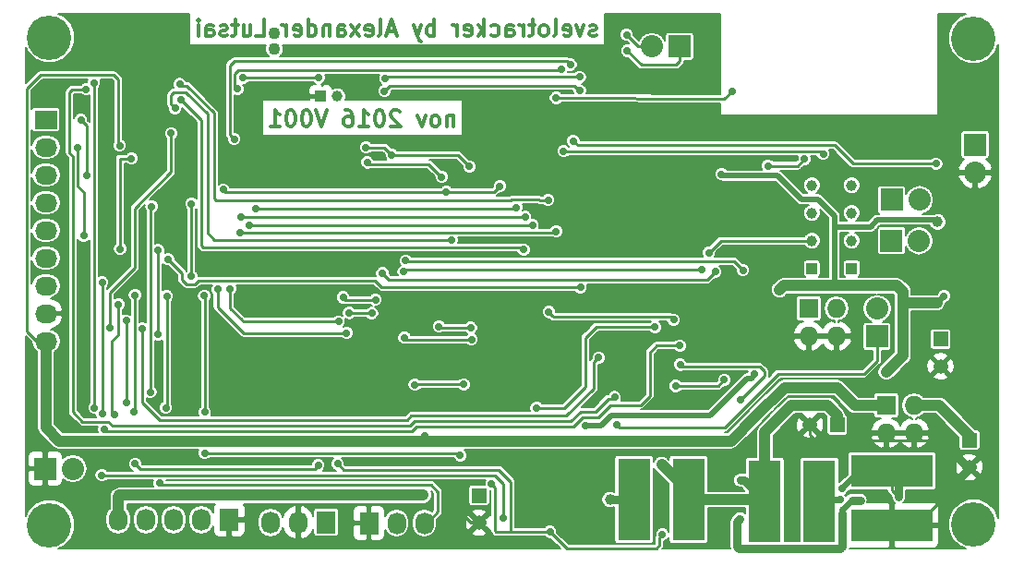
<source format=gbl>
G04 #@! TF.FileFunction,Copper,L2,Bot,Signal*
%FSLAX46Y46*%
G04 Gerber Fmt 4.6, Leading zero omitted, Abs format (unit mm)*
G04 Created by KiCad (PCBNEW 4.0.2-stable) date 29/11/2016 20:18:24*
%MOMM*%
G01*
G04 APERTURE LIST*
%ADD10C,0.100000*%
%ADD11C,0.300000*%
%ADD12R,1.000000X1.000000*%
%ADD13C,1.000000*%
%ADD14R,1.727200X2.032000*%
%ADD15O,1.727200X2.032000*%
%ADD16R,1.350000X1.350000*%
%ADD17C,1.350000*%
%ADD18C,4.064000*%
%ADD19R,2.032000X1.727200*%
%ADD20O,2.032000X1.727200*%
%ADD21R,2.999740X7.500620*%
%ADD22R,7.500620X2.999740*%
%ADD23R,2.032000X2.032000*%
%ADD24O,2.032000X2.032000*%
%ADD25R,1.727200X1.727200*%
%ADD26O,1.727200X1.727200*%
%ADD27C,1.100000*%
%ADD28C,0.700000*%
%ADD29C,0.250000*%
%ADD30C,0.500000*%
%ADD31C,1.000000*%
%ADD32C,0.750000*%
%ADD33C,0.200000*%
G04 APERTURE END LIST*
D10*
D11*
X64516541Y-103158171D02*
X64516541Y-104158171D01*
X64516541Y-103301029D02*
X64445113Y-103229600D01*
X64302255Y-103158171D01*
X64087970Y-103158171D01*
X63945113Y-103229600D01*
X63873684Y-103372457D01*
X63873684Y-104158171D01*
X62945112Y-104158171D02*
X63087970Y-104086743D01*
X63159398Y-104015314D01*
X63230827Y-103872457D01*
X63230827Y-103443886D01*
X63159398Y-103301029D01*
X63087970Y-103229600D01*
X62945112Y-103158171D01*
X62730827Y-103158171D01*
X62587970Y-103229600D01*
X62516541Y-103301029D01*
X62445112Y-103443886D01*
X62445112Y-103872457D01*
X62516541Y-104015314D01*
X62587970Y-104086743D01*
X62730827Y-104158171D01*
X62945112Y-104158171D01*
X61945112Y-103158171D02*
X61587969Y-104158171D01*
X61230827Y-103158171D01*
X59587970Y-102801029D02*
X59516541Y-102729600D01*
X59373684Y-102658171D01*
X59016541Y-102658171D01*
X58873684Y-102729600D01*
X58802255Y-102801029D01*
X58730827Y-102943886D01*
X58730827Y-103086743D01*
X58802255Y-103301029D01*
X59659398Y-104158171D01*
X58730827Y-104158171D01*
X57802256Y-102658171D02*
X57659399Y-102658171D01*
X57516542Y-102729600D01*
X57445113Y-102801029D01*
X57373684Y-102943886D01*
X57302256Y-103229600D01*
X57302256Y-103586743D01*
X57373684Y-103872457D01*
X57445113Y-104015314D01*
X57516542Y-104086743D01*
X57659399Y-104158171D01*
X57802256Y-104158171D01*
X57945113Y-104086743D01*
X58016542Y-104015314D01*
X58087970Y-103872457D01*
X58159399Y-103586743D01*
X58159399Y-103229600D01*
X58087970Y-102943886D01*
X58016542Y-102801029D01*
X57945113Y-102729600D01*
X57802256Y-102658171D01*
X55873685Y-104158171D02*
X56730828Y-104158171D01*
X56302256Y-104158171D02*
X56302256Y-102658171D01*
X56445113Y-102872457D01*
X56587971Y-103015314D01*
X56730828Y-103086743D01*
X54587971Y-102658171D02*
X54873685Y-102658171D01*
X55016542Y-102729600D01*
X55087971Y-102801029D01*
X55230828Y-103015314D01*
X55302257Y-103301029D01*
X55302257Y-103872457D01*
X55230828Y-104015314D01*
X55159400Y-104086743D01*
X55016542Y-104158171D01*
X54730828Y-104158171D01*
X54587971Y-104086743D01*
X54516542Y-104015314D01*
X54445114Y-103872457D01*
X54445114Y-103515314D01*
X54516542Y-103372457D01*
X54587971Y-103301029D01*
X54730828Y-103229600D01*
X55016542Y-103229600D01*
X55159400Y-103301029D01*
X55230828Y-103372457D01*
X55302257Y-103515314D01*
X52873686Y-102658171D02*
X52373686Y-104158171D01*
X51873686Y-102658171D01*
X51087972Y-102658171D02*
X50945115Y-102658171D01*
X50802258Y-102729600D01*
X50730829Y-102801029D01*
X50659400Y-102943886D01*
X50587972Y-103229600D01*
X50587972Y-103586743D01*
X50659400Y-103872457D01*
X50730829Y-104015314D01*
X50802258Y-104086743D01*
X50945115Y-104158171D01*
X51087972Y-104158171D01*
X51230829Y-104086743D01*
X51302258Y-104015314D01*
X51373686Y-103872457D01*
X51445115Y-103586743D01*
X51445115Y-103229600D01*
X51373686Y-102943886D01*
X51302258Y-102801029D01*
X51230829Y-102729600D01*
X51087972Y-102658171D01*
X49659401Y-102658171D02*
X49516544Y-102658171D01*
X49373687Y-102729600D01*
X49302258Y-102801029D01*
X49230829Y-102943886D01*
X49159401Y-103229600D01*
X49159401Y-103586743D01*
X49230829Y-103872457D01*
X49302258Y-104015314D01*
X49373687Y-104086743D01*
X49516544Y-104158171D01*
X49659401Y-104158171D01*
X49802258Y-104086743D01*
X49873687Y-104015314D01*
X49945115Y-103872457D01*
X50016544Y-103586743D01*
X50016544Y-103229600D01*
X49945115Y-102943886D01*
X49873687Y-102801029D01*
X49802258Y-102729600D01*
X49659401Y-102658171D01*
X47730830Y-104158171D02*
X48587973Y-104158171D01*
X48159401Y-104158171D02*
X48159401Y-102658171D01*
X48302258Y-102872457D01*
X48445116Y-103015314D01*
X48587973Y-103086743D01*
X77620114Y-95806343D02*
X77477257Y-95877771D01*
X77191542Y-95877771D01*
X77048685Y-95806343D01*
X76977257Y-95663486D01*
X76977257Y-95592057D01*
X77048685Y-95449200D01*
X77191542Y-95377771D01*
X77405828Y-95377771D01*
X77548685Y-95306343D01*
X77620114Y-95163486D01*
X77620114Y-95092057D01*
X77548685Y-94949200D01*
X77405828Y-94877771D01*
X77191542Y-94877771D01*
X77048685Y-94949200D01*
X76477256Y-94877771D02*
X76120113Y-95877771D01*
X75762971Y-94877771D01*
X74620114Y-95806343D02*
X74762971Y-95877771D01*
X75048685Y-95877771D01*
X75191542Y-95806343D01*
X75262971Y-95663486D01*
X75262971Y-95092057D01*
X75191542Y-94949200D01*
X75048685Y-94877771D01*
X74762971Y-94877771D01*
X74620114Y-94949200D01*
X74548685Y-95092057D01*
X74548685Y-95234914D01*
X75262971Y-95377771D01*
X73691542Y-95877771D02*
X73834400Y-95806343D01*
X73905828Y-95663486D01*
X73905828Y-94377771D01*
X72905828Y-95877771D02*
X73048686Y-95806343D01*
X73120114Y-95734914D01*
X73191543Y-95592057D01*
X73191543Y-95163486D01*
X73120114Y-95020629D01*
X73048686Y-94949200D01*
X72905828Y-94877771D01*
X72691543Y-94877771D01*
X72548686Y-94949200D01*
X72477257Y-95020629D01*
X72405828Y-95163486D01*
X72405828Y-95592057D01*
X72477257Y-95734914D01*
X72548686Y-95806343D01*
X72691543Y-95877771D01*
X72905828Y-95877771D01*
X71977257Y-94877771D02*
X71405828Y-94877771D01*
X71762971Y-94377771D02*
X71762971Y-95663486D01*
X71691543Y-95806343D01*
X71548685Y-95877771D01*
X71405828Y-95877771D01*
X70905828Y-95877771D02*
X70905828Y-94877771D01*
X70905828Y-95163486D02*
X70834400Y-95020629D01*
X70762971Y-94949200D01*
X70620114Y-94877771D01*
X70477257Y-94877771D01*
X69334400Y-95877771D02*
X69334400Y-95092057D01*
X69405829Y-94949200D01*
X69548686Y-94877771D01*
X69834400Y-94877771D01*
X69977257Y-94949200D01*
X69334400Y-95806343D02*
X69477257Y-95877771D01*
X69834400Y-95877771D01*
X69977257Y-95806343D01*
X70048686Y-95663486D01*
X70048686Y-95520629D01*
X69977257Y-95377771D01*
X69834400Y-95306343D01*
X69477257Y-95306343D01*
X69334400Y-95234914D01*
X67977257Y-95806343D02*
X68120114Y-95877771D01*
X68405828Y-95877771D01*
X68548686Y-95806343D01*
X68620114Y-95734914D01*
X68691543Y-95592057D01*
X68691543Y-95163486D01*
X68620114Y-95020629D01*
X68548686Y-94949200D01*
X68405828Y-94877771D01*
X68120114Y-94877771D01*
X67977257Y-94949200D01*
X67334400Y-95877771D02*
X67334400Y-94377771D01*
X67191543Y-95306343D02*
X66762972Y-95877771D01*
X66762972Y-94877771D02*
X67334400Y-95449200D01*
X65548686Y-95806343D02*
X65691543Y-95877771D01*
X65977257Y-95877771D01*
X66120114Y-95806343D01*
X66191543Y-95663486D01*
X66191543Y-95092057D01*
X66120114Y-94949200D01*
X65977257Y-94877771D01*
X65691543Y-94877771D01*
X65548686Y-94949200D01*
X65477257Y-95092057D01*
X65477257Y-95234914D01*
X66191543Y-95377771D01*
X64834400Y-95877771D02*
X64834400Y-94877771D01*
X64834400Y-95163486D02*
X64762972Y-95020629D01*
X64691543Y-94949200D01*
X64548686Y-94877771D01*
X64405829Y-94877771D01*
X62762972Y-95877771D02*
X62762972Y-94377771D01*
X62762972Y-94949200D02*
X62620115Y-94877771D01*
X62334401Y-94877771D01*
X62191544Y-94949200D01*
X62120115Y-95020629D01*
X62048686Y-95163486D01*
X62048686Y-95592057D01*
X62120115Y-95734914D01*
X62191544Y-95806343D01*
X62334401Y-95877771D01*
X62620115Y-95877771D01*
X62762972Y-95806343D01*
X61548686Y-94877771D02*
X61191543Y-95877771D01*
X60834401Y-94877771D02*
X61191543Y-95877771D01*
X61334401Y-96234914D01*
X61405829Y-96306343D01*
X61548686Y-96377771D01*
X59191544Y-95449200D02*
X58477258Y-95449200D01*
X59334401Y-95877771D02*
X58834401Y-94377771D01*
X58334401Y-95877771D01*
X57620115Y-95877771D02*
X57762973Y-95806343D01*
X57834401Y-95663486D01*
X57834401Y-94377771D01*
X56477259Y-95806343D02*
X56620116Y-95877771D01*
X56905830Y-95877771D01*
X57048687Y-95806343D01*
X57120116Y-95663486D01*
X57120116Y-95092057D01*
X57048687Y-94949200D01*
X56905830Y-94877771D01*
X56620116Y-94877771D01*
X56477259Y-94949200D01*
X56405830Y-95092057D01*
X56405830Y-95234914D01*
X57120116Y-95377771D01*
X55905830Y-95877771D02*
X55120116Y-94877771D01*
X55905830Y-94877771D02*
X55120116Y-95877771D01*
X53905830Y-95877771D02*
X53905830Y-95092057D01*
X53977259Y-94949200D01*
X54120116Y-94877771D01*
X54405830Y-94877771D01*
X54548687Y-94949200D01*
X53905830Y-95806343D02*
X54048687Y-95877771D01*
X54405830Y-95877771D01*
X54548687Y-95806343D01*
X54620116Y-95663486D01*
X54620116Y-95520629D01*
X54548687Y-95377771D01*
X54405830Y-95306343D01*
X54048687Y-95306343D01*
X53905830Y-95234914D01*
X53191544Y-94877771D02*
X53191544Y-95877771D01*
X53191544Y-95020629D02*
X53120116Y-94949200D01*
X52977258Y-94877771D01*
X52762973Y-94877771D01*
X52620116Y-94949200D01*
X52548687Y-95092057D01*
X52548687Y-95877771D01*
X51191544Y-95877771D02*
X51191544Y-94377771D01*
X51191544Y-95806343D02*
X51334401Y-95877771D01*
X51620115Y-95877771D01*
X51762973Y-95806343D01*
X51834401Y-95734914D01*
X51905830Y-95592057D01*
X51905830Y-95163486D01*
X51834401Y-95020629D01*
X51762973Y-94949200D01*
X51620115Y-94877771D01*
X51334401Y-94877771D01*
X51191544Y-94949200D01*
X49905830Y-95806343D02*
X50048687Y-95877771D01*
X50334401Y-95877771D01*
X50477258Y-95806343D01*
X50548687Y-95663486D01*
X50548687Y-95092057D01*
X50477258Y-94949200D01*
X50334401Y-94877771D01*
X50048687Y-94877771D01*
X49905830Y-94949200D01*
X49834401Y-95092057D01*
X49834401Y-95234914D01*
X50548687Y-95377771D01*
X49191544Y-95877771D02*
X49191544Y-94877771D01*
X49191544Y-95163486D02*
X49120116Y-95020629D01*
X49048687Y-94949200D01*
X48905830Y-94877771D01*
X48762973Y-94877771D01*
X46405830Y-95877771D02*
X47120116Y-95877771D01*
X47120116Y-94377771D01*
X45262973Y-94877771D02*
X45262973Y-95877771D01*
X45905830Y-94877771D02*
X45905830Y-95663486D01*
X45834402Y-95806343D01*
X45691544Y-95877771D01*
X45477259Y-95877771D01*
X45334402Y-95806343D01*
X45262973Y-95734914D01*
X44762973Y-94877771D02*
X44191544Y-94877771D01*
X44548687Y-94377771D02*
X44548687Y-95663486D01*
X44477259Y-95806343D01*
X44334401Y-95877771D01*
X44191544Y-95877771D01*
X43762973Y-95806343D02*
X43620116Y-95877771D01*
X43334401Y-95877771D01*
X43191544Y-95806343D01*
X43120116Y-95663486D01*
X43120116Y-95592057D01*
X43191544Y-95449200D01*
X43334401Y-95377771D01*
X43548687Y-95377771D01*
X43691544Y-95306343D01*
X43762973Y-95163486D01*
X43762973Y-95092057D01*
X43691544Y-94949200D01*
X43548687Y-94877771D01*
X43334401Y-94877771D01*
X43191544Y-94949200D01*
X41834401Y-95877771D02*
X41834401Y-95092057D01*
X41905830Y-94949200D01*
X42048687Y-94877771D01*
X42334401Y-94877771D01*
X42477258Y-94949200D01*
X41834401Y-95806343D02*
X41977258Y-95877771D01*
X42334401Y-95877771D01*
X42477258Y-95806343D01*
X42548687Y-95663486D01*
X42548687Y-95520629D01*
X42477258Y-95377771D01*
X42334401Y-95306343D01*
X41977258Y-95306343D01*
X41834401Y-95234914D01*
X41120115Y-95877771D02*
X41120115Y-94877771D01*
X41120115Y-94377771D02*
X41191544Y-94449200D01*
X41120115Y-94520629D01*
X41048687Y-94449200D01*
X41120115Y-94377771D01*
X41120115Y-94520629D01*
D12*
X52349400Y-101396800D03*
D13*
X53873400Y-101396800D03*
D14*
X56769000Y-140525500D03*
D15*
X59309000Y-140525500D03*
X61849000Y-140525500D03*
D16*
X99695000Y-131508500D03*
D17*
X97195000Y-131508500D03*
D18*
X112204500Y-140652500D03*
X112204500Y-96075500D03*
X27432000Y-96012000D03*
D19*
X27146000Y-103538000D03*
D20*
X27146000Y-106078000D03*
X27146000Y-108618000D03*
X27146000Y-111158000D03*
X27146000Y-113698000D03*
X27146000Y-116238000D03*
X27146000Y-118778000D03*
X27146000Y-121318000D03*
X27146000Y-123858000D03*
D16*
X109169200Y-123647200D03*
D17*
X109169200Y-126147200D03*
D16*
X111823500Y-132905500D03*
D17*
X111823500Y-135405500D03*
D21*
X81066640Y-138366500D03*
X86065360Y-138366500D03*
X93068140Y-138493500D03*
X98066860Y-138493500D03*
D22*
X104711500Y-135740140D03*
X104711500Y-140738860D03*
D14*
X52832000Y-140462000D03*
D15*
X50292000Y-140462000D03*
X47752000Y-140462000D03*
D14*
X43942000Y-140208000D03*
D15*
X41402000Y-140208000D03*
X38862000Y-140208000D03*
X36322000Y-140208000D03*
X33782000Y-140208000D03*
D23*
X104673400Y-114642900D03*
D24*
X107213400Y-114642900D03*
D12*
X101015800Y-117182900D03*
D13*
X101015800Y-114642900D03*
X101015800Y-112102900D03*
X101015800Y-109562900D03*
D23*
X112344200Y-105829100D03*
D24*
X112344200Y-108369100D03*
D25*
X97091500Y-120840500D03*
D26*
X99631500Y-120840500D03*
X97091500Y-123380500D03*
X99631500Y-123380500D03*
D27*
X48082200Y-97066100D03*
X48082200Y-95567500D03*
D16*
X66865500Y-137985500D03*
D17*
X66865500Y-140485500D03*
D18*
X27432000Y-140716000D03*
D23*
X103352600Y-123398280D03*
D24*
X103352600Y-120858280D03*
D25*
X104203500Y-129730500D03*
D26*
X104203500Y-132270500D03*
X106743500Y-129730500D03*
X106743500Y-132270500D03*
D23*
X27076400Y-135534400D03*
D24*
X29616400Y-135534400D03*
D23*
X104686100Y-110871000D03*
D24*
X107226100Y-110871000D03*
D12*
X97370900Y-117182900D03*
D13*
X97370900Y-114642900D03*
X97370900Y-112102900D03*
X97370900Y-109562900D03*
D23*
X85242400Y-96824800D03*
D24*
X82702400Y-96824800D03*
D28*
X83210400Y-100482400D03*
X93484700Y-124701300D03*
X80518000Y-128308100D03*
X65176400Y-136855200D03*
X88226900Y-123342400D03*
X35991800Y-115392200D03*
X77216000Y-104584500D03*
X30746700Y-121259600D03*
X88940640Y-140390880D03*
X74353420Y-139034520D03*
X74355960Y-141046200D03*
X34607500Y-104775000D03*
X64386460Y-105879900D03*
X60624720Y-121239280D03*
X66273680Y-121269760D03*
X61920120Y-125211840D03*
X74046080Y-125206760D03*
X37635180Y-104759760D03*
X34577020Y-116278660D03*
X30226000Y-102108000D03*
X27876500Y-100965000D03*
X40322500Y-108902500D03*
X71056500Y-106680000D03*
X55384700Y-105879900D03*
X33362900Y-95783400D03*
X47180500Y-106451400D03*
X35966400Y-121259600D03*
X77470000Y-123901200D03*
X61899800Y-132486400D03*
X82994500Y-122555000D03*
X43411140Y-109956600D03*
X63855600Y-110154720D03*
X68762880Y-109644180D03*
X65438200Y-127805000D03*
X60960000Y-127848360D03*
D13*
X108902500Y-112903000D03*
D28*
X109474000Y-119697500D03*
X89090500Y-108521500D03*
D13*
X94424500Y-119126000D03*
X104203500Y-126682500D03*
D28*
X33909000Y-105918000D03*
X73202800Y-132994400D03*
X72136000Y-129946400D03*
X37439600Y-123240800D03*
X37439600Y-115519200D03*
X30861000Y-108648500D03*
X30353000Y-103568500D03*
X30607000Y-114173000D03*
X30073600Y-106121200D03*
X52133500Y-99695000D03*
X45199300Y-99695000D03*
D13*
X83616800Y-135178800D03*
D28*
X90805000Y-136588500D03*
D13*
X88328500Y-138366500D03*
D28*
X93345000Y-107759500D03*
X96710500Y-107124500D03*
X79451200Y-131521200D03*
X90779600Y-140106400D03*
X101803200Y-138430000D03*
X100139500Y-137350500D03*
X105346500Y-138112500D03*
X99949000Y-138366500D03*
X57038240Y-121269760D03*
X54945280Y-121249440D03*
X42870120Y-119100600D03*
X54719220Y-123101100D03*
X53987700Y-122047000D03*
X44041060Y-119044720D03*
X57365900Y-120040400D03*
X54406800Y-119824500D03*
D13*
X78867000Y-138366500D03*
D28*
X35318700Y-135089900D03*
X35204400Y-130352800D03*
X35306000Y-119634000D03*
X52120800Y-135229600D03*
X38150800Y-129946400D03*
X37592000Y-136855200D03*
X38227000Y-119735600D03*
X34493200Y-129451100D03*
X34493200Y-121970800D03*
X33451800Y-130581400D03*
X33782000Y-120497600D03*
D13*
X61722000Y-137972800D03*
D28*
X44691300Y-100723700D03*
X74422000Y-98933000D03*
X74612500Y-106426000D03*
X98425000Y-106680000D03*
X75501500Y-105473500D03*
X108775500Y-107569000D03*
X75247500Y-98488500D03*
X44411900Y-105308400D03*
X84899500Y-127952500D03*
X89344500Y-127381000D03*
X56616600Y-107454700D03*
X63169800Y-122504200D03*
X66103500Y-122618500D03*
X63423800Y-108788200D03*
X56489600Y-106070400D03*
X65976500Y-107835700D03*
X66167000Y-123698000D03*
X58864500Y-106763820D03*
X60015120Y-123510040D03*
X38328600Y-116311680D03*
X76159360Y-118912640D03*
X34983420Y-107083860D03*
X33939480Y-115397280D03*
X39517320Y-101711760D03*
X70942200Y-115443000D03*
X68008500Y-136906000D03*
X53888640Y-135072120D03*
X83667600Y-141579600D03*
X73355200Y-141325600D03*
X64363600Y-114592100D03*
X38999160Y-102504240D03*
X65125600Y-134315200D03*
X41706800Y-134112000D03*
X41706800Y-130352800D03*
X41656000Y-119684800D03*
X76606400Y-131622800D03*
X92100400Y-126873000D03*
X33032700Y-122605800D03*
X38633400Y-104780080D03*
X35966400Y-122697240D03*
X77815440Y-125349000D03*
X90830400Y-129235200D03*
X39420800Y-100279200D03*
X73197720Y-110901480D03*
X73253600Y-121168160D03*
X84714080Y-121884440D03*
X85310980Y-126001780D03*
X31546800Y-100177600D03*
X31597600Y-129946400D03*
X32258000Y-136144000D03*
X69088000Y-140055600D03*
X30835600Y-100736400D03*
X79298800Y-128981200D03*
X85267800Y-124256800D03*
X32334200Y-130517900D03*
X40487600Y-111252000D03*
X40487600Y-117906800D03*
X32308800Y-118465600D03*
X32461200Y-131927600D03*
X46380400Y-111709200D03*
X70269100Y-111569500D03*
X45059600Y-112471200D03*
X71069200Y-112445800D03*
X71755000Y-113182400D03*
X45821600Y-113182400D03*
X73914000Y-113779300D03*
X90043000Y-100901500D03*
X73914000Y-101536500D03*
X44945300Y-113868200D03*
X58191400Y-100926900D03*
X76111100Y-100888800D03*
X58254900Y-99758500D03*
X76098400Y-99618800D03*
X57988200Y-117614700D03*
X88519000Y-117475000D03*
X87249000Y-117284500D03*
X59944000Y-117475000D03*
X60134500Y-116459000D03*
X91059000Y-117348000D03*
X36728400Y-128524000D03*
X36830000Y-111506000D03*
X87919560Y-115757960D03*
X80454500Y-97218500D03*
X80391000Y-95758000D03*
D29*
X93522800Y-123342400D02*
X93522800Y-124663200D01*
X93522800Y-124663200D02*
X93484700Y-124701300D01*
X77470000Y-123901200D02*
X78105000Y-123901200D01*
X80518000Y-126314200D02*
X80518000Y-128308100D01*
X78105000Y-123901200D02*
X80518000Y-126314200D01*
X88226900Y-123342400D02*
X93522800Y-123342400D01*
X93522800Y-123342400D02*
X97053400Y-123342400D01*
X97053400Y-123342400D02*
X97091500Y-123380500D01*
X65430400Y-138264900D02*
X65430400Y-137109200D01*
X65430400Y-137109200D02*
X65176400Y-136855200D01*
X88226900Y-123342400D02*
X78028800Y-123342400D01*
X78028800Y-123342400D02*
X77470000Y-123901200D01*
X87376000Y-123393200D02*
X84810600Y-123393200D01*
X84810600Y-123393200D02*
X77978000Y-123393200D01*
X88226900Y-123342400D02*
X88176100Y-123393200D01*
X88176100Y-123393200D02*
X87376000Y-123393200D01*
X36068000Y-117563900D02*
X36068000Y-115468400D01*
X36068000Y-115468400D02*
X35991800Y-115392200D01*
X34577020Y-116278660D02*
X34577020Y-116273158D01*
X34810700Y-116039478D02*
X34810700Y-111290100D01*
X34577020Y-116273158D02*
X34810700Y-116039478D01*
X77216000Y-104584500D02*
X73152000Y-104584500D01*
X73152000Y-104584500D02*
X71056500Y-106680000D01*
X65430400Y-138493500D02*
X65430400Y-138264900D01*
X30746700Y-121259600D02*
X30746700Y-121262140D01*
X36068000Y-104038400D02*
X35344100Y-104038400D01*
X34366200Y-104533700D02*
X34607500Y-104775000D01*
X34366200Y-104533700D02*
X34366200Y-103568500D01*
X35344100Y-104038400D02*
X34607500Y-104775000D01*
X65237360Y-105029000D02*
X72707500Y-105029000D01*
X64386460Y-105879900D02*
X65237360Y-105029000D01*
X66243200Y-121239280D02*
X60624720Y-121239280D01*
X66273680Y-121269760D02*
X66243200Y-121239280D01*
X74041000Y-125211840D02*
X61920120Y-125211840D01*
X74046080Y-125206760D02*
X74041000Y-125211840D01*
X37635180Y-104759760D02*
X37810440Y-104935020D01*
X37810440Y-104935020D02*
X37810440Y-108290360D01*
X37810440Y-108290360D02*
X34810700Y-111290100D01*
X36068000Y-104038400D02*
X39585900Y-104038400D01*
X40322500Y-104775000D02*
X40322500Y-108902500D01*
X39585900Y-104038400D02*
X40322500Y-104775000D01*
X71056500Y-106680000D02*
X72707500Y-105029000D01*
X54381400Y-106400600D02*
X54864000Y-106400600D01*
X54864000Y-106400600D02*
X55384700Y-105879900D01*
X34366200Y-103568500D02*
X34366200Y-99580700D01*
X34366200Y-99580700D02*
X33362900Y-98577400D01*
X33362900Y-98577400D02*
X33362900Y-95783400D01*
X47231300Y-106400600D02*
X54381400Y-106400600D01*
X47180500Y-106451400D02*
X47231300Y-106400600D01*
X66865500Y-140485500D02*
X66114300Y-140485500D01*
X65430400Y-139801600D02*
X65430400Y-138493500D01*
X66114300Y-140485500D02*
X65430400Y-139801600D01*
X36068000Y-121107200D02*
X36068000Y-117563900D01*
X35966400Y-121259600D02*
X36068000Y-121107200D01*
X77978000Y-123393200D02*
X77470000Y-123901200D01*
X99631500Y-123380500D02*
X97091500Y-123380500D01*
X77978000Y-123393200D02*
X77470000Y-123901200D01*
X108331000Y-132935500D02*
X104868500Y-132935500D01*
X104868500Y-132935500D02*
X104203500Y-132270500D01*
X108331000Y-132935500D02*
X107408500Y-132935500D01*
X107408500Y-132935500D02*
X106743500Y-132270500D01*
X103919500Y-132935500D02*
X97693000Y-132935500D01*
X97693000Y-132935500D02*
X97195000Y-132437500D01*
X97195000Y-132437500D02*
X97195000Y-131508500D01*
X105219500Y-132935500D02*
X103919500Y-132935500D01*
X111823500Y-135405500D02*
X111339000Y-135405500D01*
X111339000Y-135405500D02*
X108869000Y-132935500D01*
X108869000Y-132935500D02*
X108331000Y-132935500D01*
X108331000Y-132935500D02*
X105219500Y-132935500D01*
X104711500Y-140738860D02*
X106911140Y-140738860D01*
X106911140Y-140738860D02*
X111823500Y-135826500D01*
X111823500Y-135826500D02*
X111823500Y-135405500D01*
D30*
X94253050Y-108667550D02*
X89236550Y-108667550D01*
X89236550Y-108667550D02*
X89090500Y-108521500D01*
D31*
X63982600Y-132994400D02*
X61429900Y-132994400D01*
D29*
X61899800Y-132486400D02*
X62407800Y-132994400D01*
D31*
X62407800Y-132994400D02*
X61429900Y-132994400D01*
D29*
X81978500Y-122529600D02*
X77622400Y-122529600D01*
X77622400Y-122529600D02*
X77089000Y-123063000D01*
X82969100Y-122529600D02*
X81978500Y-122529600D01*
X82994500Y-122555000D02*
X82969100Y-122529600D01*
X63855600Y-110154720D02*
X43609260Y-110154720D01*
X43609260Y-110154720D02*
X43411140Y-109956600D01*
X63855600Y-110154720D02*
X68252340Y-110154720D01*
X68252340Y-110154720D02*
X68762880Y-109644180D01*
X68762880Y-109644180D02*
X68252340Y-110154720D01*
X61005720Y-127802640D02*
X60960000Y-127848360D01*
X65435840Y-127802640D02*
X61005720Y-127802640D01*
X65438200Y-127805000D02*
X65435840Y-127802640D01*
D30*
X99441000Y-113347500D02*
X102743000Y-113347500D01*
D29*
X108712000Y-112712500D02*
X108902500Y-112903000D01*
D30*
X103378000Y-112712500D02*
X108712000Y-112712500D01*
X102743000Y-113347500D02*
X103378000Y-112712500D01*
X109474000Y-119697500D02*
X108839000Y-120332500D01*
D31*
X108839000Y-120332500D02*
X105854500Y-120332500D01*
D30*
X99441000Y-118745000D02*
X99441000Y-113347500D01*
X99441000Y-113347500D02*
X99441000Y-112331500D01*
X96393000Y-110807500D02*
X94253050Y-108667550D01*
X97917000Y-110807500D02*
X96393000Y-110807500D01*
X99441000Y-112331500D02*
X97917000Y-110807500D01*
D31*
X94805500Y-118745000D02*
X94424500Y-119126000D01*
X105156000Y-118745000D02*
X99441000Y-118745000D01*
X104203500Y-126682500D02*
X105727500Y-125158500D01*
X105727500Y-125158500D02*
X105727500Y-119316500D01*
X105727500Y-119316500D02*
X105156000Y-118745000D01*
X99441000Y-118745000D02*
X94805500Y-118745000D01*
D29*
X25425400Y-122936000D02*
X25425400Y-100660200D01*
X25425400Y-100660200D02*
X26644600Y-99441000D01*
X26644600Y-99441000D02*
X28295600Y-99441000D01*
X25425400Y-122936000D02*
X26347400Y-123858000D01*
X33375600Y-99441000D02*
X28295600Y-99441000D01*
X33807400Y-99872800D02*
X33375600Y-99441000D01*
X33807400Y-105816400D02*
X33807400Y-99872800D01*
X33909000Y-105918000D02*
X33807400Y-105816400D01*
X27146000Y-123858000D02*
X26347400Y-123858000D01*
X76606400Y-123545600D02*
X77089000Y-123063000D01*
X77089000Y-123063000D02*
X77622400Y-122529600D01*
X76606400Y-125476000D02*
X76606400Y-123545600D01*
X76606400Y-128016000D02*
X76606400Y-125476000D01*
X72136000Y-129946400D02*
X74676000Y-129946400D01*
X73050400Y-132994400D02*
X73202800Y-132994400D01*
X74676000Y-129946400D02*
X76606400Y-128016000D01*
X37439600Y-123240800D02*
X37439600Y-122428000D01*
D31*
X27146000Y-131794000D02*
X27146000Y-129082800D01*
X27146000Y-129082800D02*
X27146000Y-123858000D01*
D29*
X37439600Y-122428000D02*
X37439600Y-115519200D01*
D31*
X104203500Y-129730500D02*
X101346000Y-129730500D01*
X101346000Y-129730500D02*
X99695000Y-128079500D01*
X61429900Y-132994400D02*
X56794400Y-132994400D01*
X56794400Y-132994400D02*
X28346400Y-132994400D01*
X28346400Y-132994400D02*
X27146000Y-131794000D01*
D29*
X92195650Y-130752850D02*
X92195650Y-130765550D01*
D31*
X89966800Y-132994400D02*
X73050400Y-132994400D01*
X73050400Y-132994400D02*
X63982600Y-132994400D01*
X92195650Y-130765550D02*
X89966800Y-132994400D01*
X94869000Y-128079500D02*
X92195650Y-130752850D01*
X99695000Y-128079500D02*
X94869000Y-128079500D01*
D29*
X30886400Y-107061000D02*
X30886400Y-108623100D01*
X30886400Y-108623100D02*
X30861000Y-108648500D01*
X30886400Y-107061000D02*
X30886400Y-104101900D01*
X30886400Y-104101900D02*
X30353000Y-103568500D01*
X30886400Y-104101900D02*
X30353000Y-103568500D01*
X30607000Y-114173000D02*
X30607000Y-110179698D01*
X30607000Y-110179698D02*
X30073600Y-109646298D01*
X30073600Y-109646298D02*
X30066402Y-109646298D01*
X30066402Y-109646298D02*
X30073600Y-109646298D01*
X30073600Y-106121200D02*
X30073600Y-109646298D01*
X45199300Y-99695000D02*
X52133500Y-99695000D01*
D32*
X90805000Y-136588500D02*
X91163140Y-136588500D01*
X91163140Y-136588500D02*
X93068140Y-138493500D01*
D30*
X91163140Y-136588500D02*
X93068140Y-138493500D01*
D31*
X86065360Y-138366500D02*
X92941140Y-138366500D01*
X92941140Y-138366500D02*
X93068140Y-138493500D01*
D32*
X92941140Y-138366500D02*
X93068140Y-138493500D01*
D29*
X86065360Y-138366500D02*
X86065360Y-137627360D01*
D31*
X86065360Y-137627360D02*
X83616800Y-135178800D01*
D29*
X93068140Y-138493500D02*
X86192360Y-138493500D01*
X86192360Y-138493500D02*
X86065360Y-138366500D01*
X90805000Y-136588500D02*
X92710000Y-138493500D01*
X92710000Y-138493500D02*
X93068140Y-138493500D01*
D31*
X99695000Y-131508500D02*
X99695000Y-130619500D01*
X99695000Y-130619500D02*
X98806000Y-129730500D01*
X98806000Y-129730500D02*
X95504000Y-129730500D01*
X95504000Y-129730500D02*
X93068140Y-132166360D01*
X93068140Y-132166360D02*
X93068140Y-138493500D01*
D29*
X86065360Y-138366500D02*
X88328500Y-138366500D01*
X92306140Y-137731500D02*
X93068140Y-138493500D01*
X92941140Y-138366500D02*
X93068140Y-138493500D01*
X96075500Y-107759500D02*
X93345000Y-107759500D01*
X96710500Y-107124500D02*
X96075500Y-107759500D01*
X103352600Y-123398280D02*
X103352600Y-125658880D01*
X102174040Y-126837440D02*
X94294960Y-126837440D01*
X103352600Y-125658880D02*
X102174040Y-126837440D01*
X89357200Y-131775200D02*
X94294960Y-126837440D01*
X79705200Y-131775200D02*
X89357200Y-131775200D01*
X79451200Y-131521200D02*
X79705200Y-131775200D01*
D30*
X100177600Y-139611100D02*
X100177600Y-139331700D01*
X100177600Y-139331700D02*
X100368100Y-139141200D01*
X100368100Y-139141200D02*
X100368100Y-139128500D01*
X100368100Y-139128500D02*
X100368100Y-139141200D01*
D32*
X101079300Y-138430000D02*
X101803200Y-138430000D01*
D30*
X100177600Y-139331700D02*
X100368100Y-139141200D01*
X100368100Y-139141200D02*
X101079300Y-138430000D01*
D32*
X90525600Y-140360400D02*
X90779600Y-140106400D01*
X90525600Y-142697200D02*
X90525600Y-140360400D01*
X90678000Y-142849600D02*
X90525600Y-142697200D01*
X95605600Y-142849600D02*
X90678000Y-142849600D01*
X99974400Y-142849600D02*
X95605600Y-142849600D01*
D29*
X100177600Y-142646400D02*
X99974400Y-142849600D01*
D32*
X100177600Y-139611100D02*
X100177600Y-142646400D01*
D29*
X111823500Y-132905500D02*
X111823500Y-132524500D01*
D31*
X111823500Y-132524500D02*
X109029500Y-129730500D01*
X109029500Y-129730500D02*
X106743500Y-129730500D01*
D32*
X105346500Y-138112500D02*
X105346500Y-136375140D01*
X105346500Y-136375140D02*
X104711500Y-135740140D01*
D30*
X100139500Y-137350500D02*
X101749860Y-135740140D01*
D29*
X101749860Y-135740140D02*
X104711500Y-135740140D01*
X105346500Y-138112500D02*
X104711500Y-137477500D01*
X104711500Y-137477500D02*
X104711500Y-135740140D01*
D30*
X99949000Y-138366500D02*
X98193860Y-138366500D01*
X98193860Y-138366500D02*
X98066860Y-138493500D01*
D29*
X99822000Y-138493500D02*
X98066860Y-138493500D01*
X99949000Y-138366500D02*
X99822000Y-138493500D01*
X54945280Y-121249440D02*
X57017920Y-121249440D01*
X57017920Y-121249440D02*
X57038240Y-121269760D01*
X42870120Y-120716040D02*
X42870120Y-119100600D01*
X45247560Y-123093480D02*
X42870120Y-120716040D01*
X54711600Y-123093480D02*
X45247560Y-123093480D01*
X54719220Y-123101100D02*
X54711600Y-123093480D01*
X44041060Y-119044720D02*
X44041060Y-120863360D01*
X45072300Y-121894600D02*
X45072300Y-121897140D01*
X44041060Y-120863360D02*
X45072300Y-121894600D01*
X53467000Y-122059700D02*
X53467000Y-122057160D01*
X53469540Y-122057160D02*
X53467000Y-122059700D01*
X53977540Y-122057160D02*
X53469540Y-122057160D01*
X53987700Y-122047000D02*
X53977540Y-122057160D01*
X52654200Y-122057160D02*
X53467000Y-122057160D01*
X45072300Y-121897140D02*
X45232320Y-122057160D01*
X45232320Y-122057160D02*
X52654200Y-122057160D01*
X53467000Y-122057160D02*
X53949600Y-122057160D01*
X54622700Y-120040400D02*
X57365900Y-120040400D01*
X54406800Y-119824500D02*
X54622700Y-120040400D01*
D32*
X78867000Y-138366500D02*
X81066640Y-138366500D01*
D29*
X36068000Y-135585200D02*
X35814000Y-135585200D01*
X35814000Y-135585200D02*
X35318700Y-135089900D01*
X35255200Y-130302000D02*
X35204400Y-130352800D01*
X35255200Y-119684800D02*
X35255200Y-130302000D01*
X35306000Y-119634000D02*
X35255200Y-119684800D01*
X51765200Y-135585200D02*
X52120800Y-135229600D01*
X36068000Y-135585200D02*
X51765200Y-135585200D01*
X38227000Y-119735600D02*
X38227000Y-129870200D01*
X38227000Y-129870200D02*
X38150800Y-129946400D01*
X63093600Y-139496800D02*
X63093600Y-137668000D01*
X63093600Y-137668000D02*
X62433200Y-137007600D01*
X62433200Y-137007600D02*
X37744400Y-137007600D01*
X37744400Y-137007600D02*
X37592000Y-136855200D01*
X62064900Y-140525500D02*
X63093600Y-139496800D01*
X61849000Y-140525500D02*
X62064900Y-140525500D01*
X34493200Y-128778000D02*
X34493200Y-128397000D01*
X34493200Y-129451100D02*
X34493200Y-128778000D01*
X34493200Y-128778000D02*
X34493200Y-128574800D01*
X34493200Y-121970800D02*
X34493200Y-128397000D01*
X34493200Y-128397000D02*
X34493200Y-128574800D01*
X33147000Y-123875800D02*
X33782000Y-123240800D01*
X33147000Y-130276600D02*
X33147000Y-123875800D01*
X33451800Y-130581400D02*
X33147000Y-130276600D01*
X33782000Y-123240800D02*
X33782000Y-120497600D01*
D31*
X33782000Y-140208000D02*
X33782000Y-138074400D01*
X33883600Y-137972800D02*
X61722000Y-137972800D01*
D29*
X33782000Y-138074400D02*
X33883600Y-137972800D01*
X45364400Y-98983800D02*
X44798402Y-98983800D01*
X44442802Y-100475202D02*
X44691300Y-100723700D01*
X44442802Y-99339400D02*
X44442802Y-100475202D01*
X44798402Y-98983800D02*
X44442802Y-99339400D01*
X74371200Y-98983800D02*
X45364400Y-98983800D01*
X74422000Y-98933000D02*
X74371200Y-98983800D01*
X98171000Y-106426000D02*
X74612500Y-106426000D01*
X98425000Y-106680000D02*
X98171000Y-106426000D01*
X77152500Y-105886250D02*
X99472750Y-105886250D01*
X99472750Y-105886250D02*
X100203000Y-106616500D01*
X75914250Y-105886250D02*
X77152500Y-105886250D01*
X75501500Y-105473500D02*
X75914250Y-105886250D01*
X44932600Y-98183700D02*
X44399200Y-98183700D01*
X99472750Y-105886250D02*
X100203000Y-106616500D01*
X100203000Y-106616500D02*
X101155500Y-107569000D01*
X101155500Y-107569000D02*
X108775500Y-107569000D01*
X44932600Y-98183700D02*
X74942700Y-98183700D01*
X74942700Y-98183700D02*
X75247500Y-98488500D01*
X44399200Y-98183700D02*
X44094400Y-98488500D01*
X43992800Y-98590100D02*
X44094400Y-98488500D01*
X44094400Y-98488500D02*
X44399200Y-98183700D01*
X43992800Y-104889300D02*
X43992800Y-98590100D01*
X44411900Y-105308400D02*
X43992800Y-104889300D01*
X88773000Y-127952500D02*
X84899500Y-127952500D01*
X89344500Y-127381000D02*
X88773000Y-127952500D01*
X57607200Y-107607100D02*
X58420000Y-107607100D01*
X56769000Y-107607100D02*
X57607200Y-107607100D01*
X56616600Y-107454700D02*
X56769000Y-107607100D01*
X57175400Y-107607100D02*
X58178700Y-107607100D01*
X58178700Y-107607100D02*
X58420000Y-107607100D01*
X58420000Y-107607100D02*
X58318400Y-107607100D01*
X63284100Y-122618500D02*
X66103500Y-122618500D01*
X63169800Y-122504200D02*
X63284100Y-122618500D01*
X57175400Y-107607100D02*
X58318400Y-107607100D01*
X58318400Y-107607100D02*
X58839100Y-107607100D01*
X58839100Y-107607100D02*
X62242700Y-107607100D01*
X62242700Y-107607100D02*
X63423800Y-108788200D01*
X58174890Y-106074210D02*
X58864500Y-106763820D01*
X56493410Y-106074210D02*
X58174890Y-106074210D01*
X56489600Y-106070400D02*
X56493410Y-106074210D01*
X58864500Y-106763820D02*
X64904620Y-106763820D01*
X64904620Y-106763820D02*
X65976500Y-107835700D01*
X66167000Y-123698000D02*
X60203080Y-123698000D01*
X60203080Y-123698000D02*
X60015120Y-123510040D01*
X38328600Y-116311680D02*
X39608760Y-117591840D01*
X39608760Y-117591840D02*
X39608760Y-118186200D01*
X39608760Y-118186200D02*
X40020240Y-118597680D01*
X40020240Y-118597680D02*
X40812720Y-118597680D01*
X40812720Y-118597680D02*
X41148000Y-118262400D01*
X41148000Y-118262400D02*
X57287160Y-118262400D01*
X57287160Y-118262400D02*
X57905650Y-118880890D01*
X72115680Y-118880890D02*
X57905650Y-118880890D01*
X76127610Y-118880890D02*
X76159360Y-118912640D01*
X72115680Y-118880890D02*
X76127610Y-118880890D01*
X33939480Y-115397280D02*
X33901380Y-115359180D01*
X33901380Y-115359180D02*
X33901380Y-107121960D01*
X33901380Y-107121960D02*
X33939480Y-107083860D01*
X33939480Y-107083860D02*
X34983420Y-107083860D01*
X39517320Y-101711760D02*
X41371520Y-103565960D01*
X41371520Y-103565960D02*
X41371520Y-115051840D01*
X41595040Y-115275360D02*
X41371520Y-115051840D01*
X70774560Y-115275360D02*
X41595040Y-115275360D01*
X70942200Y-115443000D02*
X70774560Y-115275360D01*
X68326000Y-139636500D02*
X68326000Y-137223500D01*
X68326000Y-137223500D02*
X68008500Y-136906000D01*
X69768720Y-141325600D02*
X69783960Y-141325600D01*
X53888640Y-135072120D02*
X54452520Y-135636000D01*
X54452520Y-135636000D02*
X68671440Y-135636000D01*
X68671440Y-135636000D02*
X69768720Y-136733280D01*
X69768720Y-136733280D02*
X69768720Y-141325600D01*
X69783960Y-141325600D02*
X69783960Y-141351000D01*
X69783960Y-141351000D02*
X69783960Y-141325600D01*
X73355200Y-141325600D02*
X69783960Y-141325600D01*
X69783960Y-141325600D02*
X68427600Y-141325600D01*
X68326000Y-141224000D02*
X68326000Y-139636500D01*
X68427600Y-141325600D02*
X68326000Y-141224000D01*
X83667600Y-141579600D02*
X83413600Y-141833600D01*
X83413600Y-141833600D02*
X83413600Y-142544800D01*
X83413600Y-142544800D02*
X83108800Y-142849600D01*
X83108800Y-142849600D02*
X74879200Y-142849600D01*
X74879200Y-142849600D02*
X73355200Y-141325600D01*
X63868300Y-114554000D02*
X63207900Y-114554000D01*
X64363600Y-114592100D02*
X64325500Y-114554000D01*
X64325500Y-114554000D02*
X63868300Y-114554000D01*
X63207900Y-114554000D02*
X42560240Y-114554000D01*
X42560240Y-114554000D02*
X41945560Y-113939320D01*
X41945560Y-103012240D02*
X41945560Y-113939320D01*
X39944040Y-101010720D02*
X41945560Y-103012240D01*
X38869620Y-101010720D02*
X39944040Y-101010720D01*
X38633400Y-101246940D02*
X38869620Y-101010720D01*
X38633400Y-102138480D02*
X38633400Y-101246940D01*
X38999160Y-102504240D02*
X38633400Y-102138480D01*
X41706800Y-125069600D02*
X41706800Y-119735600D01*
X41706800Y-119735600D02*
X41656000Y-119684800D01*
X41706800Y-134112000D02*
X64922400Y-134112000D01*
X64922400Y-134112000D02*
X65125600Y-134315200D01*
X41706800Y-125069600D02*
X41706800Y-130352800D01*
D30*
X91459050Y-127273050D02*
X91827350Y-127273050D01*
X91827350Y-127273050D02*
X92100400Y-126873000D01*
X88074500Y-130657600D02*
X78994000Y-130657600D01*
X91459050Y-127273050D02*
X88074500Y-130657600D01*
X78994000Y-130657600D02*
X78028800Y-131622800D01*
X78028800Y-131622800D02*
X76606400Y-131622800D01*
D29*
X37693600Y-131064000D02*
X37541200Y-131064000D01*
X37541200Y-131064000D02*
X35928300Y-129451100D01*
X33032700Y-122605800D02*
X33032700Y-119380000D01*
X33464500Y-118948200D02*
X33464500Y-118950740D01*
X33032700Y-119380000D02*
X33464500Y-118948200D01*
X35272980Y-117142260D02*
X35272980Y-111671100D01*
X38633400Y-108310680D02*
X38633400Y-104780080D01*
X35272980Y-111671100D02*
X38633400Y-108310680D01*
X35928300Y-129451100D02*
X35928300Y-122735340D01*
X33464500Y-118950740D02*
X35272980Y-117142260D01*
X35272980Y-117142260D02*
X35280600Y-117134640D01*
X35928300Y-122735340D02*
X35966400Y-122697240D01*
X60251340Y-131064000D02*
X37693600Y-131064000D01*
X60617100Y-130698240D02*
X60251340Y-131064000D01*
X74858880Y-130698240D02*
X60617100Y-130698240D01*
X77388720Y-128168400D02*
X74858880Y-130698240D01*
X77388720Y-125775720D02*
X77388720Y-128168400D01*
X77815440Y-125349000D02*
X77388720Y-125775720D01*
X93047820Y-127017780D02*
X93047820Y-126636780D01*
X90830400Y-129235200D02*
X93047820Y-127017780D01*
X39541450Y-100399850D02*
X40049450Y-100399850D01*
X39420800Y-100279200D02*
X39541450Y-100399850D01*
X72382380Y-110901480D02*
X73197720Y-110901480D01*
X72346820Y-110865920D02*
X72382380Y-110901480D01*
X69799200Y-110865920D02*
X72346820Y-110865920D01*
X69758560Y-110906560D02*
X69799200Y-110865920D01*
X42732960Y-110906560D02*
X69758560Y-110906560D01*
X42550080Y-110723680D02*
X42732960Y-110906560D01*
X42550080Y-102900480D02*
X42550080Y-110723680D01*
X40049450Y-100399850D02*
X42550080Y-102900480D01*
X84444840Y-121615200D02*
X74333100Y-121615200D01*
X84714080Y-121884440D02*
X84444840Y-121615200D01*
X93047820Y-126636780D02*
X92596970Y-126185930D01*
X74333100Y-121615200D02*
X73860660Y-121615200D01*
X73860660Y-121615200D02*
X73792080Y-121615200D01*
X73792080Y-121615200D02*
X73700640Y-121615200D01*
X85310980Y-126001780D02*
X85495130Y-126185930D01*
X85495130Y-126185930D02*
X92596970Y-126185930D01*
X73700640Y-121615200D02*
X73253600Y-121168160D01*
X73700640Y-121615200D02*
X73253600Y-121168160D01*
X73700640Y-121615200D02*
X73571100Y-121485660D01*
X73253600Y-121168160D02*
X73571100Y-121485660D01*
X73571100Y-121485660D02*
X73700640Y-121615200D01*
X31597600Y-129946400D02*
X31546800Y-100177600D01*
X43586400Y-136144000D02*
X32258000Y-136144000D01*
X60502800Y-136144000D02*
X43586400Y-136144000D01*
X68275200Y-136144000D02*
X60502800Y-136144000D01*
X69037200Y-136906000D02*
X68275200Y-136144000D01*
X69037200Y-140004800D02*
X69037200Y-136906000D01*
X69088000Y-140055600D02*
X69037200Y-140004800D01*
X32771080Y-131216400D02*
X30495240Y-131216400D01*
X30495240Y-131216400D02*
X29616400Y-130337560D01*
X29616400Y-127459740D02*
X29616400Y-130337560D01*
X29616400Y-124002800D02*
X29616400Y-106883200D01*
X29616400Y-106883200D02*
X29311600Y-106578400D01*
X29311600Y-106578400D02*
X29311600Y-100990400D01*
X29311600Y-100990400D02*
X29565600Y-100736400D01*
X29565600Y-100736400D02*
X30835600Y-100736400D01*
X29616400Y-124002800D02*
X29616400Y-127459740D01*
X32867600Y-131216400D02*
X32771080Y-131216400D01*
X33223200Y-131572000D02*
X32867600Y-131216400D01*
X60502800Y-131572000D02*
X33223200Y-131572000D01*
X60909200Y-131165600D02*
X60502800Y-131572000D01*
X75285600Y-131165600D02*
X60909200Y-131165600D01*
X76149200Y-130302000D02*
X75285600Y-131165600D01*
X77520800Y-130302000D02*
X76149200Y-130302000D01*
X78689200Y-129133600D02*
X77520800Y-130302000D01*
X79146400Y-129133600D02*
X78689200Y-129133600D01*
X79298800Y-128981200D02*
X79146400Y-129133600D01*
X85267800Y-124256800D02*
X83121500Y-124256800D01*
X81673700Y-129692400D02*
X78892400Y-129692400D01*
X82499200Y-128866900D02*
X81673700Y-129692400D01*
X82499200Y-124879100D02*
X82499200Y-128866900D01*
X83121500Y-124256800D02*
X82499200Y-124879100D01*
X32308800Y-130492500D02*
X32308800Y-129641600D01*
X32334200Y-130517900D02*
X32308800Y-130492500D01*
X32308800Y-129641600D02*
X32308800Y-118465600D01*
X40487600Y-111252000D02*
X40487600Y-117906800D01*
X77774800Y-130810000D02*
X78892400Y-129692400D01*
X76352400Y-130810000D02*
X77774800Y-130810000D01*
X75488800Y-131673600D02*
X76352400Y-130810000D01*
X61112400Y-131673600D02*
X75488800Y-131673600D01*
X60655200Y-132130800D02*
X61112400Y-131673600D01*
X32664400Y-132130800D02*
X60655200Y-132130800D01*
X32461200Y-131927600D02*
X32664400Y-132130800D01*
X46380400Y-111709200D02*
X70129400Y-111709200D01*
X70129400Y-111709200D02*
X70269100Y-111569500D01*
X71043800Y-112471200D02*
X45059600Y-112471200D01*
X71069200Y-112445800D02*
X71043800Y-112471200D01*
X69926200Y-113182400D02*
X71755000Y-113182400D01*
X45821600Y-113182400D02*
X69926200Y-113182400D01*
X71755000Y-113182400D02*
X71793100Y-113220500D01*
X71577200Y-113893600D02*
X73799700Y-113893600D01*
X73799700Y-113893600D02*
X73914000Y-113779300D01*
X45897800Y-113893600D02*
X46672500Y-113893600D01*
X45478700Y-113893600D02*
X45897800Y-113893600D01*
X88646006Y-101597682D02*
X89346818Y-101597682D01*
X89346818Y-101597682D02*
X90043000Y-100901500D01*
X73939400Y-101561900D02*
X88646006Y-101597682D01*
X73914000Y-101536500D02*
X73939400Y-101561900D01*
X46672500Y-113893600D02*
X71577200Y-113893600D01*
X44945300Y-113868200D02*
X44970700Y-113893600D01*
X44970700Y-113893600D02*
X45478700Y-113893600D01*
X59982100Y-100444300D02*
X58674000Y-100444300D01*
X58674000Y-100444300D02*
X58191400Y-100926900D01*
X76111100Y-100888800D02*
X76047600Y-100888800D01*
X75603100Y-100444300D02*
X59982100Y-100444300D01*
X76047600Y-100888800D02*
X75603100Y-100444300D01*
X58394600Y-99618800D02*
X59359800Y-99618800D01*
X58254900Y-99758500D02*
X58394600Y-99618800D01*
X59359800Y-99618800D02*
X76098400Y-99618800D01*
X59105800Y-118237000D02*
X58610500Y-118237000D01*
X58610500Y-118237000D02*
X57988200Y-117614700D01*
X87757000Y-118237000D02*
X59105800Y-118237000D01*
X88519000Y-117475000D02*
X87757000Y-118237000D01*
X60134500Y-117284500D02*
X87249000Y-117284500D01*
X59944000Y-117475000D02*
X60134500Y-117284500D01*
X60198000Y-116522500D02*
X60134500Y-116459000D01*
X90233500Y-116522500D02*
X60198000Y-116522500D01*
X91059000Y-117348000D02*
X90233500Y-116522500D01*
X36728400Y-128473200D02*
X36779200Y-128473200D01*
X36779200Y-128473200D02*
X36728400Y-128524000D01*
X36728400Y-111607600D02*
X36728400Y-128473200D01*
X36830000Y-111506000D02*
X36728400Y-111607600D01*
X97370900Y-114642900D02*
X89034620Y-114642900D01*
X89034620Y-114642900D02*
X87919560Y-115757960D01*
X82423000Y-98488500D02*
X82423000Y-98501200D01*
X82410300Y-98501200D02*
X82423000Y-98488500D01*
X81737200Y-98501200D02*
X82410300Y-98501200D01*
X80454500Y-97218500D02*
X81737200Y-98501200D01*
X84810600Y-98501200D02*
X84912200Y-98501200D01*
X84912200Y-98501200D02*
X85242400Y-98171000D01*
X82423000Y-98501200D02*
X84810600Y-98501200D01*
X85242400Y-98171000D02*
X85242400Y-96824800D01*
X81457800Y-96824800D02*
X82702400Y-96824800D01*
X80391000Y-95758000D02*
X81457800Y-96824800D01*
D33*
G36*
X25818584Y-123930224D02*
X25892792Y-124303290D01*
X26145029Y-124680789D01*
X26346000Y-124815074D01*
X26346000Y-131794000D01*
X26401732Y-132074185D01*
X26406896Y-132100147D01*
X26580315Y-132359685D01*
X27780715Y-133560085D01*
X28040253Y-133733504D01*
X28346400Y-133794400D01*
X41134869Y-133794400D01*
X41056913Y-133982140D01*
X41056688Y-134240726D01*
X41155436Y-134479714D01*
X41338124Y-134662722D01*
X41576940Y-134761887D01*
X41835526Y-134762112D01*
X42074514Y-134663364D01*
X42201099Y-134537000D01*
X53504654Y-134537000D01*
X53337918Y-134703444D01*
X53238753Y-134942260D01*
X53238528Y-135200846D01*
X53337276Y-135439834D01*
X53519964Y-135622842D01*
X53751538Y-135719000D01*
X52550587Y-135719000D01*
X52671522Y-135598276D01*
X52770687Y-135359460D01*
X52770912Y-135100874D01*
X52672164Y-134861886D01*
X52489476Y-134678878D01*
X52250660Y-134579713D01*
X51992074Y-134579488D01*
X51753086Y-134678236D01*
X51570078Y-134860924D01*
X51470913Y-135099740D01*
X51470860Y-135160200D01*
X35990040Y-135160200D01*
X35968657Y-135138817D01*
X35968812Y-134961174D01*
X35870064Y-134722186D01*
X35687376Y-134539178D01*
X35448560Y-134440013D01*
X35189974Y-134439788D01*
X34950986Y-134538536D01*
X34767978Y-134721224D01*
X34668813Y-134960040D01*
X34668588Y-135218626D01*
X34767336Y-135457614D01*
X34950024Y-135640622D01*
X35138779Y-135719000D01*
X32752178Y-135719000D01*
X32626676Y-135593278D01*
X32387860Y-135494113D01*
X32129274Y-135493888D01*
X31890286Y-135592636D01*
X31707278Y-135775324D01*
X31608113Y-136014140D01*
X31607888Y-136272726D01*
X31706636Y-136511714D01*
X31889324Y-136694722D01*
X32128140Y-136793887D01*
X32386726Y-136794112D01*
X32625714Y-136695364D01*
X32752299Y-136569000D01*
X37007031Y-136569000D01*
X36942113Y-136725340D01*
X36941888Y-136983926D01*
X37019929Y-137172800D01*
X33883600Y-137172800D01*
X33577453Y-137233696D01*
X33317915Y-137407115D01*
X33277220Y-137468020D01*
X33216315Y-137508715D01*
X33042896Y-137768253D01*
X32982000Y-138074400D01*
X32982000Y-139191802D01*
X32959211Y-139207029D01*
X32706974Y-139584528D01*
X32618400Y-140029818D01*
X32618400Y-140386182D01*
X32706974Y-140831472D01*
X32959211Y-141208971D01*
X33336710Y-141461208D01*
X33782000Y-141549782D01*
X34227290Y-141461208D01*
X34604789Y-141208971D01*
X34857026Y-140831472D01*
X34945600Y-140386182D01*
X34945600Y-140029818D01*
X35158400Y-140029818D01*
X35158400Y-140386182D01*
X35246974Y-140831472D01*
X35499211Y-141208971D01*
X35876710Y-141461208D01*
X36322000Y-141549782D01*
X36767290Y-141461208D01*
X37144789Y-141208971D01*
X37397026Y-140831472D01*
X37485600Y-140386182D01*
X37485600Y-140029818D01*
X37698400Y-140029818D01*
X37698400Y-140386182D01*
X37786974Y-140831472D01*
X38039211Y-141208971D01*
X38416710Y-141461208D01*
X38862000Y-141549782D01*
X39307290Y-141461208D01*
X39684789Y-141208971D01*
X39937026Y-140831472D01*
X40025600Y-140386182D01*
X40025600Y-140029818D01*
X39937026Y-139584528D01*
X39684789Y-139207029D01*
X39307290Y-138954792D01*
X38862000Y-138866218D01*
X38416710Y-138954792D01*
X38039211Y-139207029D01*
X37786974Y-139584528D01*
X37698400Y-140029818D01*
X37485600Y-140029818D01*
X37397026Y-139584528D01*
X37144789Y-139207029D01*
X36767290Y-138954792D01*
X36322000Y-138866218D01*
X35876710Y-138954792D01*
X35499211Y-139207029D01*
X35246974Y-139584528D01*
X35158400Y-140029818D01*
X34945600Y-140029818D01*
X34857026Y-139584528D01*
X34604789Y-139207029D01*
X34582000Y-139191802D01*
X34582000Y-138772800D01*
X42637758Y-138772800D01*
X42562963Y-138847595D01*
X42470400Y-139071061D01*
X42470400Y-139574611D01*
X42224789Y-139207029D01*
X41847290Y-138954792D01*
X41402000Y-138866218D01*
X40956710Y-138954792D01*
X40579211Y-139207029D01*
X40326974Y-139584528D01*
X40238400Y-140029818D01*
X40238400Y-140386182D01*
X40326974Y-140831472D01*
X40579211Y-141208971D01*
X40956710Y-141461208D01*
X41402000Y-141549782D01*
X41847290Y-141461208D01*
X42224789Y-141208971D01*
X42470400Y-140841389D01*
X42470400Y-141344939D01*
X42562963Y-141568405D01*
X42733996Y-141739438D01*
X42957462Y-141832000D01*
X43636000Y-141832000D01*
X43788000Y-141680000D01*
X43788000Y-140362000D01*
X44096000Y-140362000D01*
X44096000Y-141680000D01*
X44248000Y-141832000D01*
X44926538Y-141832000D01*
X45150004Y-141739438D01*
X45321037Y-141568405D01*
X45413600Y-141344939D01*
X45413600Y-140514000D01*
X45261600Y-140362000D01*
X44096000Y-140362000D01*
X43788000Y-140362000D01*
X43768000Y-140362000D01*
X43768000Y-140283818D01*
X46588400Y-140283818D01*
X46588400Y-140640182D01*
X46676974Y-141085472D01*
X46929211Y-141462971D01*
X47306710Y-141715208D01*
X47752000Y-141803782D01*
X48197290Y-141715208D01*
X48574789Y-141462971D01*
X48827026Y-141085472D01*
X48862121Y-140909040D01*
X49038162Y-141384629D01*
X49428359Y-141805822D01*
X49910951Y-142035811D01*
X50138000Y-141924983D01*
X50138000Y-140616000D01*
X50118000Y-140616000D01*
X50118000Y-140308000D01*
X50138000Y-140308000D01*
X50138000Y-138999017D01*
X50446000Y-138999017D01*
X50446000Y-140308000D01*
X50466000Y-140308000D01*
X50466000Y-140616000D01*
X50446000Y-140616000D01*
X50446000Y-141924983D01*
X50673049Y-142035811D01*
X51155641Y-141805822D01*
X51545838Y-141384629D01*
X51662523Y-141069396D01*
X51662523Y-141478000D01*
X51683442Y-141589173D01*
X51749145Y-141691279D01*
X51849397Y-141759778D01*
X51968400Y-141783877D01*
X53695600Y-141783877D01*
X53806773Y-141762958D01*
X53908879Y-141697255D01*
X53977378Y-141597003D01*
X54001477Y-141478000D01*
X54001477Y-140831500D01*
X55297400Y-140831500D01*
X55297400Y-141662439D01*
X55389963Y-141885905D01*
X55560996Y-142056938D01*
X55784462Y-142149500D01*
X56463000Y-142149500D01*
X56615000Y-141997500D01*
X56615000Y-140679500D01*
X55449400Y-140679500D01*
X55297400Y-140831500D01*
X54001477Y-140831500D01*
X54001477Y-139446000D01*
X53990669Y-139388561D01*
X55297400Y-139388561D01*
X55297400Y-140219500D01*
X55449400Y-140371500D01*
X56615000Y-140371500D01*
X56615000Y-139053500D01*
X56923000Y-139053500D01*
X56923000Y-140371500D01*
X56943000Y-140371500D01*
X56943000Y-140679500D01*
X56923000Y-140679500D01*
X56923000Y-141997500D01*
X57075000Y-142149500D01*
X57753538Y-142149500D01*
X57977004Y-142056938D01*
X58148037Y-141885905D01*
X58240600Y-141662439D01*
X58240600Y-141158889D01*
X58486211Y-141526471D01*
X58863710Y-141778708D01*
X59309000Y-141867282D01*
X59754290Y-141778708D01*
X60131789Y-141526471D01*
X60384026Y-141148972D01*
X60472600Y-140703682D01*
X60472600Y-140347318D01*
X60384026Y-139902028D01*
X60131789Y-139524529D01*
X59754290Y-139272292D01*
X59309000Y-139183718D01*
X58863710Y-139272292D01*
X58486211Y-139524529D01*
X58240600Y-139892111D01*
X58240600Y-139388561D01*
X58148037Y-139165095D01*
X57977004Y-138994062D01*
X57753538Y-138901500D01*
X57075000Y-138901500D01*
X56923000Y-139053500D01*
X56615000Y-139053500D01*
X56463000Y-138901500D01*
X55784462Y-138901500D01*
X55560996Y-138994062D01*
X55389963Y-139165095D01*
X55297400Y-139388561D01*
X53990669Y-139388561D01*
X53980558Y-139334827D01*
X53914855Y-139232721D01*
X53814603Y-139164222D01*
X53695600Y-139140123D01*
X51968400Y-139140123D01*
X51857227Y-139161042D01*
X51755121Y-139226745D01*
X51686622Y-139326997D01*
X51662523Y-139446000D01*
X51662523Y-139854604D01*
X51545838Y-139539371D01*
X51155641Y-139118178D01*
X50673049Y-138888189D01*
X50446000Y-138999017D01*
X50138000Y-138999017D01*
X49910951Y-138888189D01*
X49428359Y-139118178D01*
X49038162Y-139539371D01*
X48862121Y-140014960D01*
X48827026Y-139838528D01*
X48574789Y-139461029D01*
X48197290Y-139208792D01*
X47752000Y-139120218D01*
X47306710Y-139208792D01*
X46929211Y-139461029D01*
X46676974Y-139838528D01*
X46588400Y-140283818D01*
X43768000Y-140283818D01*
X43768000Y-140054000D01*
X43788000Y-140054000D01*
X43788000Y-140034000D01*
X44096000Y-140034000D01*
X44096000Y-140054000D01*
X45261600Y-140054000D01*
X45413600Y-139902000D01*
X45413600Y-139071061D01*
X45321037Y-138847595D01*
X45246242Y-138772800D01*
X61721302Y-138772800D01*
X61880432Y-138772939D01*
X62174572Y-138651403D01*
X62399812Y-138426555D01*
X62521861Y-138132628D01*
X62522139Y-137814368D01*
X62439904Y-137615345D01*
X62668600Y-137844041D01*
X62668600Y-139320759D01*
X62547726Y-139441633D01*
X62294290Y-139272292D01*
X61849000Y-139183718D01*
X61403710Y-139272292D01*
X61026211Y-139524529D01*
X60773974Y-139902028D01*
X60685400Y-140347318D01*
X60685400Y-140703682D01*
X60773974Y-141148972D01*
X61026211Y-141526471D01*
X61403710Y-141778708D01*
X61849000Y-141867282D01*
X62294290Y-141778708D01*
X62671789Y-141526471D01*
X62753206Y-141404621D01*
X66164168Y-141404621D01*
X66226532Y-141626963D01*
X66711990Y-141784597D01*
X67220818Y-141744455D01*
X67504468Y-141626963D01*
X67566832Y-141404621D01*
X66865500Y-140703289D01*
X66164168Y-141404621D01*
X62753206Y-141404621D01*
X62924026Y-141148972D01*
X63012600Y-140703682D01*
X63012600Y-140347318D01*
X63009552Y-140331990D01*
X65566403Y-140331990D01*
X65606545Y-140840818D01*
X65724037Y-141124468D01*
X65946379Y-141186832D01*
X66647711Y-140485500D01*
X65946379Y-139784168D01*
X65724037Y-139846532D01*
X65566403Y-140331990D01*
X63009552Y-140331990D01*
X62984648Y-140206793D01*
X63394120Y-139797321D01*
X63456288Y-139704280D01*
X63486249Y-139659440D01*
X63504759Y-139566379D01*
X66164168Y-139566379D01*
X66865500Y-140267711D01*
X67566832Y-139566379D01*
X67504468Y-139344037D01*
X67019010Y-139186403D01*
X66510182Y-139226545D01*
X66226532Y-139344037D01*
X66164168Y-139566379D01*
X63504759Y-139566379D01*
X63518600Y-139496800D01*
X63518600Y-137668000D01*
X63498411Y-137566501D01*
X63486249Y-137505359D01*
X63394121Y-137367480D01*
X62733720Y-136707080D01*
X62595841Y-136614951D01*
X62568857Y-136609584D01*
X62433200Y-136582600D01*
X38182664Y-136582600D01*
X38177045Y-136569000D01*
X67444625Y-136569000D01*
X67358613Y-136776140D01*
X67358414Y-137004623D01*
X66190500Y-137004623D01*
X66079327Y-137025542D01*
X65977221Y-137091245D01*
X65908722Y-137191497D01*
X65884623Y-137310500D01*
X65884623Y-138660500D01*
X65905542Y-138771673D01*
X65971245Y-138873779D01*
X66071497Y-138942278D01*
X66190500Y-138966377D01*
X67540500Y-138966377D01*
X67651673Y-138945458D01*
X67753779Y-138879755D01*
X67822278Y-138779503D01*
X67846377Y-138660500D01*
X67846377Y-137542490D01*
X67878640Y-137555887D01*
X67901000Y-137555906D01*
X67901000Y-139816811D01*
X67784621Y-139784168D01*
X67083289Y-140485500D01*
X67784621Y-141186832D01*
X67901000Y-141154189D01*
X67901000Y-141224000D01*
X67925056Y-141344939D01*
X67933351Y-141386641D01*
X68025480Y-141524520D01*
X68127080Y-141626120D01*
X68264959Y-141718249D01*
X68291943Y-141723616D01*
X68427600Y-141750600D01*
X69656265Y-141750600D01*
X69783960Y-141776000D01*
X69911655Y-141750600D01*
X72861022Y-141750600D01*
X72986524Y-141876322D01*
X73225340Y-141975487D01*
X73404202Y-141975643D01*
X74309559Y-142881000D01*
X28298978Y-142881000D01*
X28751246Y-142694127D01*
X29407821Y-142038697D01*
X29763595Y-141181899D01*
X29764404Y-140254172D01*
X29410127Y-139396754D01*
X28754697Y-138740179D01*
X27897899Y-138384405D01*
X26970172Y-138383596D01*
X26112754Y-138737873D01*
X25456179Y-139393303D01*
X25267000Y-139848896D01*
X25267000Y-135840400D01*
X25452400Y-135840400D01*
X25452400Y-136671339D01*
X25544963Y-136894805D01*
X25715996Y-137065838D01*
X25939462Y-137158400D01*
X26770400Y-137158400D01*
X26922400Y-137006400D01*
X26922400Y-135688400D01*
X25604400Y-135688400D01*
X25452400Y-135840400D01*
X25267000Y-135840400D01*
X25267000Y-134397461D01*
X25452400Y-134397461D01*
X25452400Y-135228400D01*
X25604400Y-135380400D01*
X26922400Y-135380400D01*
X26922400Y-134062400D01*
X27230400Y-134062400D01*
X27230400Y-135380400D01*
X27250400Y-135380400D01*
X27250400Y-135688400D01*
X27230400Y-135688400D01*
X27230400Y-137006400D01*
X27382400Y-137158400D01*
X28213338Y-137158400D01*
X28436804Y-137065838D01*
X28607837Y-136894805D01*
X28700400Y-136671339D01*
X28700400Y-136500459D01*
X29112789Y-136776007D01*
X29616400Y-136876182D01*
X30120011Y-136776007D01*
X30546953Y-136490735D01*
X30832225Y-136063793D01*
X30932400Y-135560182D01*
X30932400Y-135508618D01*
X30832225Y-135005007D01*
X30546953Y-134578065D01*
X30120011Y-134292793D01*
X29616400Y-134192618D01*
X29112789Y-134292793D01*
X28700400Y-134568341D01*
X28700400Y-134397461D01*
X28607837Y-134173995D01*
X28436804Y-134002962D01*
X28213338Y-133910400D01*
X27382400Y-133910400D01*
X27230400Y-134062400D01*
X26922400Y-134062400D01*
X26770400Y-133910400D01*
X25939462Y-133910400D01*
X25715996Y-134002962D01*
X25544963Y-134173995D01*
X25452400Y-134397461D01*
X25267000Y-134397461D01*
X25267000Y-123378640D01*
X25818584Y-123930224D01*
X25818584Y-123930224D01*
G37*
X25818584Y-123930224D02*
X25892792Y-124303290D01*
X26145029Y-124680789D01*
X26346000Y-124815074D01*
X26346000Y-131794000D01*
X26401732Y-132074185D01*
X26406896Y-132100147D01*
X26580315Y-132359685D01*
X27780715Y-133560085D01*
X28040253Y-133733504D01*
X28346400Y-133794400D01*
X41134869Y-133794400D01*
X41056913Y-133982140D01*
X41056688Y-134240726D01*
X41155436Y-134479714D01*
X41338124Y-134662722D01*
X41576940Y-134761887D01*
X41835526Y-134762112D01*
X42074514Y-134663364D01*
X42201099Y-134537000D01*
X53504654Y-134537000D01*
X53337918Y-134703444D01*
X53238753Y-134942260D01*
X53238528Y-135200846D01*
X53337276Y-135439834D01*
X53519964Y-135622842D01*
X53751538Y-135719000D01*
X52550587Y-135719000D01*
X52671522Y-135598276D01*
X52770687Y-135359460D01*
X52770912Y-135100874D01*
X52672164Y-134861886D01*
X52489476Y-134678878D01*
X52250660Y-134579713D01*
X51992074Y-134579488D01*
X51753086Y-134678236D01*
X51570078Y-134860924D01*
X51470913Y-135099740D01*
X51470860Y-135160200D01*
X35990040Y-135160200D01*
X35968657Y-135138817D01*
X35968812Y-134961174D01*
X35870064Y-134722186D01*
X35687376Y-134539178D01*
X35448560Y-134440013D01*
X35189974Y-134439788D01*
X34950986Y-134538536D01*
X34767978Y-134721224D01*
X34668813Y-134960040D01*
X34668588Y-135218626D01*
X34767336Y-135457614D01*
X34950024Y-135640622D01*
X35138779Y-135719000D01*
X32752178Y-135719000D01*
X32626676Y-135593278D01*
X32387860Y-135494113D01*
X32129274Y-135493888D01*
X31890286Y-135592636D01*
X31707278Y-135775324D01*
X31608113Y-136014140D01*
X31607888Y-136272726D01*
X31706636Y-136511714D01*
X31889324Y-136694722D01*
X32128140Y-136793887D01*
X32386726Y-136794112D01*
X32625714Y-136695364D01*
X32752299Y-136569000D01*
X37007031Y-136569000D01*
X36942113Y-136725340D01*
X36941888Y-136983926D01*
X37019929Y-137172800D01*
X33883600Y-137172800D01*
X33577453Y-137233696D01*
X33317915Y-137407115D01*
X33277220Y-137468020D01*
X33216315Y-137508715D01*
X33042896Y-137768253D01*
X32982000Y-138074400D01*
X32982000Y-139191802D01*
X32959211Y-139207029D01*
X32706974Y-139584528D01*
X32618400Y-140029818D01*
X32618400Y-140386182D01*
X32706974Y-140831472D01*
X32959211Y-141208971D01*
X33336710Y-141461208D01*
X33782000Y-141549782D01*
X34227290Y-141461208D01*
X34604789Y-141208971D01*
X34857026Y-140831472D01*
X34945600Y-140386182D01*
X34945600Y-140029818D01*
X35158400Y-140029818D01*
X35158400Y-140386182D01*
X35246974Y-140831472D01*
X35499211Y-141208971D01*
X35876710Y-141461208D01*
X36322000Y-141549782D01*
X36767290Y-141461208D01*
X37144789Y-141208971D01*
X37397026Y-140831472D01*
X37485600Y-140386182D01*
X37485600Y-140029818D01*
X37698400Y-140029818D01*
X37698400Y-140386182D01*
X37786974Y-140831472D01*
X38039211Y-141208971D01*
X38416710Y-141461208D01*
X38862000Y-141549782D01*
X39307290Y-141461208D01*
X39684789Y-141208971D01*
X39937026Y-140831472D01*
X40025600Y-140386182D01*
X40025600Y-140029818D01*
X39937026Y-139584528D01*
X39684789Y-139207029D01*
X39307290Y-138954792D01*
X38862000Y-138866218D01*
X38416710Y-138954792D01*
X38039211Y-139207029D01*
X37786974Y-139584528D01*
X37698400Y-140029818D01*
X37485600Y-140029818D01*
X37397026Y-139584528D01*
X37144789Y-139207029D01*
X36767290Y-138954792D01*
X36322000Y-138866218D01*
X35876710Y-138954792D01*
X35499211Y-139207029D01*
X35246974Y-139584528D01*
X35158400Y-140029818D01*
X34945600Y-140029818D01*
X34857026Y-139584528D01*
X34604789Y-139207029D01*
X34582000Y-139191802D01*
X34582000Y-138772800D01*
X42637758Y-138772800D01*
X42562963Y-138847595D01*
X42470400Y-139071061D01*
X42470400Y-139574611D01*
X42224789Y-139207029D01*
X41847290Y-138954792D01*
X41402000Y-138866218D01*
X40956710Y-138954792D01*
X40579211Y-139207029D01*
X40326974Y-139584528D01*
X40238400Y-140029818D01*
X40238400Y-140386182D01*
X40326974Y-140831472D01*
X40579211Y-141208971D01*
X40956710Y-141461208D01*
X41402000Y-141549782D01*
X41847290Y-141461208D01*
X42224789Y-141208971D01*
X42470400Y-140841389D01*
X42470400Y-141344939D01*
X42562963Y-141568405D01*
X42733996Y-141739438D01*
X42957462Y-141832000D01*
X43636000Y-141832000D01*
X43788000Y-141680000D01*
X43788000Y-140362000D01*
X44096000Y-140362000D01*
X44096000Y-141680000D01*
X44248000Y-141832000D01*
X44926538Y-141832000D01*
X45150004Y-141739438D01*
X45321037Y-141568405D01*
X45413600Y-141344939D01*
X45413600Y-140514000D01*
X45261600Y-140362000D01*
X44096000Y-140362000D01*
X43788000Y-140362000D01*
X43768000Y-140362000D01*
X43768000Y-140283818D01*
X46588400Y-140283818D01*
X46588400Y-140640182D01*
X46676974Y-141085472D01*
X46929211Y-141462971D01*
X47306710Y-141715208D01*
X47752000Y-141803782D01*
X48197290Y-141715208D01*
X48574789Y-141462971D01*
X48827026Y-141085472D01*
X48862121Y-140909040D01*
X49038162Y-141384629D01*
X49428359Y-141805822D01*
X49910951Y-142035811D01*
X50138000Y-141924983D01*
X50138000Y-140616000D01*
X50118000Y-140616000D01*
X50118000Y-140308000D01*
X50138000Y-140308000D01*
X50138000Y-138999017D01*
X50446000Y-138999017D01*
X50446000Y-140308000D01*
X50466000Y-140308000D01*
X50466000Y-140616000D01*
X50446000Y-140616000D01*
X50446000Y-141924983D01*
X50673049Y-142035811D01*
X51155641Y-141805822D01*
X51545838Y-141384629D01*
X51662523Y-141069396D01*
X51662523Y-141478000D01*
X51683442Y-141589173D01*
X51749145Y-141691279D01*
X51849397Y-141759778D01*
X51968400Y-141783877D01*
X53695600Y-141783877D01*
X53806773Y-141762958D01*
X53908879Y-141697255D01*
X53977378Y-141597003D01*
X54001477Y-141478000D01*
X54001477Y-140831500D01*
X55297400Y-140831500D01*
X55297400Y-141662439D01*
X55389963Y-141885905D01*
X55560996Y-142056938D01*
X55784462Y-142149500D01*
X56463000Y-142149500D01*
X56615000Y-141997500D01*
X56615000Y-140679500D01*
X55449400Y-140679500D01*
X55297400Y-140831500D01*
X54001477Y-140831500D01*
X54001477Y-139446000D01*
X53990669Y-139388561D01*
X55297400Y-139388561D01*
X55297400Y-140219500D01*
X55449400Y-140371500D01*
X56615000Y-140371500D01*
X56615000Y-139053500D01*
X56923000Y-139053500D01*
X56923000Y-140371500D01*
X56943000Y-140371500D01*
X56943000Y-140679500D01*
X56923000Y-140679500D01*
X56923000Y-141997500D01*
X57075000Y-142149500D01*
X57753538Y-142149500D01*
X57977004Y-142056938D01*
X58148037Y-141885905D01*
X58240600Y-141662439D01*
X58240600Y-141158889D01*
X58486211Y-141526471D01*
X58863710Y-141778708D01*
X59309000Y-141867282D01*
X59754290Y-141778708D01*
X60131789Y-141526471D01*
X60384026Y-141148972D01*
X60472600Y-140703682D01*
X60472600Y-140347318D01*
X60384026Y-139902028D01*
X60131789Y-139524529D01*
X59754290Y-139272292D01*
X59309000Y-139183718D01*
X58863710Y-139272292D01*
X58486211Y-139524529D01*
X58240600Y-139892111D01*
X58240600Y-139388561D01*
X58148037Y-139165095D01*
X57977004Y-138994062D01*
X57753538Y-138901500D01*
X57075000Y-138901500D01*
X56923000Y-139053500D01*
X56615000Y-139053500D01*
X56463000Y-138901500D01*
X55784462Y-138901500D01*
X55560996Y-138994062D01*
X55389963Y-139165095D01*
X55297400Y-139388561D01*
X53990669Y-139388561D01*
X53980558Y-139334827D01*
X53914855Y-139232721D01*
X53814603Y-139164222D01*
X53695600Y-139140123D01*
X51968400Y-139140123D01*
X51857227Y-139161042D01*
X51755121Y-139226745D01*
X51686622Y-139326997D01*
X51662523Y-139446000D01*
X51662523Y-139854604D01*
X51545838Y-139539371D01*
X51155641Y-139118178D01*
X50673049Y-138888189D01*
X50446000Y-138999017D01*
X50138000Y-138999017D01*
X49910951Y-138888189D01*
X49428359Y-139118178D01*
X49038162Y-139539371D01*
X48862121Y-140014960D01*
X48827026Y-139838528D01*
X48574789Y-139461029D01*
X48197290Y-139208792D01*
X47752000Y-139120218D01*
X47306710Y-139208792D01*
X46929211Y-139461029D01*
X46676974Y-139838528D01*
X46588400Y-140283818D01*
X43768000Y-140283818D01*
X43768000Y-140054000D01*
X43788000Y-140054000D01*
X43788000Y-140034000D01*
X44096000Y-140034000D01*
X44096000Y-140054000D01*
X45261600Y-140054000D01*
X45413600Y-139902000D01*
X45413600Y-139071061D01*
X45321037Y-138847595D01*
X45246242Y-138772800D01*
X61721302Y-138772800D01*
X61880432Y-138772939D01*
X62174572Y-138651403D01*
X62399812Y-138426555D01*
X62521861Y-138132628D01*
X62522139Y-137814368D01*
X62439904Y-137615345D01*
X62668600Y-137844041D01*
X62668600Y-139320759D01*
X62547726Y-139441633D01*
X62294290Y-139272292D01*
X61849000Y-139183718D01*
X61403710Y-139272292D01*
X61026211Y-139524529D01*
X60773974Y-139902028D01*
X60685400Y-140347318D01*
X60685400Y-140703682D01*
X60773974Y-141148972D01*
X61026211Y-141526471D01*
X61403710Y-141778708D01*
X61849000Y-141867282D01*
X62294290Y-141778708D01*
X62671789Y-141526471D01*
X62753206Y-141404621D01*
X66164168Y-141404621D01*
X66226532Y-141626963D01*
X66711990Y-141784597D01*
X67220818Y-141744455D01*
X67504468Y-141626963D01*
X67566832Y-141404621D01*
X66865500Y-140703289D01*
X66164168Y-141404621D01*
X62753206Y-141404621D01*
X62924026Y-141148972D01*
X63012600Y-140703682D01*
X63012600Y-140347318D01*
X63009552Y-140331990D01*
X65566403Y-140331990D01*
X65606545Y-140840818D01*
X65724037Y-141124468D01*
X65946379Y-141186832D01*
X66647711Y-140485500D01*
X65946379Y-139784168D01*
X65724037Y-139846532D01*
X65566403Y-140331990D01*
X63009552Y-140331990D01*
X62984648Y-140206793D01*
X63394120Y-139797321D01*
X63456288Y-139704280D01*
X63486249Y-139659440D01*
X63504759Y-139566379D01*
X66164168Y-139566379D01*
X66865500Y-140267711D01*
X67566832Y-139566379D01*
X67504468Y-139344037D01*
X67019010Y-139186403D01*
X66510182Y-139226545D01*
X66226532Y-139344037D01*
X66164168Y-139566379D01*
X63504759Y-139566379D01*
X63518600Y-139496800D01*
X63518600Y-137668000D01*
X63498411Y-137566501D01*
X63486249Y-137505359D01*
X63394121Y-137367480D01*
X62733720Y-136707080D01*
X62595841Y-136614951D01*
X62568857Y-136609584D01*
X62433200Y-136582600D01*
X38182664Y-136582600D01*
X38177045Y-136569000D01*
X67444625Y-136569000D01*
X67358613Y-136776140D01*
X67358414Y-137004623D01*
X66190500Y-137004623D01*
X66079327Y-137025542D01*
X65977221Y-137091245D01*
X65908722Y-137191497D01*
X65884623Y-137310500D01*
X65884623Y-138660500D01*
X65905542Y-138771673D01*
X65971245Y-138873779D01*
X66071497Y-138942278D01*
X66190500Y-138966377D01*
X67540500Y-138966377D01*
X67651673Y-138945458D01*
X67753779Y-138879755D01*
X67822278Y-138779503D01*
X67846377Y-138660500D01*
X67846377Y-137542490D01*
X67878640Y-137555887D01*
X67901000Y-137555906D01*
X67901000Y-139816811D01*
X67784621Y-139784168D01*
X67083289Y-140485500D01*
X67784621Y-141186832D01*
X67901000Y-141154189D01*
X67901000Y-141224000D01*
X67925056Y-141344939D01*
X67933351Y-141386641D01*
X68025480Y-141524520D01*
X68127080Y-141626120D01*
X68264959Y-141718249D01*
X68291943Y-141723616D01*
X68427600Y-141750600D01*
X69656265Y-141750600D01*
X69783960Y-141776000D01*
X69911655Y-141750600D01*
X72861022Y-141750600D01*
X72986524Y-141876322D01*
X73225340Y-141975487D01*
X73404202Y-141975643D01*
X74309559Y-142881000D01*
X28298978Y-142881000D01*
X28751246Y-142694127D01*
X29407821Y-142038697D01*
X29763595Y-141181899D01*
X29764404Y-140254172D01*
X29410127Y-139396754D01*
X28754697Y-138740179D01*
X27897899Y-138384405D01*
X26970172Y-138383596D01*
X26112754Y-138737873D01*
X25456179Y-139393303D01*
X25267000Y-139848896D01*
X25267000Y-135840400D01*
X25452400Y-135840400D01*
X25452400Y-136671339D01*
X25544963Y-136894805D01*
X25715996Y-137065838D01*
X25939462Y-137158400D01*
X26770400Y-137158400D01*
X26922400Y-137006400D01*
X26922400Y-135688400D01*
X25604400Y-135688400D01*
X25452400Y-135840400D01*
X25267000Y-135840400D01*
X25267000Y-134397461D01*
X25452400Y-134397461D01*
X25452400Y-135228400D01*
X25604400Y-135380400D01*
X26922400Y-135380400D01*
X26922400Y-134062400D01*
X27230400Y-134062400D01*
X27230400Y-135380400D01*
X27250400Y-135380400D01*
X27250400Y-135688400D01*
X27230400Y-135688400D01*
X27230400Y-137006400D01*
X27382400Y-137158400D01*
X28213338Y-137158400D01*
X28436804Y-137065838D01*
X28607837Y-136894805D01*
X28700400Y-136671339D01*
X28700400Y-136500459D01*
X29112789Y-136776007D01*
X29616400Y-136876182D01*
X30120011Y-136776007D01*
X30546953Y-136490735D01*
X30832225Y-136063793D01*
X30932400Y-135560182D01*
X30932400Y-135508618D01*
X30832225Y-135005007D01*
X30546953Y-134578065D01*
X30120011Y-134292793D01*
X29616400Y-134192618D01*
X29112789Y-134292793D01*
X28700400Y-134568341D01*
X28700400Y-134397461D01*
X28607837Y-134173995D01*
X28436804Y-134002962D01*
X28213338Y-133910400D01*
X27382400Y-133910400D01*
X27230400Y-134062400D01*
X26922400Y-134062400D01*
X26770400Y-133910400D01*
X25939462Y-133910400D01*
X25715996Y-134002962D01*
X25544963Y-134173995D01*
X25452400Y-134397461D01*
X25267000Y-134397461D01*
X25267000Y-123378640D01*
X25818584Y-123930224D01*
G36*
X40312972Y-96699200D02*
X47314184Y-96699200D01*
X47232348Y-96896283D01*
X47232053Y-97234434D01*
X47361185Y-97546957D01*
X47572559Y-97758700D01*
X44399200Y-97758700D01*
X44236560Y-97791051D01*
X44236558Y-97791052D01*
X44236559Y-97791052D01*
X44098679Y-97883180D01*
X43793881Y-98187979D01*
X43692280Y-98289580D01*
X43600151Y-98427459D01*
X43600151Y-98427460D01*
X43567800Y-98590100D01*
X43567800Y-104889300D01*
X43585762Y-104979600D01*
X43600151Y-105051941D01*
X43692280Y-105189820D01*
X43761943Y-105259483D01*
X43761788Y-105437126D01*
X43860536Y-105676114D01*
X44043224Y-105859122D01*
X44282040Y-105958287D01*
X44540626Y-105958512D01*
X44779614Y-105859764D01*
X44962622Y-105677076D01*
X45061787Y-105438260D01*
X45062012Y-105179674D01*
X44963264Y-104940686D01*
X44780576Y-104757678D01*
X44541760Y-104658513D01*
X44417800Y-104658405D01*
X44417800Y-101313943D01*
X44561440Y-101373587D01*
X44820026Y-101373812D01*
X45059014Y-101275064D01*
X45242022Y-101092376D01*
X45341187Y-100853560D01*
X45341412Y-100594974D01*
X45242664Y-100355986D01*
X45231725Y-100345028D01*
X45328026Y-100345112D01*
X45567014Y-100246364D01*
X45693599Y-100120000D01*
X51639322Y-100120000D01*
X51764824Y-100245722D01*
X51868567Y-100288800D01*
X51728462Y-100288800D01*
X51504996Y-100381362D01*
X51333963Y-100552395D01*
X51241400Y-100775861D01*
X51241400Y-101090800D01*
X51393400Y-101242800D01*
X52195400Y-101242800D01*
X52195400Y-101222800D01*
X52503400Y-101222800D01*
X52503400Y-101242800D01*
X52523400Y-101242800D01*
X52523400Y-101550800D01*
X52503400Y-101550800D01*
X52503400Y-101570800D01*
X52195400Y-101570800D01*
X52195400Y-101550800D01*
X51393400Y-101550800D01*
X51264600Y-101679600D01*
X46995116Y-101679600D01*
X46995116Y-104979600D01*
X65323684Y-104979600D01*
X65323684Y-101679600D01*
X54622199Y-101679600D01*
X54673261Y-101556628D01*
X54673539Y-101238368D01*
X54552003Y-100944228D01*
X54327155Y-100718988D01*
X54033228Y-100596939D01*
X53714968Y-100596661D01*
X53431661Y-100713721D01*
X53364837Y-100552395D01*
X53193804Y-100381362D01*
X52970338Y-100288800D01*
X52655400Y-100288800D01*
X52503402Y-100440798D01*
X52503402Y-100288800D01*
X52398511Y-100288800D01*
X52501214Y-100246364D01*
X52684222Y-100063676D01*
X52783387Y-99824860D01*
X52783612Y-99566274D01*
X52718545Y-99408800D01*
X57696298Y-99408800D01*
X57605013Y-99628640D01*
X57604788Y-99887226D01*
X57703536Y-100126214D01*
X57886224Y-100309222D01*
X57935080Y-100329509D01*
X57823686Y-100375536D01*
X57640678Y-100558224D01*
X57541513Y-100797040D01*
X57541288Y-101055626D01*
X57640036Y-101294614D01*
X57822724Y-101477622D01*
X58061540Y-101576787D01*
X58320126Y-101577012D01*
X58559114Y-101478264D01*
X58742122Y-101295576D01*
X58841287Y-101056760D01*
X58841443Y-100877898D01*
X58850041Y-100869300D01*
X75427060Y-100869300D01*
X75461087Y-100903327D01*
X75460988Y-101017526D01*
X75511893Y-101140724D01*
X74434735Y-101138104D01*
X74282676Y-100985778D01*
X74043860Y-100886613D01*
X73785274Y-100886388D01*
X73546286Y-100985136D01*
X73363278Y-101167824D01*
X73264113Y-101406640D01*
X73263888Y-101665226D01*
X73362636Y-101904214D01*
X73545324Y-102087222D01*
X73784140Y-102186387D01*
X74042726Y-102186612D01*
X74281714Y-102087864D01*
X74381775Y-101987978D01*
X88644972Y-102022681D01*
X88645490Y-102022579D01*
X88646006Y-102022682D01*
X89003200Y-102022682D01*
X89003200Y-103022400D01*
X89011079Y-103061306D01*
X89033473Y-103094081D01*
X89066854Y-103115561D01*
X89103200Y-103122400D01*
X108864400Y-103122400D01*
X108903306Y-103114521D01*
X108936081Y-103092127D01*
X108957561Y-103058746D01*
X108964400Y-103022400D01*
X108964400Y-93847000D01*
X111491204Y-93847000D01*
X110885254Y-94097373D01*
X110228679Y-94752803D01*
X109872905Y-95609601D01*
X109872096Y-96537328D01*
X110226373Y-97394746D01*
X110881803Y-98051321D01*
X111738601Y-98407095D01*
X112666328Y-98407904D01*
X113523746Y-98053627D01*
X114180321Y-97398197D01*
X114496500Y-96636754D01*
X114496500Y-140092887D01*
X114182627Y-139333254D01*
X113527197Y-138676679D01*
X112670399Y-138320905D01*
X111742672Y-138320096D01*
X110885254Y-138674373D01*
X110228679Y-139329803D01*
X109872905Y-140186601D01*
X109872096Y-141114328D01*
X110226373Y-141971746D01*
X110881803Y-142628321D01*
X111490321Y-142881000D01*
X100805935Y-142881000D01*
X100814845Y-142836206D01*
X100840252Y-142846730D01*
X104405500Y-142846730D01*
X104557500Y-142694730D01*
X104557500Y-140892860D01*
X104865500Y-140892860D01*
X104865500Y-142694730D01*
X105017500Y-142846730D01*
X108582748Y-142846730D01*
X108806214Y-142754168D01*
X108977247Y-142583135D01*
X109069810Y-142359669D01*
X109069810Y-141044860D01*
X108917810Y-140892860D01*
X104865500Y-140892860D01*
X104557500Y-140892860D01*
X104537500Y-140892860D01*
X104537500Y-140584860D01*
X104557500Y-140584860D01*
X104557500Y-138782990D01*
X104405500Y-138630990D01*
X102438221Y-138630990D01*
X102451710Y-138563177D01*
X102453087Y-138559860D01*
X102453090Y-138556236D01*
X102478200Y-138430000D01*
X102453309Y-138304863D01*
X102453312Y-138301274D01*
X102451929Y-138297928D01*
X102426819Y-138171689D01*
X102355935Y-138065603D01*
X102354564Y-138062286D01*
X102352006Y-138059723D01*
X102280497Y-137952703D01*
X102174414Y-137881821D01*
X102171876Y-137879278D01*
X102168529Y-137877888D01*
X102061511Y-137806381D01*
X101936377Y-137781490D01*
X101933060Y-137780113D01*
X101929436Y-137780110D01*
X101803200Y-137755000D01*
X101079300Y-137755000D01*
X100820989Y-137806381D01*
X100602003Y-137952703D01*
X100527435Y-138064302D01*
X100500364Y-137998786D01*
X100433866Y-137932171D01*
X100507214Y-137901864D01*
X100690222Y-137719176D01*
X100787656Y-137484529D01*
X100842187Y-137521788D01*
X100961190Y-137545887D01*
X104300103Y-137545887D01*
X104313484Y-137613157D01*
X104318851Y-137640141D01*
X104410980Y-137778020D01*
X104671500Y-138038540D01*
X104671500Y-138112500D01*
X104696391Y-138237637D01*
X104696388Y-138241226D01*
X104697771Y-138244572D01*
X104722881Y-138370811D01*
X104793765Y-138476897D01*
X104795136Y-138480214D01*
X104797694Y-138482777D01*
X104869203Y-138589797D01*
X104975286Y-138660679D01*
X104977824Y-138663222D01*
X104981171Y-138664612D01*
X104982794Y-138665696D01*
X104865500Y-138782990D01*
X104865500Y-140584860D01*
X108917810Y-140584860D01*
X109069810Y-140432860D01*
X109069810Y-139118051D01*
X108977247Y-138894585D01*
X108806214Y-138723552D01*
X108582748Y-138630990D01*
X105762147Y-138630990D01*
X105823797Y-138589797D01*
X105894679Y-138483714D01*
X105897222Y-138481176D01*
X105898612Y-138477829D01*
X105970119Y-138370811D01*
X105995010Y-138245677D01*
X105996387Y-138242360D01*
X105996390Y-138238736D01*
X106021500Y-138112500D01*
X106021500Y-137545887D01*
X108461810Y-137545887D01*
X108572983Y-137524968D01*
X108675089Y-137459265D01*
X108743588Y-137359013D01*
X108767687Y-137240010D01*
X108767687Y-136324621D01*
X111122168Y-136324621D01*
X111184532Y-136546963D01*
X111669990Y-136704597D01*
X112178818Y-136664455D01*
X112462468Y-136546963D01*
X112524832Y-136324621D01*
X111823500Y-135623289D01*
X111122168Y-136324621D01*
X108767687Y-136324621D01*
X108767687Y-135251990D01*
X110524403Y-135251990D01*
X110564545Y-135760818D01*
X110682037Y-136044468D01*
X110904379Y-136106832D01*
X111605711Y-135405500D01*
X112041289Y-135405500D01*
X112742621Y-136106832D01*
X112964963Y-136044468D01*
X113122597Y-135559010D01*
X113082455Y-135050182D01*
X112964963Y-134766532D01*
X112742621Y-134704168D01*
X112041289Y-135405500D01*
X111605711Y-135405500D01*
X110904379Y-134704168D01*
X110682037Y-134766532D01*
X110524403Y-135251990D01*
X108767687Y-135251990D01*
X108767687Y-134486379D01*
X111122168Y-134486379D01*
X111823500Y-135187711D01*
X112524832Y-134486379D01*
X112462468Y-134264037D01*
X111977010Y-134106403D01*
X111468182Y-134146545D01*
X111184532Y-134264037D01*
X111122168Y-134486379D01*
X108767687Y-134486379D01*
X108767687Y-134240270D01*
X108746768Y-134129097D01*
X108681065Y-134026991D01*
X108580813Y-133958492D01*
X108461810Y-133934393D01*
X100961190Y-133934393D01*
X100850017Y-133955312D01*
X100747911Y-134021015D01*
X100679412Y-134121267D01*
X100655313Y-134240270D01*
X100655313Y-136056869D01*
X100011793Y-136700389D01*
X100010774Y-136700388D01*
X99872607Y-136757478D01*
X99872607Y-134743190D01*
X99851688Y-134632017D01*
X99785985Y-134529911D01*
X99685733Y-134461412D01*
X99566730Y-134437313D01*
X96566990Y-134437313D01*
X96455817Y-134458232D01*
X96353711Y-134523935D01*
X96285212Y-134624187D01*
X96261113Y-134743190D01*
X96261113Y-142174600D01*
X94873887Y-142174600D01*
X94873887Y-134743190D01*
X94852968Y-134632017D01*
X94787265Y-134529911D01*
X94687013Y-134461412D01*
X94568010Y-134437313D01*
X93868140Y-134437313D01*
X93868140Y-132497730D01*
X93938249Y-132427621D01*
X96493668Y-132427621D01*
X96556032Y-132649963D01*
X97041490Y-132807597D01*
X97550318Y-132767455D01*
X97830134Y-132651551D01*
X102782077Y-132651551D01*
X103036098Y-133166500D01*
X103467846Y-133545041D01*
X103822451Y-133691911D01*
X104049500Y-133581083D01*
X104049500Y-132424500D01*
X104357500Y-132424500D01*
X104357500Y-133581083D01*
X104584549Y-133691911D01*
X104939154Y-133545041D01*
X105370902Y-133166500D01*
X105473500Y-132958514D01*
X105576098Y-133166500D01*
X106007846Y-133545041D01*
X106362451Y-133691911D01*
X106589500Y-133581083D01*
X106589500Y-132424500D01*
X106897500Y-132424500D01*
X106897500Y-133581083D01*
X107124549Y-133691911D01*
X107479154Y-133545041D01*
X107910902Y-133166500D01*
X108164923Y-132651551D01*
X108055032Y-132424500D01*
X106897500Y-132424500D01*
X106589500Y-132424500D01*
X104357500Y-132424500D01*
X104049500Y-132424500D01*
X102891968Y-132424500D01*
X102782077Y-132651551D01*
X97830134Y-132651551D01*
X97833968Y-132649963D01*
X97896332Y-132427621D01*
X97195000Y-131726289D01*
X96493668Y-132427621D01*
X93938249Y-132427621D01*
X95010880Y-131354990D01*
X95895903Y-131354990D01*
X95936045Y-131863818D01*
X96053537Y-132147468D01*
X96275879Y-132209832D01*
X96977211Y-131508500D01*
X97412789Y-131508500D01*
X98114121Y-132209832D01*
X98336463Y-132147468D01*
X98494097Y-131662010D01*
X98453955Y-131153182D01*
X98336463Y-130869532D01*
X98114121Y-130807168D01*
X97412789Y-131508500D01*
X96977211Y-131508500D01*
X96275879Y-130807168D01*
X96053537Y-130869532D01*
X95895903Y-131354990D01*
X95010880Y-131354990D01*
X95835371Y-130530500D01*
X96510183Y-130530500D01*
X96493668Y-130589379D01*
X97195000Y-131290711D01*
X97896332Y-130589379D01*
X97879817Y-130530500D01*
X98474630Y-130530500D01*
X98724818Y-130780688D01*
X98714123Y-130833500D01*
X98714123Y-132183500D01*
X98735042Y-132294673D01*
X98800745Y-132396779D01*
X98900997Y-132465278D01*
X99020000Y-132489377D01*
X100370000Y-132489377D01*
X100481173Y-132468458D01*
X100583279Y-132402755D01*
X100651778Y-132302503D01*
X100675877Y-132183500D01*
X100675877Y-130833500D01*
X100654958Y-130722327D01*
X100589255Y-130620221D01*
X100489003Y-130551722D01*
X100481204Y-130550143D01*
X100434104Y-130313353D01*
X100422633Y-130296185D01*
X100260686Y-130053815D01*
X99371685Y-129164815D01*
X99112147Y-128991396D01*
X98806000Y-128930500D01*
X95504000Y-128930500D01*
X95197853Y-128991396D01*
X94938314Y-129164815D01*
X92502455Y-131600675D01*
X92329036Y-131860213D01*
X92268140Y-132166360D01*
X92268140Y-134437313D01*
X91568270Y-134437313D01*
X91457097Y-134458232D01*
X91354991Y-134523935D01*
X91286492Y-134624187D01*
X91262393Y-134743190D01*
X91262393Y-135933242D01*
X91163140Y-135913500D01*
X90805000Y-135913500D01*
X90679863Y-135938391D01*
X90676274Y-135938388D01*
X90672928Y-135939771D01*
X90546689Y-135964881D01*
X90440603Y-136035765D01*
X90437286Y-136037136D01*
X90434723Y-136039694D01*
X90327703Y-136111203D01*
X90256821Y-136217286D01*
X90254278Y-136219824D01*
X90252888Y-136223171D01*
X90181381Y-136330189D01*
X90156490Y-136455323D01*
X90155113Y-136458640D01*
X90155110Y-136462264D01*
X90130000Y-136588500D01*
X90154891Y-136713637D01*
X90154888Y-136717226D01*
X90156271Y-136720572D01*
X90181381Y-136846811D01*
X90252265Y-136952897D01*
X90253636Y-136956214D01*
X90256194Y-136958777D01*
X90327703Y-137065797D01*
X90433786Y-137136679D01*
X90436324Y-137139222D01*
X90439671Y-137140612D01*
X90546689Y-137212119D01*
X90671823Y-137237010D01*
X90675140Y-137238387D01*
X90678764Y-137238390D01*
X90805000Y-137263500D01*
X90878960Y-137263500D01*
X91181960Y-137566500D01*
X88329198Y-137566500D01*
X88170068Y-137566361D01*
X88169732Y-137566500D01*
X87871107Y-137566500D01*
X87871107Y-134616190D01*
X87850188Y-134505017D01*
X87784485Y-134402911D01*
X87684233Y-134334412D01*
X87565230Y-134310313D01*
X84565490Y-134310313D01*
X84454317Y-134331232D01*
X84352211Y-134396935D01*
X84283712Y-134497187D01*
X84259613Y-134616190D01*
X84259613Y-134690243D01*
X84183552Y-134614182D01*
X84070555Y-134500988D01*
X83776628Y-134378939D01*
X83458368Y-134378661D01*
X83164228Y-134500197D01*
X82938988Y-134725045D01*
X82872387Y-134885438D01*
X82872387Y-134616190D01*
X82851468Y-134505017D01*
X82785765Y-134402911D01*
X82685513Y-134334412D01*
X82566510Y-134310313D01*
X79566770Y-134310313D01*
X79455597Y-134331232D01*
X79353491Y-134396935D01*
X79284992Y-134497187D01*
X79260893Y-134616190D01*
X79260893Y-137663831D01*
X79026828Y-137566639D01*
X78708568Y-137566361D01*
X78414428Y-137687897D01*
X78189188Y-137912745D01*
X78067139Y-138206672D01*
X78066861Y-138524932D01*
X78188397Y-138819072D01*
X78413245Y-139044312D01*
X78707172Y-139166361D01*
X79025432Y-139166639D01*
X79260893Y-139069349D01*
X79260893Y-142116810D01*
X79281812Y-142227983D01*
X79347515Y-142330089D01*
X79447767Y-142398588D01*
X79566770Y-142422687D01*
X82566510Y-142422687D01*
X82677683Y-142401768D01*
X82779789Y-142336065D01*
X82848288Y-142235813D01*
X82872387Y-142116810D01*
X82872387Y-135472099D01*
X82938197Y-135631372D01*
X83163045Y-135856612D01*
X83163382Y-135856752D01*
X84259613Y-136952983D01*
X84259613Y-141310264D01*
X84218964Y-141211886D01*
X84036276Y-141028878D01*
X83797460Y-140929713D01*
X83538874Y-140929488D01*
X83299886Y-141028236D01*
X83116878Y-141210924D01*
X83017713Y-141449740D01*
X83017505Y-141688282D01*
X83016313Y-141694276D01*
X82988600Y-141833600D01*
X82988600Y-142368759D01*
X82932760Y-142424600D01*
X75055241Y-142424600D01*
X74005157Y-141374517D01*
X74005312Y-141196874D01*
X73906564Y-140957886D01*
X73723876Y-140774878D01*
X73485060Y-140675713D01*
X73226474Y-140675488D01*
X72987486Y-140774236D01*
X72860901Y-140900600D01*
X70193720Y-140900600D01*
X70193720Y-136733280D01*
X70161369Y-136570640D01*
X70130798Y-136524888D01*
X70069240Y-136432759D01*
X68971960Y-135335480D01*
X68834081Y-135243351D01*
X68807097Y-135237984D01*
X68671440Y-135211000D01*
X54628561Y-135211000D01*
X54538597Y-135121037D01*
X54538752Y-134943394D01*
X54440004Y-134704406D01*
X54272891Y-134537000D01*
X64513945Y-134537000D01*
X64574236Y-134682914D01*
X64756924Y-134865922D01*
X64995740Y-134965087D01*
X65254326Y-134965312D01*
X65493314Y-134866564D01*
X65676322Y-134683876D01*
X65775487Y-134445060D01*
X65775712Y-134186474D01*
X65676964Y-133947486D01*
X65524146Y-133794400D01*
X89966800Y-133794400D01*
X90272947Y-133733504D01*
X90532485Y-133560085D01*
X92761335Y-131331235D01*
X92786909Y-131292961D01*
X95200371Y-128879500D01*
X99363630Y-128879500D01*
X100780315Y-130296186D01*
X101039853Y-130469604D01*
X101346000Y-130530500D01*
X103034023Y-130530500D01*
X103034023Y-130594100D01*
X103054942Y-130705273D01*
X103120645Y-130807379D01*
X103220897Y-130875878D01*
X103339900Y-130899977D01*
X103699586Y-130899977D01*
X103467846Y-130995959D01*
X103036098Y-131374500D01*
X102782077Y-131889449D01*
X102891968Y-132116500D01*
X104049500Y-132116500D01*
X104049500Y-132096500D01*
X104357500Y-132096500D01*
X104357500Y-132116500D01*
X106589500Y-132116500D01*
X106589500Y-132096500D01*
X106897500Y-132096500D01*
X106897500Y-132116500D01*
X108055032Y-132116500D01*
X108164923Y-131889449D01*
X107910902Y-131374500D01*
X107479154Y-130995959D01*
X107124549Y-130849089D01*
X106897502Y-130959916D01*
X106897502Y-130886263D01*
X107188790Y-130828322D01*
X107566289Y-130576085D01*
X107596748Y-130530500D01*
X108698130Y-130530500D01*
X110842623Y-132674994D01*
X110842623Y-133580500D01*
X110863542Y-133691673D01*
X110929245Y-133793779D01*
X111029497Y-133862278D01*
X111148500Y-133886377D01*
X112498500Y-133886377D01*
X112609673Y-133865458D01*
X112711779Y-133799755D01*
X112780278Y-133699503D01*
X112804377Y-133580500D01*
X112804377Y-132230500D01*
X112783458Y-132119327D01*
X112717755Y-132017221D01*
X112617503Y-131948722D01*
X112498500Y-131924623D01*
X112354994Y-131924623D01*
X109595185Y-129164815D01*
X109335647Y-128991396D01*
X109029500Y-128930500D01*
X107596748Y-128930500D01*
X107566289Y-128884915D01*
X107188790Y-128632678D01*
X106743500Y-128544104D01*
X106298210Y-128632678D01*
X105920711Y-128884915D01*
X105668474Y-129262414D01*
X105579900Y-129707704D01*
X105579900Y-129753296D01*
X105668474Y-130198586D01*
X105920711Y-130576085D01*
X106298210Y-130828322D01*
X106589498Y-130886263D01*
X106589498Y-130959916D01*
X106362451Y-130849089D01*
X106007846Y-130995959D01*
X105576098Y-131374500D01*
X105473500Y-131582486D01*
X105370902Y-131374500D01*
X104939154Y-130995959D01*
X104707414Y-130899977D01*
X105067100Y-130899977D01*
X105178273Y-130879058D01*
X105280379Y-130813355D01*
X105348878Y-130713103D01*
X105372977Y-130594100D01*
X105372977Y-128866900D01*
X105352058Y-128755727D01*
X105286355Y-128653621D01*
X105186103Y-128585122D01*
X105067100Y-128561023D01*
X103339900Y-128561023D01*
X103228727Y-128581942D01*
X103126621Y-128647645D01*
X103058122Y-128747897D01*
X103034023Y-128866900D01*
X103034023Y-128930500D01*
X101677371Y-128930500D01*
X100260685Y-127513815D01*
X100001147Y-127340396D01*
X99695000Y-127279500D01*
X94869000Y-127279500D01*
X94562853Y-127340396D01*
X94303315Y-127513814D01*
X91629965Y-130187165D01*
X91604391Y-130225439D01*
X89635430Y-132194400D01*
X89386359Y-132194400D01*
X89494950Y-132172800D01*
X89519841Y-132167849D01*
X89657720Y-132075720D01*
X94471000Y-127262440D01*
X102174040Y-127262440D01*
X102309697Y-127235456D01*
X102336681Y-127230089D01*
X102474560Y-127137960D01*
X103653121Y-125959400D01*
X103745249Y-125821521D01*
X103777600Y-125658880D01*
X103777600Y-124720157D01*
X104368600Y-124720157D01*
X104479773Y-124699238D01*
X104581879Y-124633535D01*
X104650378Y-124533283D01*
X104674477Y-124414280D01*
X104674477Y-122382280D01*
X104653558Y-122271107D01*
X104587855Y-122169001D01*
X104487603Y-122100502D01*
X104368600Y-122076403D01*
X103870440Y-122076403D01*
X103881993Y-122074105D01*
X104308935Y-121788833D01*
X104594207Y-121361891D01*
X104694382Y-120858280D01*
X104594207Y-120354669D01*
X104308935Y-119927727D01*
X103881993Y-119642455D01*
X103392056Y-119545000D01*
X104824630Y-119545000D01*
X104927500Y-119647870D01*
X104927500Y-124827129D01*
X103638882Y-126115748D01*
X103525688Y-126228745D01*
X103403639Y-126522672D01*
X103403361Y-126840932D01*
X103524897Y-127135072D01*
X103749745Y-127360312D01*
X104043672Y-127482361D01*
X104361932Y-127482639D01*
X104656072Y-127361103D01*
X104881312Y-127136255D01*
X104881452Y-127135918D01*
X104951049Y-127066321D01*
X108467868Y-127066321D01*
X108530232Y-127288663D01*
X109015690Y-127446297D01*
X109524518Y-127406155D01*
X109808168Y-127288663D01*
X109870532Y-127066321D01*
X109169200Y-126364989D01*
X108467868Y-127066321D01*
X104951049Y-127066321D01*
X106023680Y-125993690D01*
X107870103Y-125993690D01*
X107910245Y-126502518D01*
X108027737Y-126786168D01*
X108250079Y-126848532D01*
X108951411Y-126147200D01*
X109386989Y-126147200D01*
X110088321Y-126848532D01*
X110310663Y-126786168D01*
X110468297Y-126300710D01*
X110428155Y-125791882D01*
X110310663Y-125508232D01*
X110088321Y-125445868D01*
X109386989Y-126147200D01*
X108951411Y-126147200D01*
X108250079Y-125445868D01*
X108027737Y-125508232D01*
X107870103Y-125993690D01*
X106023680Y-125993690D01*
X106293185Y-125724186D01*
X106466604Y-125464647D01*
X106489032Y-125351893D01*
X106513659Y-125228079D01*
X108467868Y-125228079D01*
X109169200Y-125929411D01*
X109870532Y-125228079D01*
X109808168Y-125005737D01*
X109322710Y-124848103D01*
X108813882Y-124888245D01*
X108530232Y-125005737D01*
X108467868Y-125228079D01*
X106513659Y-125228079D01*
X106527500Y-125158500D01*
X106527500Y-122972200D01*
X108188323Y-122972200D01*
X108188323Y-124322200D01*
X108209242Y-124433373D01*
X108274945Y-124535479D01*
X108375197Y-124603978D01*
X108494200Y-124628077D01*
X109844200Y-124628077D01*
X109955373Y-124607158D01*
X110057479Y-124541455D01*
X110125978Y-124441203D01*
X110150077Y-124322200D01*
X110150077Y-122972200D01*
X110129158Y-122861027D01*
X110063455Y-122758921D01*
X109963203Y-122690422D01*
X109844200Y-122666323D01*
X108494200Y-122666323D01*
X108383027Y-122687242D01*
X108280921Y-122752945D01*
X108212422Y-122853197D01*
X108188323Y-122972200D01*
X106527500Y-122972200D01*
X106527500Y-121132500D01*
X108839000Y-121132500D01*
X109145147Y-121071604D01*
X109404685Y-120898185D01*
X109578104Y-120638647D01*
X109638973Y-120332635D01*
X109841714Y-120248864D01*
X110024722Y-120066176D01*
X110123887Y-119827360D01*
X110124112Y-119568774D01*
X110025364Y-119329786D01*
X109842676Y-119146778D01*
X109603860Y-119047613D01*
X109345274Y-119047388D01*
X109106286Y-119146136D01*
X108923278Y-119328824D01*
X108838704Y-119532500D01*
X106527500Y-119532500D01*
X106527500Y-119316500D01*
X106466604Y-119010353D01*
X106293185Y-118750815D01*
X105721685Y-118179315D01*
X105462147Y-118005896D01*
X105156000Y-117945000D01*
X101662496Y-117945000D01*
X101729079Y-117902155D01*
X101797578Y-117801903D01*
X101821677Y-117682900D01*
X101821677Y-116682900D01*
X101800758Y-116571727D01*
X101735055Y-116469621D01*
X101634803Y-116401122D01*
X101515800Y-116377023D01*
X100515800Y-116377023D01*
X100404627Y-116397942D01*
X100302521Y-116463645D01*
X100234022Y-116563897D01*
X100209923Y-116682900D01*
X100209923Y-117682900D01*
X100230842Y-117794073D01*
X100296545Y-117896179D01*
X100367997Y-117945000D01*
X99991000Y-117945000D01*
X99991000Y-113897500D01*
X100724889Y-113897500D01*
X100563228Y-113964297D01*
X100337988Y-114189145D01*
X100215939Y-114483072D01*
X100215661Y-114801332D01*
X100337197Y-115095472D01*
X100562045Y-115320712D01*
X100855972Y-115442761D01*
X101174232Y-115443039D01*
X101468372Y-115321503D01*
X101693612Y-115096655D01*
X101815661Y-114802728D01*
X101815939Y-114484468D01*
X101694403Y-114190328D01*
X101469555Y-113965088D01*
X101306785Y-113897500D01*
X102743000Y-113897500D01*
X102953476Y-113855634D01*
X103131909Y-113736409D01*
X103408415Y-113459902D01*
X103375622Y-113507897D01*
X103351523Y-113626900D01*
X103351523Y-115658900D01*
X103372442Y-115770073D01*
X103438145Y-115872179D01*
X103538397Y-115940678D01*
X103657400Y-115964777D01*
X105689400Y-115964777D01*
X105800573Y-115943858D01*
X105902679Y-115878155D01*
X105971178Y-115777903D01*
X105995277Y-115658900D01*
X105995277Y-115160740D01*
X105997575Y-115172293D01*
X106282847Y-115599235D01*
X106709789Y-115884507D01*
X107213400Y-115984682D01*
X107717011Y-115884507D01*
X108143953Y-115599235D01*
X108429225Y-115172293D01*
X108529400Y-114668682D01*
X108529400Y-114617118D01*
X108429225Y-114113507D01*
X108143953Y-113686565D01*
X107717011Y-113401293D01*
X107213400Y-113301118D01*
X106709789Y-113401293D01*
X106282847Y-113686565D01*
X105997575Y-114113507D01*
X105995277Y-114125060D01*
X105995277Y-113626900D01*
X105974358Y-113515727D01*
X105908655Y-113413621D01*
X105808403Y-113345122D01*
X105689400Y-113321023D01*
X103657400Y-113321023D01*
X103546227Y-113341942D01*
X103490546Y-113377772D01*
X103605817Y-113262500D01*
X108185440Y-113262500D01*
X108223897Y-113355572D01*
X108448745Y-113580812D01*
X108742672Y-113702861D01*
X109060932Y-113703139D01*
X109355072Y-113581603D01*
X109580312Y-113356755D01*
X109702361Y-113062828D01*
X109702639Y-112744568D01*
X109581103Y-112450428D01*
X109356255Y-112225188D01*
X109062328Y-112103139D01*
X108744068Y-112102861D01*
X108599730Y-112162500D01*
X107478883Y-112162500D01*
X107729711Y-112112607D01*
X108156653Y-111827335D01*
X108441925Y-111400393D01*
X108542100Y-110896782D01*
X108542100Y-110845218D01*
X108441925Y-110341607D01*
X108156653Y-109914665D01*
X107729711Y-109629393D01*
X107226100Y-109529218D01*
X106722489Y-109629393D01*
X106295547Y-109914665D01*
X106010275Y-110341607D01*
X106007977Y-110353160D01*
X106007977Y-109855000D01*
X105987058Y-109743827D01*
X105921355Y-109641721D01*
X105821103Y-109573222D01*
X105702100Y-109549123D01*
X103670100Y-109549123D01*
X103558927Y-109570042D01*
X103456821Y-109635745D01*
X103388322Y-109735997D01*
X103364223Y-109855000D01*
X103364223Y-111887000D01*
X103385142Y-111998173D01*
X103450845Y-112100279D01*
X103541909Y-112162500D01*
X103378005Y-112162500D01*
X103378000Y-112162499D01*
X103167524Y-112204366D01*
X102989091Y-112323591D01*
X102989089Y-112323594D01*
X102515182Y-112797500D01*
X101429656Y-112797500D01*
X101468372Y-112781503D01*
X101693612Y-112556655D01*
X101815661Y-112262728D01*
X101815939Y-111944468D01*
X101694403Y-111650328D01*
X101469555Y-111425088D01*
X101175628Y-111303039D01*
X100857368Y-111302761D01*
X100563228Y-111424297D01*
X100337988Y-111649145D01*
X100215939Y-111943072D01*
X100215661Y-112261332D01*
X100337197Y-112555472D01*
X100562045Y-112780712D01*
X100602475Y-112797500D01*
X99991000Y-112797500D01*
X99991000Y-112331500D01*
X99949134Y-112121024D01*
X99829909Y-111942591D01*
X99829906Y-111942589D01*
X98305909Y-110418591D01*
X98127476Y-110299366D01*
X97917000Y-110257500D01*
X97784756Y-110257500D01*
X97823472Y-110241503D01*
X98048712Y-110016655D01*
X98170761Y-109722728D01*
X98170762Y-109721332D01*
X100215661Y-109721332D01*
X100337197Y-110015472D01*
X100562045Y-110240712D01*
X100855972Y-110362761D01*
X101174232Y-110363039D01*
X101468372Y-110241503D01*
X101693612Y-110016655D01*
X101815661Y-109722728D01*
X101815939Y-109404468D01*
X101694403Y-109110328D01*
X101469555Y-108885088D01*
X101202288Y-108774109D01*
X110771513Y-108774109D01*
X110945749Y-109194779D01*
X111368173Y-109667092D01*
X111939189Y-109941798D01*
X112190200Y-109833793D01*
X112190200Y-108523100D01*
X112498200Y-108523100D01*
X112498200Y-109833793D01*
X112749211Y-109941798D01*
X113320227Y-109667092D01*
X113742651Y-109194779D01*
X113916887Y-108774109D01*
X113808122Y-108523100D01*
X112498200Y-108523100D01*
X112190200Y-108523100D01*
X110880278Y-108523100D01*
X110771513Y-108774109D01*
X101202288Y-108774109D01*
X101175628Y-108763039D01*
X100857368Y-108762761D01*
X100563228Y-108884297D01*
X100337988Y-109109145D01*
X100215939Y-109403072D01*
X100215661Y-109721332D01*
X98170762Y-109721332D01*
X98171039Y-109404468D01*
X98049503Y-109110328D01*
X97824655Y-108885088D01*
X97530728Y-108763039D01*
X97212468Y-108762761D01*
X96918328Y-108884297D01*
X96693088Y-109109145D01*
X96571039Y-109403072D01*
X96570761Y-109721332D01*
X96692297Y-110015472D01*
X96917145Y-110240712D01*
X96957575Y-110257500D01*
X96620818Y-110257500D01*
X94641959Y-108278641D01*
X94501067Y-108184500D01*
X96075500Y-108184500D01*
X96211157Y-108157516D01*
X96238141Y-108152149D01*
X96376020Y-108060020D01*
X96661583Y-107774457D01*
X96839226Y-107774612D01*
X97078214Y-107675864D01*
X97261222Y-107493176D01*
X97360387Y-107254360D01*
X97360612Y-106995774D01*
X97300792Y-106851000D01*
X97792355Y-106851000D01*
X97873636Y-107047714D01*
X98056324Y-107230722D01*
X98295140Y-107329887D01*
X98553726Y-107330112D01*
X98792714Y-107231364D01*
X98975722Y-107048676D01*
X99074887Y-106809860D01*
X99075112Y-106551274D01*
X98976364Y-106312286D01*
X98975330Y-106311250D01*
X99296710Y-106311250D01*
X99902479Y-106917020D01*
X99902482Y-106917022D01*
X100854979Y-107869520D01*
X100882975Y-107888226D01*
X100992860Y-107961649D01*
X101155500Y-107994000D01*
X108281322Y-107994000D01*
X108406824Y-108119722D01*
X108645640Y-108218887D01*
X108904226Y-108219112D01*
X109143214Y-108120364D01*
X109299760Y-107964091D01*
X110771513Y-107964091D01*
X110880278Y-108215100D01*
X112190200Y-108215100D01*
X112190200Y-108195100D01*
X112498200Y-108195100D01*
X112498200Y-108215100D01*
X113808122Y-108215100D01*
X113916887Y-107964091D01*
X113742651Y-107543421D01*
X113387128Y-107145910D01*
X113471373Y-107130058D01*
X113573479Y-107064355D01*
X113641978Y-106964103D01*
X113666077Y-106845100D01*
X113666077Y-104813100D01*
X113645158Y-104701927D01*
X113579455Y-104599821D01*
X113479203Y-104531322D01*
X113360200Y-104507223D01*
X111328200Y-104507223D01*
X111217027Y-104528142D01*
X111114921Y-104593845D01*
X111046422Y-104694097D01*
X111022323Y-104813100D01*
X111022323Y-106845100D01*
X111043242Y-106956273D01*
X111108945Y-107058379D01*
X111209197Y-107126878D01*
X111301564Y-107145583D01*
X110945749Y-107543421D01*
X110771513Y-107964091D01*
X109299760Y-107964091D01*
X109326222Y-107937676D01*
X109425387Y-107698860D01*
X109425612Y-107440274D01*
X109326864Y-107201286D01*
X109144176Y-107018278D01*
X108905360Y-106919113D01*
X108646774Y-106918888D01*
X108407786Y-107017636D01*
X108281201Y-107144000D01*
X101331541Y-107144000D01*
X100503522Y-106315982D01*
X100503520Y-106315979D01*
X99773270Y-105585730D01*
X99635391Y-105493601D01*
X99608407Y-105488234D01*
X99472750Y-105461250D01*
X76151511Y-105461250D01*
X76151612Y-105344774D01*
X76052864Y-105105786D01*
X75870176Y-104922778D01*
X75631360Y-104823613D01*
X75372774Y-104823388D01*
X75133786Y-104922136D01*
X74950778Y-105104824D01*
X74851613Y-105343640D01*
X74851388Y-105602226D01*
X74950136Y-105841214D01*
X75109643Y-106001000D01*
X75106678Y-106001000D01*
X74981176Y-105875278D01*
X74742360Y-105776113D01*
X74483774Y-105775888D01*
X74244786Y-105874636D01*
X74061778Y-106057324D01*
X73962613Y-106296140D01*
X73962388Y-106554726D01*
X74061136Y-106793714D01*
X74243824Y-106976722D01*
X74482640Y-107075887D01*
X74741226Y-107076112D01*
X74980214Y-106977364D01*
X75106799Y-106851000D01*
X96120257Y-106851000D01*
X96060613Y-106994640D01*
X96060457Y-107173502D01*
X95899460Y-107334500D01*
X93839178Y-107334500D01*
X93713676Y-107208778D01*
X93474860Y-107109613D01*
X93216274Y-107109388D01*
X92977286Y-107208136D01*
X92794278Y-107390824D01*
X92695113Y-107629640D01*
X92694888Y-107888226D01*
X92789643Y-108117550D01*
X89605691Y-108117550D01*
X89459176Y-107970778D01*
X89220360Y-107871613D01*
X88961774Y-107871388D01*
X88722786Y-107970136D01*
X88539778Y-108152824D01*
X88440613Y-108391640D01*
X88440388Y-108650226D01*
X88539136Y-108889214D01*
X88721824Y-109072222D01*
X88960640Y-109171387D01*
X89019720Y-109171438D01*
X89026074Y-109175684D01*
X89236550Y-109217550D01*
X94025232Y-109217550D01*
X96004091Y-111196409D01*
X96182524Y-111315634D01*
X96393000Y-111357500D01*
X97079989Y-111357500D01*
X96918328Y-111424297D01*
X96693088Y-111649145D01*
X96571039Y-111943072D01*
X96570761Y-112261332D01*
X96692297Y-112555472D01*
X96917145Y-112780712D01*
X97211072Y-112902761D01*
X97529332Y-112903039D01*
X97823472Y-112781503D01*
X98048712Y-112556655D01*
X98170761Y-112262728D01*
X98171039Y-111944468D01*
X98097027Y-111765344D01*
X98891000Y-112559317D01*
X98891000Y-117945000D01*
X98017596Y-117945000D01*
X98084179Y-117902155D01*
X98152678Y-117801903D01*
X98176777Y-117682900D01*
X98176777Y-116682900D01*
X98155858Y-116571727D01*
X98090155Y-116469621D01*
X97989903Y-116401122D01*
X97870900Y-116377023D01*
X96870900Y-116377023D01*
X96759727Y-116397942D01*
X96657621Y-116463645D01*
X96589122Y-116563897D01*
X96565023Y-116682900D01*
X96565023Y-117682900D01*
X96585942Y-117794073D01*
X96651645Y-117896179D01*
X96723097Y-117945000D01*
X94805500Y-117945000D01*
X94499353Y-118005896D01*
X94239814Y-118179315D01*
X93859881Y-118559249D01*
X93746688Y-118672245D01*
X93624639Y-118966172D01*
X93624361Y-119284432D01*
X93745897Y-119578572D01*
X93970745Y-119803812D01*
X94264672Y-119925861D01*
X94582932Y-119926139D01*
X94877072Y-119804603D01*
X95102312Y-119579755D01*
X95102452Y-119579419D01*
X95136870Y-119545000D01*
X103313144Y-119545000D01*
X102823207Y-119642455D01*
X102396265Y-119927727D01*
X102110993Y-120354669D01*
X102010818Y-120858280D01*
X102110993Y-121361891D01*
X102396265Y-121788833D01*
X102823207Y-122074105D01*
X102834760Y-122076403D01*
X102336600Y-122076403D01*
X102225427Y-122097322D01*
X102123321Y-122163025D01*
X102054822Y-122263277D01*
X102030723Y-122382280D01*
X102030723Y-124414280D01*
X102051642Y-124525453D01*
X102117345Y-124627559D01*
X102217597Y-124696058D01*
X102336600Y-124720157D01*
X102927600Y-124720157D01*
X102927600Y-125482839D01*
X101998000Y-126412440D01*
X94294960Y-126412440D01*
X94159303Y-126439424D01*
X94132319Y-126444791D01*
X93994440Y-126536920D01*
X93462699Y-127068661D01*
X93472820Y-127017780D01*
X93472820Y-126636780D01*
X93440469Y-126474140D01*
X93399242Y-126412440D01*
X93348340Y-126336259D01*
X92897490Y-125885410D01*
X92759611Y-125793281D01*
X92732627Y-125787914D01*
X92596970Y-125760930D01*
X85914763Y-125760930D01*
X85862344Y-125634066D01*
X85679656Y-125451058D01*
X85440840Y-125351893D01*
X85182254Y-125351668D01*
X84943266Y-125450416D01*
X84760258Y-125633104D01*
X84661093Y-125871920D01*
X84660868Y-126130506D01*
X84759616Y-126369494D01*
X84942304Y-126552502D01*
X85181120Y-126651667D01*
X85439706Y-126651892D01*
X85538841Y-126610930D01*
X91505411Y-126610930D01*
X91458838Y-126723091D01*
X91248574Y-126764916D01*
X91070141Y-126884141D01*
X91070139Y-126884144D01*
X87846682Y-130107600D01*
X81722968Y-130107600D01*
X81809357Y-130090416D01*
X81836341Y-130085049D01*
X81974220Y-129992920D01*
X82799720Y-129167421D01*
X82891848Y-129029541D01*
X82891849Y-129029540D01*
X82924200Y-128866900D01*
X82924200Y-128081226D01*
X84249388Y-128081226D01*
X84348136Y-128320214D01*
X84530824Y-128503222D01*
X84769640Y-128602387D01*
X85028226Y-128602612D01*
X85267214Y-128503864D01*
X85393799Y-128377500D01*
X88773000Y-128377500D01*
X88908657Y-128350516D01*
X88935641Y-128345149D01*
X89073520Y-128253020D01*
X89295583Y-128030957D01*
X89473226Y-128031112D01*
X89712214Y-127932364D01*
X89895222Y-127749676D01*
X89994387Y-127510860D01*
X89994612Y-127252274D01*
X89895864Y-127013286D01*
X89713176Y-126830278D01*
X89474360Y-126731113D01*
X89215774Y-126730888D01*
X88976786Y-126829636D01*
X88793778Y-127012324D01*
X88694613Y-127251140D01*
X88694457Y-127430003D01*
X88596960Y-127527500D01*
X85393678Y-127527500D01*
X85268176Y-127401778D01*
X85029360Y-127302613D01*
X84770774Y-127302388D01*
X84531786Y-127401136D01*
X84348778Y-127583824D01*
X84249613Y-127822640D01*
X84249388Y-128081226D01*
X82924200Y-128081226D01*
X82924200Y-125055140D01*
X83297540Y-124681800D01*
X84773622Y-124681800D01*
X84899124Y-124807522D01*
X85137940Y-124906687D01*
X85396526Y-124906912D01*
X85635514Y-124808164D01*
X85818522Y-124625476D01*
X85917687Y-124386660D01*
X85917912Y-124128074D01*
X85819164Y-123889086D01*
X85691851Y-123761549D01*
X95670089Y-123761549D01*
X95816959Y-124116154D01*
X96195500Y-124547902D01*
X96710449Y-124801923D01*
X96937500Y-124692032D01*
X96937500Y-123534500D01*
X97245500Y-123534500D01*
X97245500Y-124692032D01*
X97472551Y-124801923D01*
X97987500Y-124547902D01*
X98361500Y-124121333D01*
X98735500Y-124547902D01*
X99250449Y-124801923D01*
X99477500Y-124692032D01*
X99477500Y-123534500D01*
X99785500Y-123534500D01*
X99785500Y-124692032D01*
X100012551Y-124801923D01*
X100527500Y-124547902D01*
X100906041Y-124116154D01*
X101052911Y-123761549D01*
X100942083Y-123534500D01*
X99785500Y-123534500D01*
X99477500Y-123534500D01*
X97245500Y-123534500D01*
X96937500Y-123534500D01*
X95780917Y-123534500D01*
X95670089Y-123761549D01*
X85691851Y-123761549D01*
X85636476Y-123706078D01*
X85397660Y-123606913D01*
X85139074Y-123606688D01*
X84900086Y-123705436D01*
X84773501Y-123831800D01*
X83121500Y-123831800D01*
X82989783Y-123858000D01*
X82958859Y-123864151D01*
X82820980Y-123956280D01*
X82198680Y-124578580D01*
X82106551Y-124716459D01*
X82101184Y-124743443D01*
X82074200Y-124879100D01*
X82074200Y-128690859D01*
X81497660Y-129267400D01*
X79883769Y-129267400D01*
X79948687Y-129111060D01*
X79948912Y-128852474D01*
X79850164Y-128613486D01*
X79667476Y-128430478D01*
X79428660Y-128331313D01*
X79170074Y-128331088D01*
X78931086Y-128429836D01*
X78748078Y-128612524D01*
X78708184Y-128708600D01*
X78689200Y-128708600D01*
X78553543Y-128735584D01*
X78526559Y-128740951D01*
X78388680Y-128833080D01*
X77344760Y-129877000D01*
X76281160Y-129877000D01*
X77689240Y-128468920D01*
X77781369Y-128331041D01*
X77786736Y-128304057D01*
X77813720Y-128168400D01*
X77813720Y-125998998D01*
X77944166Y-125999112D01*
X78183154Y-125900364D01*
X78366162Y-125717676D01*
X78465327Y-125478860D01*
X78465552Y-125220274D01*
X78366804Y-124981286D01*
X78184116Y-124798278D01*
X77945300Y-124699113D01*
X77686714Y-124698888D01*
X77447726Y-124797636D01*
X77264718Y-124980324D01*
X77165553Y-125219140D01*
X77165397Y-125398002D01*
X77088200Y-125475200D01*
X77031400Y-125560206D01*
X77031400Y-123721640D01*
X77389520Y-123363521D01*
X77389522Y-123363518D01*
X77798441Y-122954600D01*
X82474966Y-122954600D01*
X82625824Y-123105722D01*
X82864640Y-123204887D01*
X83123226Y-123205112D01*
X83362214Y-123106364D01*
X83469314Y-122999451D01*
X95670089Y-122999451D01*
X95780917Y-123226500D01*
X96937500Y-123226500D01*
X96937500Y-123206500D01*
X97245500Y-123206500D01*
X97245500Y-123226500D01*
X99477500Y-123226500D01*
X99477500Y-123206500D01*
X99785500Y-123206500D01*
X99785500Y-123226500D01*
X100942083Y-123226500D01*
X101052911Y-122999451D01*
X100906041Y-122644846D01*
X100527500Y-122213098D01*
X100012551Y-121959077D01*
X99785502Y-122068967D01*
X99785502Y-121978001D01*
X100099586Y-121915526D01*
X100477085Y-121663289D01*
X100729322Y-121285790D01*
X100817896Y-120840500D01*
X100729322Y-120395210D01*
X100477085Y-120017711D01*
X100099586Y-119765474D01*
X99654296Y-119676900D01*
X99608704Y-119676900D01*
X99163414Y-119765474D01*
X98785915Y-120017711D01*
X98533678Y-120395210D01*
X98445104Y-120840500D01*
X98533678Y-121285790D01*
X98785915Y-121663289D01*
X99163414Y-121915526D01*
X99477498Y-121978001D01*
X99477498Y-122068967D01*
X99250449Y-121959077D01*
X98735500Y-122213098D01*
X98361500Y-122639667D01*
X97987500Y-122213098D01*
X97575735Y-122009977D01*
X97955100Y-122009977D01*
X98066273Y-121989058D01*
X98168379Y-121923355D01*
X98236878Y-121823103D01*
X98260977Y-121704100D01*
X98260977Y-119976900D01*
X98240058Y-119865727D01*
X98174355Y-119763621D01*
X98074103Y-119695122D01*
X97955100Y-119671023D01*
X96227900Y-119671023D01*
X96116727Y-119691942D01*
X96014621Y-119757645D01*
X95946122Y-119857897D01*
X95922023Y-119976900D01*
X95922023Y-121704100D01*
X95942942Y-121815273D01*
X96008645Y-121917379D01*
X96108897Y-121985878D01*
X96227900Y-122009977D01*
X96607265Y-122009977D01*
X96195500Y-122213098D01*
X95816959Y-122644846D01*
X95670089Y-122999451D01*
X83469314Y-122999451D01*
X83545222Y-122923676D01*
X83644387Y-122684860D01*
X83644612Y-122426274D01*
X83545864Y-122187286D01*
X83399035Y-122040200D01*
X84075138Y-122040200D01*
X84162716Y-122252154D01*
X84345404Y-122435162D01*
X84584220Y-122534327D01*
X84842806Y-122534552D01*
X85081794Y-122435804D01*
X85264802Y-122253116D01*
X85363967Y-122014300D01*
X85364192Y-121755714D01*
X85265444Y-121516726D01*
X85082756Y-121333718D01*
X84843940Y-121234553D01*
X84625158Y-121234363D01*
X84607481Y-121222551D01*
X84580497Y-121217184D01*
X84444840Y-121190200D01*
X73903581Y-121190200D01*
X73903712Y-121039434D01*
X73804964Y-120800446D01*
X73622276Y-120617438D01*
X73383460Y-120518273D01*
X73124874Y-120518048D01*
X72885886Y-120616796D01*
X72702878Y-120799484D01*
X72603713Y-121038300D01*
X72603488Y-121296886D01*
X72702236Y-121535874D01*
X72884924Y-121718882D01*
X73123740Y-121818047D01*
X73302602Y-121818203D01*
X73400119Y-121915720D01*
X73411546Y-121923355D01*
X73537999Y-122007849D01*
X73548698Y-122009977D01*
X73700640Y-122040200D01*
X82590158Y-122040200D01*
X82525645Y-122104600D01*
X77622400Y-122104600D01*
X77459759Y-122136951D01*
X77321880Y-122229079D01*
X76788482Y-122762478D01*
X76788479Y-122762480D01*
X76305880Y-123245080D01*
X76213751Y-123382959D01*
X76213751Y-123382960D01*
X76181400Y-123545600D01*
X76181400Y-127839960D01*
X74499960Y-129521400D01*
X72630178Y-129521400D01*
X72504676Y-129395678D01*
X72265860Y-129296513D01*
X72007274Y-129296288D01*
X71768286Y-129395036D01*
X71585278Y-129577724D01*
X71486113Y-129816540D01*
X71485888Y-130075126D01*
X71567747Y-130273240D01*
X60617100Y-130273240D01*
X60454459Y-130305591D01*
X60316580Y-130397719D01*
X60075300Y-130639000D01*
X42291769Y-130639000D01*
X42356687Y-130482660D01*
X42356912Y-130224074D01*
X42258164Y-129985086D01*
X42131800Y-129858501D01*
X42131800Y-127977086D01*
X60309888Y-127977086D01*
X60408636Y-128216074D01*
X60591324Y-128399082D01*
X60830140Y-128498247D01*
X61088726Y-128498472D01*
X61327714Y-128399724D01*
X61500099Y-128227640D01*
X64941666Y-128227640D01*
X65069524Y-128355722D01*
X65308340Y-128454887D01*
X65566926Y-128455112D01*
X65805914Y-128356364D01*
X65988922Y-128173676D01*
X66088087Y-127934860D01*
X66088312Y-127676274D01*
X65989564Y-127437286D01*
X65806876Y-127254278D01*
X65568060Y-127155113D01*
X65309474Y-127154888D01*
X65070486Y-127253636D01*
X64946265Y-127377640D01*
X61408538Y-127377640D01*
X61328676Y-127297638D01*
X61089860Y-127198473D01*
X60831274Y-127198248D01*
X60592286Y-127296996D01*
X60409278Y-127479684D01*
X60310113Y-127718500D01*
X60309888Y-127977086D01*
X42131800Y-127977086D01*
X42131800Y-120128267D01*
X42206722Y-120053476D01*
X42305887Y-119814660D01*
X42306112Y-119556074D01*
X42207364Y-119317086D01*
X42024676Y-119134078D01*
X41785860Y-119034913D01*
X41527274Y-119034688D01*
X41288286Y-119133436D01*
X41105278Y-119316124D01*
X41006113Y-119554940D01*
X41005888Y-119813526D01*
X41104636Y-120052514D01*
X41281800Y-120229988D01*
X41281800Y-129858622D01*
X41156078Y-129984124D01*
X41056913Y-130222940D01*
X41056688Y-130481526D01*
X41121755Y-130639000D01*
X37717240Y-130639000D01*
X36353300Y-129275060D01*
X36353300Y-129068287D01*
X36359724Y-129074722D01*
X36598540Y-129173887D01*
X36857126Y-129174112D01*
X37096114Y-129075364D01*
X37279122Y-128892676D01*
X37378287Y-128653860D01*
X37378512Y-128395274D01*
X37279764Y-128156286D01*
X37153400Y-128029701D01*
X37153400Y-123825769D01*
X37309740Y-123890687D01*
X37568326Y-123890912D01*
X37802000Y-123794360D01*
X37802000Y-129387221D01*
X37783086Y-129395036D01*
X37600078Y-129577724D01*
X37500913Y-129816540D01*
X37500688Y-130075126D01*
X37599436Y-130314114D01*
X37782124Y-130497122D01*
X38020940Y-130596287D01*
X38279526Y-130596512D01*
X38518514Y-130497764D01*
X38701522Y-130315076D01*
X38800687Y-130076260D01*
X38800912Y-129817674D01*
X38702164Y-129578686D01*
X38652000Y-129528434D01*
X38652000Y-120229778D01*
X38777722Y-120104276D01*
X38876887Y-119865460D01*
X38877112Y-119606874D01*
X38778364Y-119367886D01*
X38595676Y-119184878D01*
X38356860Y-119085713D01*
X38098274Y-119085488D01*
X37864600Y-119182040D01*
X37864600Y-116766911D01*
X37959924Y-116862402D01*
X38198740Y-116961567D01*
X38377602Y-116961723D01*
X39183760Y-117767881D01*
X39183760Y-118186200D01*
X39199397Y-118264812D01*
X39216111Y-118348841D01*
X39308240Y-118486720D01*
X39719720Y-118898201D01*
X39857599Y-118990329D01*
X40020240Y-119022680D01*
X40812720Y-119022680D01*
X40948377Y-118995696D01*
X40975361Y-118990329D01*
X41113240Y-118898200D01*
X41324041Y-118687400D01*
X42364000Y-118687400D01*
X42319398Y-118731924D01*
X42220233Y-118970740D01*
X42220008Y-119229326D01*
X42318756Y-119468314D01*
X42445120Y-119594899D01*
X42445120Y-120716040D01*
X42466682Y-120824440D01*
X42477471Y-120878681D01*
X42569600Y-121016560D01*
X44947040Y-123394000D01*
X45084919Y-123486129D01*
X45247560Y-123518480D01*
X54217435Y-123518480D01*
X54350544Y-123651822D01*
X54589360Y-123750987D01*
X54847946Y-123751212D01*
X55086934Y-123652464D01*
X55100655Y-123638766D01*
X59365008Y-123638766D01*
X59463756Y-123877754D01*
X59646444Y-124060762D01*
X59885260Y-124159927D01*
X60143846Y-124160152D01*
X60233761Y-124123000D01*
X65672822Y-124123000D01*
X65798324Y-124248722D01*
X66037140Y-124347887D01*
X66295726Y-124348112D01*
X66534714Y-124249364D01*
X66717722Y-124066676D01*
X66816887Y-123827860D01*
X66817112Y-123569274D01*
X66718364Y-123330286D01*
X66535676Y-123147278D01*
X66506130Y-123135009D01*
X66654222Y-122987176D01*
X66753387Y-122748360D01*
X66753612Y-122489774D01*
X66654864Y-122250786D01*
X66472176Y-122067778D01*
X66233360Y-121968613D01*
X65974774Y-121968388D01*
X65735786Y-122067136D01*
X65609201Y-122193500D01*
X63744722Y-122193500D01*
X63721164Y-122136486D01*
X63538476Y-121953478D01*
X63299660Y-121854313D01*
X63041074Y-121854088D01*
X62802086Y-121952836D01*
X62619078Y-122135524D01*
X62519913Y-122374340D01*
X62519688Y-122632926D01*
X62618436Y-122871914D01*
X62801124Y-123054922D01*
X63039940Y-123154087D01*
X63298526Y-123154312D01*
X63537514Y-123055564D01*
X63549599Y-123043500D01*
X65609322Y-123043500D01*
X65734824Y-123169222D01*
X65764370Y-123181491D01*
X65672701Y-123273000D01*
X60620477Y-123273000D01*
X60566484Y-123142326D01*
X60383796Y-122959318D01*
X60144980Y-122860153D01*
X59886394Y-122859928D01*
X59647406Y-122958676D01*
X59464398Y-123141364D01*
X59365233Y-123380180D01*
X59365008Y-123638766D01*
X55100655Y-123638766D01*
X55269942Y-123469776D01*
X55369107Y-123230960D01*
X55369332Y-122972374D01*
X55270584Y-122733386D01*
X55087896Y-122550378D01*
X54849080Y-122451213D01*
X54590494Y-122450988D01*
X54441290Y-122512638D01*
X54538422Y-122415676D01*
X54637587Y-122176860D01*
X54637812Y-121918274D01*
X54591578Y-121806380D01*
X54815420Y-121899327D01*
X55074006Y-121899552D01*
X55312994Y-121800804D01*
X55439579Y-121674440D01*
X56523777Y-121674440D01*
X56669564Y-121820482D01*
X56908380Y-121919647D01*
X57166966Y-121919872D01*
X57405954Y-121821124D01*
X57588962Y-121638436D01*
X57688127Y-121399620D01*
X57688352Y-121141034D01*
X57589604Y-120902046D01*
X57406916Y-120719038D01*
X57337889Y-120690376D01*
X57494626Y-120690512D01*
X57733614Y-120591764D01*
X57916622Y-120409076D01*
X58015787Y-120170260D01*
X58016012Y-119911674D01*
X57917264Y-119672686D01*
X57734576Y-119489678D01*
X57495760Y-119390513D01*
X57237174Y-119390288D01*
X56998186Y-119489036D01*
X56871601Y-119615400D01*
X55023702Y-119615400D01*
X54958164Y-119456786D01*
X54775476Y-119273778D01*
X54536660Y-119174613D01*
X54278074Y-119174388D01*
X54039086Y-119273136D01*
X53856078Y-119455824D01*
X53756913Y-119694640D01*
X53756688Y-119953226D01*
X53855436Y-120192214D01*
X54038124Y-120375222D01*
X54276940Y-120474387D01*
X54535526Y-120474612D01*
X54578904Y-120456689D01*
X54622700Y-120465400D01*
X56871722Y-120465400D01*
X56997224Y-120591122D01*
X57066251Y-120619784D01*
X56909514Y-120619648D01*
X56670526Y-120718396D01*
X56564296Y-120824440D01*
X55439458Y-120824440D01*
X55313956Y-120698718D01*
X55075140Y-120599553D01*
X54816554Y-120599328D01*
X54577566Y-120698076D01*
X54394558Y-120880764D01*
X54295393Y-121119580D01*
X54295168Y-121378166D01*
X54341402Y-121490060D01*
X54117560Y-121397113D01*
X53858974Y-121396888D01*
X53619986Y-121495636D01*
X53483223Y-121632160D01*
X45408360Y-121632160D01*
X45377938Y-121601738D01*
X45372821Y-121594080D01*
X44466060Y-120687320D01*
X44466060Y-119538898D01*
X44591782Y-119413396D01*
X44690947Y-119174580D01*
X44691172Y-118915994D01*
X44596719Y-118687400D01*
X57111120Y-118687400D01*
X57605130Y-119181410D01*
X57743009Y-119273539D01*
X57769993Y-119278906D01*
X57905650Y-119305890D01*
X75633487Y-119305890D01*
X75790684Y-119463362D01*
X76029500Y-119562527D01*
X76288086Y-119562752D01*
X76527074Y-119464004D01*
X76710082Y-119281316D01*
X76809247Y-119042500D01*
X76809472Y-118783914D01*
X76759098Y-118662000D01*
X87757000Y-118662000D01*
X87892657Y-118635016D01*
X87919641Y-118629649D01*
X88057520Y-118537520D01*
X88470083Y-118124957D01*
X88647726Y-118125112D01*
X88886714Y-118026364D01*
X89069722Y-117843676D01*
X89168887Y-117604860D01*
X89169112Y-117346274D01*
X89070364Y-117107286D01*
X88910857Y-116947500D01*
X90057460Y-116947500D01*
X90409043Y-117299083D01*
X90408888Y-117476726D01*
X90507636Y-117715714D01*
X90690324Y-117898722D01*
X90929140Y-117997887D01*
X91187726Y-117998112D01*
X91426714Y-117899364D01*
X91609722Y-117716676D01*
X91708887Y-117477860D01*
X91709112Y-117219274D01*
X91610364Y-116980286D01*
X91427676Y-116797278D01*
X91188860Y-116698113D01*
X91009998Y-116697957D01*
X90534020Y-116221980D01*
X90396141Y-116129851D01*
X90369157Y-116124484D01*
X90233500Y-116097500D01*
X88482380Y-116097500D01*
X88569447Y-115887820D01*
X88569603Y-115708957D01*
X89210660Y-115067900D01*
X96680904Y-115067900D01*
X96692297Y-115095472D01*
X96917145Y-115320712D01*
X97211072Y-115442761D01*
X97529332Y-115443039D01*
X97823472Y-115321503D01*
X98048712Y-115096655D01*
X98170761Y-114802728D01*
X98171039Y-114484468D01*
X98049503Y-114190328D01*
X97824655Y-113965088D01*
X97530728Y-113843039D01*
X97212468Y-113842761D01*
X96918328Y-113964297D01*
X96693088Y-114189145D01*
X96681148Y-114217900D01*
X89034620Y-114217900D01*
X88898963Y-114244884D01*
X88871979Y-114250251D01*
X88734100Y-114342380D01*
X87968477Y-115108003D01*
X87790834Y-115107848D01*
X87551846Y-115206596D01*
X87368838Y-115389284D01*
X87269673Y-115628100D01*
X87269448Y-115886686D01*
X87356555Y-116097500D01*
X60688432Y-116097500D01*
X60685864Y-116091286D01*
X60503176Y-115908278D01*
X60264360Y-115809113D01*
X60005774Y-115808888D01*
X59766786Y-115907636D01*
X59583778Y-116090324D01*
X59484613Y-116329140D01*
X59484388Y-116587726D01*
X59583136Y-116826714D01*
X59649634Y-116893329D01*
X59576286Y-116923636D01*
X59393278Y-117106324D01*
X59294113Y-117345140D01*
X59293888Y-117603726D01*
X59379945Y-117812000D01*
X58786540Y-117812000D01*
X58638157Y-117663617D01*
X58638312Y-117485974D01*
X58539564Y-117246986D01*
X58356876Y-117063978D01*
X58118060Y-116964813D01*
X57859474Y-116964588D01*
X57620486Y-117063336D01*
X57437478Y-117246024D01*
X57338313Y-117484840D01*
X57338088Y-117743426D01*
X57384955Y-117856853D01*
X57287160Y-117837400D01*
X41148000Y-117837400D01*
X41137659Y-117839457D01*
X41137712Y-117778074D01*
X41038964Y-117539086D01*
X40912600Y-117412501D01*
X40912600Y-111746178D01*
X40946520Y-111712317D01*
X40946520Y-115051840D01*
X40966341Y-115151486D01*
X40978871Y-115214481D01*
X41071000Y-115352360D01*
X41294520Y-115575880D01*
X41432399Y-115668009D01*
X41459383Y-115673376D01*
X41595040Y-115700360D01*
X70345239Y-115700360D01*
X70390836Y-115810714D01*
X70573524Y-115993722D01*
X70812340Y-116092887D01*
X71070926Y-116093112D01*
X71309914Y-115994364D01*
X71492922Y-115811676D01*
X71592087Y-115572860D01*
X71592312Y-115314274D01*
X71493564Y-115075286D01*
X71310876Y-114892278D01*
X71072060Y-114793113D01*
X70813474Y-114792888D01*
X70674381Y-114850360D01*
X64960171Y-114850360D01*
X65013487Y-114721960D01*
X65013712Y-114463374D01*
X64953892Y-114318600D01*
X73533922Y-114318600D01*
X73545324Y-114330022D01*
X73784140Y-114429187D01*
X74042726Y-114429412D01*
X74281714Y-114330664D01*
X74464722Y-114147976D01*
X74563887Y-113909160D01*
X74564112Y-113650574D01*
X74465364Y-113411586D01*
X74282676Y-113228578D01*
X74043860Y-113129413D01*
X73785274Y-113129188D01*
X73546286Y-113227936D01*
X73363278Y-113410624D01*
X73339204Y-113468600D01*
X72339969Y-113468600D01*
X72404887Y-113312260D01*
X72405112Y-113053674D01*
X72306364Y-112814686D01*
X72123676Y-112631678D01*
X71884860Y-112532513D01*
X71719125Y-112532369D01*
X71719312Y-112317074D01*
X71620564Y-112078086D01*
X71437876Y-111895078D01*
X71199060Y-111795913D01*
X70940474Y-111795688D01*
X70866254Y-111826355D01*
X70918987Y-111699360D01*
X70919212Y-111440774D01*
X70857293Y-111290920D01*
X72214937Y-111290920D01*
X72219740Y-111294129D01*
X72382380Y-111326480D01*
X72703542Y-111326480D01*
X72829044Y-111452202D01*
X73067860Y-111551367D01*
X73326446Y-111551592D01*
X73565434Y-111452844D01*
X73748442Y-111270156D01*
X73847607Y-111031340D01*
X73847832Y-110772754D01*
X73749084Y-110533766D01*
X73566396Y-110350758D01*
X73327580Y-110251593D01*
X73068994Y-110251368D01*
X72830006Y-110350116D01*
X72703421Y-110476480D01*
X72514264Y-110476480D01*
X72509461Y-110473271D01*
X72482477Y-110467904D01*
X72346820Y-110440920D01*
X69799200Y-110440920D01*
X69636559Y-110473271D01*
X69624154Y-110481560D01*
X68513470Y-110481560D01*
X68552860Y-110455240D01*
X68713963Y-110294137D01*
X68891606Y-110294292D01*
X69130594Y-110195544D01*
X69313602Y-110012856D01*
X69412767Y-109774040D01*
X69412992Y-109515454D01*
X69314244Y-109276466D01*
X69131556Y-109093458D01*
X68892740Y-108994293D01*
X68634154Y-108994068D01*
X68395166Y-109092816D01*
X68212158Y-109275504D01*
X68112993Y-109514320D01*
X68112837Y-109693182D01*
X68076300Y-109729720D01*
X64349778Y-109729720D01*
X64224276Y-109603998D01*
X63985460Y-109504833D01*
X63726874Y-109504608D01*
X63487886Y-109603356D01*
X63361301Y-109729720D01*
X44020696Y-109729720D01*
X43962504Y-109588886D01*
X43779816Y-109405878D01*
X43541000Y-109306713D01*
X43282414Y-109306488D01*
X43043426Y-109405236D01*
X42975080Y-109473462D01*
X42975080Y-106199126D01*
X55839488Y-106199126D01*
X55938236Y-106438114D01*
X56120924Y-106621122D01*
X56359740Y-106720287D01*
X56618326Y-106720512D01*
X56857314Y-106621764D01*
X56980083Y-106499210D01*
X57998850Y-106499210D01*
X58214543Y-106714903D01*
X58214388Y-106892546D01*
X58313136Y-107131534D01*
X58363614Y-107182100D01*
X57207264Y-107182100D01*
X57167964Y-107086986D01*
X56985276Y-106903978D01*
X56746460Y-106804813D01*
X56487874Y-106804588D01*
X56248886Y-106903336D01*
X56065878Y-107086024D01*
X55966713Y-107324840D01*
X55966488Y-107583426D01*
X56065236Y-107822414D01*
X56247924Y-108005422D01*
X56486740Y-108104587D01*
X56745326Y-108104812D01*
X56921302Y-108032100D01*
X62066660Y-108032100D01*
X62773843Y-108739283D01*
X62773688Y-108916926D01*
X62872436Y-109155914D01*
X63055124Y-109338922D01*
X63293940Y-109438087D01*
X63552526Y-109438312D01*
X63791514Y-109339564D01*
X63974522Y-109156876D01*
X64073687Y-108918060D01*
X64073912Y-108659474D01*
X63975164Y-108420486D01*
X63792476Y-108237478D01*
X63553660Y-108138313D01*
X63374798Y-108138157D01*
X62543220Y-107306580D01*
X62405341Y-107214451D01*
X62373592Y-107208136D01*
X62276484Y-107188820D01*
X64728580Y-107188820D01*
X65326543Y-107786783D01*
X65326388Y-107964426D01*
X65425136Y-108203414D01*
X65607824Y-108386422D01*
X65846640Y-108485587D01*
X66105226Y-108485812D01*
X66344214Y-108387064D01*
X66527222Y-108204376D01*
X66626387Y-107965560D01*
X66626612Y-107706974D01*
X66527864Y-107467986D01*
X66345176Y-107284978D01*
X66106360Y-107185813D01*
X65927498Y-107185657D01*
X65205140Y-106463300D01*
X65067261Y-106371171D01*
X65040277Y-106365804D01*
X64904620Y-106338820D01*
X59358678Y-106338820D01*
X59233176Y-106213098D01*
X58994360Y-106113933D01*
X58815498Y-106113777D01*
X58475410Y-105773690D01*
X58337531Y-105681561D01*
X58310146Y-105676114D01*
X58174890Y-105649210D01*
X56987582Y-105649210D01*
X56858276Y-105519678D01*
X56619460Y-105420513D01*
X56360874Y-105420288D01*
X56121886Y-105519036D01*
X55938878Y-105701724D01*
X55839713Y-105940540D01*
X55839488Y-106199126D01*
X42975080Y-106199126D01*
X42975080Y-102900480D01*
X42942729Y-102737840D01*
X42942729Y-102737839D01*
X42850600Y-102599960D01*
X40349970Y-100099330D01*
X40212091Y-100007201D01*
X40185107Y-100001834D01*
X40049450Y-99974850D01*
X39998346Y-99974850D01*
X39972164Y-99911486D01*
X39789476Y-99728478D01*
X39550660Y-99629313D01*
X39292074Y-99629088D01*
X39053086Y-99727836D01*
X38870078Y-99910524D01*
X38770913Y-100149340D01*
X38770688Y-100407926D01*
X38846085Y-100590401D01*
X38706979Y-100618071D01*
X38569100Y-100710199D01*
X38332880Y-100946420D01*
X38240751Y-101084299D01*
X38236810Y-101104114D01*
X38208400Y-101246940D01*
X38208400Y-102138480D01*
X38233193Y-102263124D01*
X38240751Y-102301121D01*
X38332880Y-102439000D01*
X38349203Y-102455323D01*
X38349048Y-102632966D01*
X38447796Y-102871954D01*
X38630484Y-103054962D01*
X38869300Y-103154127D01*
X39127886Y-103154352D01*
X39366874Y-103055604D01*
X39549882Y-102872916D01*
X39649047Y-102634100D01*
X39649212Y-102444692D01*
X40946520Y-103742001D01*
X40946520Y-110791680D01*
X40856276Y-110701278D01*
X40617460Y-110602113D01*
X40358874Y-110601888D01*
X40119886Y-110700636D01*
X39936878Y-110883324D01*
X39837713Y-111122140D01*
X39837488Y-111380726D01*
X39936236Y-111619714D01*
X40062600Y-111746299D01*
X40062600Y-117412622D01*
X40008795Y-117466333D01*
X40001409Y-117429199D01*
X39909281Y-117291320D01*
X38978557Y-116360597D01*
X38978712Y-116182954D01*
X38879964Y-115943966D01*
X38697276Y-115760958D01*
X38458460Y-115661793D01*
X38199874Y-115661568D01*
X38060356Y-115719216D01*
X38089487Y-115649060D01*
X38089712Y-115390474D01*
X37990964Y-115151486D01*
X37808276Y-114968478D01*
X37569460Y-114869313D01*
X37310874Y-114869088D01*
X37153400Y-114934155D01*
X37153400Y-112075674D01*
X37197714Y-112057364D01*
X37380722Y-111874676D01*
X37479887Y-111635860D01*
X37480112Y-111377274D01*
X37381364Y-111138286D01*
X37198676Y-110955278D01*
X36959860Y-110856113D01*
X36701274Y-110855888D01*
X36680753Y-110864367D01*
X38933921Y-108611200D01*
X39026049Y-108473321D01*
X39058400Y-108310680D01*
X39058400Y-105274258D01*
X39184122Y-105148756D01*
X39283287Y-104909940D01*
X39283512Y-104651354D01*
X39184764Y-104412366D01*
X39002076Y-104229358D01*
X38763260Y-104130193D01*
X38504674Y-104129968D01*
X38265686Y-104228716D01*
X38082678Y-104411404D01*
X37983513Y-104650220D01*
X37983288Y-104908806D01*
X38082036Y-105147794D01*
X38208400Y-105274379D01*
X38208400Y-108134639D01*
X34972460Y-111370580D01*
X34880331Y-111508459D01*
X34880331Y-111508460D01*
X34847980Y-111671100D01*
X34847980Y-116966220D01*
X33171637Y-118642563D01*
X33163979Y-118647680D01*
X32733800Y-119077860D01*
X32733800Y-118959778D01*
X32859522Y-118834276D01*
X32958687Y-118595460D01*
X32958912Y-118336874D01*
X32860164Y-118097886D01*
X32677476Y-117914878D01*
X32438660Y-117815713D01*
X32180074Y-117815488D01*
X32002025Y-117889057D01*
X31997993Y-115526006D01*
X33289368Y-115526006D01*
X33388116Y-115764994D01*
X33570804Y-115948002D01*
X33809620Y-116047167D01*
X34068206Y-116047392D01*
X34307194Y-115948644D01*
X34490202Y-115765956D01*
X34589367Y-115527140D01*
X34589592Y-115268554D01*
X34490844Y-115029566D01*
X34326380Y-114864814D01*
X34326380Y-107508860D01*
X34489242Y-107508860D01*
X34614744Y-107634582D01*
X34853560Y-107733747D01*
X35112146Y-107733972D01*
X35351134Y-107635224D01*
X35534142Y-107452536D01*
X35633307Y-107213720D01*
X35633532Y-106955134D01*
X35534784Y-106716146D01*
X35352096Y-106533138D01*
X35113280Y-106433973D01*
X34854694Y-106433748D01*
X34615706Y-106532496D01*
X34489121Y-106658860D01*
X33939480Y-106658860D01*
X33776839Y-106691211D01*
X33638960Y-106783339D01*
X33600860Y-106821440D01*
X33508731Y-106959319D01*
X33505142Y-106977364D01*
X33476380Y-107121960D01*
X33476380Y-114941135D01*
X33388758Y-115028604D01*
X33289593Y-115267420D01*
X33289368Y-115526006D01*
X31997993Y-115526006D01*
X31972642Y-100670938D01*
X32097522Y-100546276D01*
X32196687Y-100307460D01*
X32196912Y-100048874D01*
X32121350Y-99866000D01*
X33199560Y-99866000D01*
X33382400Y-100048841D01*
X33382400Y-105525244D01*
X33358278Y-105549324D01*
X33259113Y-105788140D01*
X33258888Y-106046726D01*
X33357636Y-106285714D01*
X33540324Y-106468722D01*
X33779140Y-106567887D01*
X34037726Y-106568112D01*
X34276714Y-106469364D01*
X34459722Y-106286676D01*
X34558887Y-106047860D01*
X34559112Y-105789274D01*
X34460364Y-105550286D01*
X34277676Y-105367278D01*
X34232400Y-105348478D01*
X34232400Y-99872800D01*
X34200049Y-99710160D01*
X34153116Y-99639920D01*
X34107920Y-99572279D01*
X33676120Y-99140480D01*
X33538241Y-99048351D01*
X33511257Y-99042984D01*
X33375600Y-99016000D01*
X26644600Y-99016000D01*
X26481960Y-99048351D01*
X26452437Y-99068078D01*
X26344079Y-99140480D01*
X25267000Y-100217560D01*
X25267000Y-96878978D01*
X25453873Y-97331246D01*
X26109303Y-97987821D01*
X26966101Y-98343595D01*
X27893828Y-98344404D01*
X28751246Y-97990127D01*
X29407821Y-97334697D01*
X29763595Y-96477899D01*
X29764404Y-95550172D01*
X29410127Y-94692754D01*
X28754697Y-94036179D01*
X28299104Y-93847000D01*
X40312972Y-93847000D01*
X40312972Y-96699200D01*
X40312972Y-96699200D01*
G37*
X40312972Y-96699200D02*
X47314184Y-96699200D01*
X47232348Y-96896283D01*
X47232053Y-97234434D01*
X47361185Y-97546957D01*
X47572559Y-97758700D01*
X44399200Y-97758700D01*
X44236560Y-97791051D01*
X44236558Y-97791052D01*
X44236559Y-97791052D01*
X44098679Y-97883180D01*
X43793881Y-98187979D01*
X43692280Y-98289580D01*
X43600151Y-98427459D01*
X43600151Y-98427460D01*
X43567800Y-98590100D01*
X43567800Y-104889300D01*
X43585762Y-104979600D01*
X43600151Y-105051941D01*
X43692280Y-105189820D01*
X43761943Y-105259483D01*
X43761788Y-105437126D01*
X43860536Y-105676114D01*
X44043224Y-105859122D01*
X44282040Y-105958287D01*
X44540626Y-105958512D01*
X44779614Y-105859764D01*
X44962622Y-105677076D01*
X45061787Y-105438260D01*
X45062012Y-105179674D01*
X44963264Y-104940686D01*
X44780576Y-104757678D01*
X44541760Y-104658513D01*
X44417800Y-104658405D01*
X44417800Y-101313943D01*
X44561440Y-101373587D01*
X44820026Y-101373812D01*
X45059014Y-101275064D01*
X45242022Y-101092376D01*
X45341187Y-100853560D01*
X45341412Y-100594974D01*
X45242664Y-100355986D01*
X45231725Y-100345028D01*
X45328026Y-100345112D01*
X45567014Y-100246364D01*
X45693599Y-100120000D01*
X51639322Y-100120000D01*
X51764824Y-100245722D01*
X51868567Y-100288800D01*
X51728462Y-100288800D01*
X51504996Y-100381362D01*
X51333963Y-100552395D01*
X51241400Y-100775861D01*
X51241400Y-101090800D01*
X51393400Y-101242800D01*
X52195400Y-101242800D01*
X52195400Y-101222800D01*
X52503400Y-101222800D01*
X52503400Y-101242800D01*
X52523400Y-101242800D01*
X52523400Y-101550800D01*
X52503400Y-101550800D01*
X52503400Y-101570800D01*
X52195400Y-101570800D01*
X52195400Y-101550800D01*
X51393400Y-101550800D01*
X51264600Y-101679600D01*
X46995116Y-101679600D01*
X46995116Y-104979600D01*
X65323684Y-104979600D01*
X65323684Y-101679600D01*
X54622199Y-101679600D01*
X54673261Y-101556628D01*
X54673539Y-101238368D01*
X54552003Y-100944228D01*
X54327155Y-100718988D01*
X54033228Y-100596939D01*
X53714968Y-100596661D01*
X53431661Y-100713721D01*
X53364837Y-100552395D01*
X53193804Y-100381362D01*
X52970338Y-100288800D01*
X52655400Y-100288800D01*
X52503402Y-100440798D01*
X52503402Y-100288800D01*
X52398511Y-100288800D01*
X52501214Y-100246364D01*
X52684222Y-100063676D01*
X52783387Y-99824860D01*
X52783612Y-99566274D01*
X52718545Y-99408800D01*
X57696298Y-99408800D01*
X57605013Y-99628640D01*
X57604788Y-99887226D01*
X57703536Y-100126214D01*
X57886224Y-100309222D01*
X57935080Y-100329509D01*
X57823686Y-100375536D01*
X57640678Y-100558224D01*
X57541513Y-100797040D01*
X57541288Y-101055626D01*
X57640036Y-101294614D01*
X57822724Y-101477622D01*
X58061540Y-101576787D01*
X58320126Y-101577012D01*
X58559114Y-101478264D01*
X58742122Y-101295576D01*
X58841287Y-101056760D01*
X58841443Y-100877898D01*
X58850041Y-100869300D01*
X75427060Y-100869300D01*
X75461087Y-100903327D01*
X75460988Y-101017526D01*
X75511893Y-101140724D01*
X74434735Y-101138104D01*
X74282676Y-100985778D01*
X74043860Y-100886613D01*
X73785274Y-100886388D01*
X73546286Y-100985136D01*
X73363278Y-101167824D01*
X73264113Y-101406640D01*
X73263888Y-101665226D01*
X73362636Y-101904214D01*
X73545324Y-102087222D01*
X73784140Y-102186387D01*
X74042726Y-102186612D01*
X74281714Y-102087864D01*
X74381775Y-101987978D01*
X88644972Y-102022681D01*
X88645490Y-102022579D01*
X88646006Y-102022682D01*
X89003200Y-102022682D01*
X89003200Y-103022400D01*
X89011079Y-103061306D01*
X89033473Y-103094081D01*
X89066854Y-103115561D01*
X89103200Y-103122400D01*
X108864400Y-103122400D01*
X108903306Y-103114521D01*
X108936081Y-103092127D01*
X108957561Y-103058746D01*
X108964400Y-103022400D01*
X108964400Y-93847000D01*
X111491204Y-93847000D01*
X110885254Y-94097373D01*
X110228679Y-94752803D01*
X109872905Y-95609601D01*
X109872096Y-96537328D01*
X110226373Y-97394746D01*
X110881803Y-98051321D01*
X111738601Y-98407095D01*
X112666328Y-98407904D01*
X113523746Y-98053627D01*
X114180321Y-97398197D01*
X114496500Y-96636754D01*
X114496500Y-140092887D01*
X114182627Y-139333254D01*
X113527197Y-138676679D01*
X112670399Y-138320905D01*
X111742672Y-138320096D01*
X110885254Y-138674373D01*
X110228679Y-139329803D01*
X109872905Y-140186601D01*
X109872096Y-141114328D01*
X110226373Y-141971746D01*
X110881803Y-142628321D01*
X111490321Y-142881000D01*
X100805935Y-142881000D01*
X100814845Y-142836206D01*
X100840252Y-142846730D01*
X104405500Y-142846730D01*
X104557500Y-142694730D01*
X104557500Y-140892860D01*
X104865500Y-140892860D01*
X104865500Y-142694730D01*
X105017500Y-142846730D01*
X108582748Y-142846730D01*
X108806214Y-142754168D01*
X108977247Y-142583135D01*
X109069810Y-142359669D01*
X109069810Y-141044860D01*
X108917810Y-140892860D01*
X104865500Y-140892860D01*
X104557500Y-140892860D01*
X104537500Y-140892860D01*
X104537500Y-140584860D01*
X104557500Y-140584860D01*
X104557500Y-138782990D01*
X104405500Y-138630990D01*
X102438221Y-138630990D01*
X102451710Y-138563177D01*
X102453087Y-138559860D01*
X102453090Y-138556236D01*
X102478200Y-138430000D01*
X102453309Y-138304863D01*
X102453312Y-138301274D01*
X102451929Y-138297928D01*
X102426819Y-138171689D01*
X102355935Y-138065603D01*
X102354564Y-138062286D01*
X102352006Y-138059723D01*
X102280497Y-137952703D01*
X102174414Y-137881821D01*
X102171876Y-137879278D01*
X102168529Y-137877888D01*
X102061511Y-137806381D01*
X101936377Y-137781490D01*
X101933060Y-137780113D01*
X101929436Y-137780110D01*
X101803200Y-137755000D01*
X101079300Y-137755000D01*
X100820989Y-137806381D01*
X100602003Y-137952703D01*
X100527435Y-138064302D01*
X100500364Y-137998786D01*
X100433866Y-137932171D01*
X100507214Y-137901864D01*
X100690222Y-137719176D01*
X100787656Y-137484529D01*
X100842187Y-137521788D01*
X100961190Y-137545887D01*
X104300103Y-137545887D01*
X104313484Y-137613157D01*
X104318851Y-137640141D01*
X104410980Y-137778020D01*
X104671500Y-138038540D01*
X104671500Y-138112500D01*
X104696391Y-138237637D01*
X104696388Y-138241226D01*
X104697771Y-138244572D01*
X104722881Y-138370811D01*
X104793765Y-138476897D01*
X104795136Y-138480214D01*
X104797694Y-138482777D01*
X104869203Y-138589797D01*
X104975286Y-138660679D01*
X104977824Y-138663222D01*
X104981171Y-138664612D01*
X104982794Y-138665696D01*
X104865500Y-138782990D01*
X104865500Y-140584860D01*
X108917810Y-140584860D01*
X109069810Y-140432860D01*
X109069810Y-139118051D01*
X108977247Y-138894585D01*
X108806214Y-138723552D01*
X108582748Y-138630990D01*
X105762147Y-138630990D01*
X105823797Y-138589797D01*
X105894679Y-138483714D01*
X105897222Y-138481176D01*
X105898612Y-138477829D01*
X105970119Y-138370811D01*
X105995010Y-138245677D01*
X105996387Y-138242360D01*
X105996390Y-138238736D01*
X106021500Y-138112500D01*
X106021500Y-137545887D01*
X108461810Y-137545887D01*
X108572983Y-137524968D01*
X108675089Y-137459265D01*
X108743588Y-137359013D01*
X108767687Y-137240010D01*
X108767687Y-136324621D01*
X111122168Y-136324621D01*
X111184532Y-136546963D01*
X111669990Y-136704597D01*
X112178818Y-136664455D01*
X112462468Y-136546963D01*
X112524832Y-136324621D01*
X111823500Y-135623289D01*
X111122168Y-136324621D01*
X108767687Y-136324621D01*
X108767687Y-135251990D01*
X110524403Y-135251990D01*
X110564545Y-135760818D01*
X110682037Y-136044468D01*
X110904379Y-136106832D01*
X111605711Y-135405500D01*
X112041289Y-135405500D01*
X112742621Y-136106832D01*
X112964963Y-136044468D01*
X113122597Y-135559010D01*
X113082455Y-135050182D01*
X112964963Y-134766532D01*
X112742621Y-134704168D01*
X112041289Y-135405500D01*
X111605711Y-135405500D01*
X110904379Y-134704168D01*
X110682037Y-134766532D01*
X110524403Y-135251990D01*
X108767687Y-135251990D01*
X108767687Y-134486379D01*
X111122168Y-134486379D01*
X111823500Y-135187711D01*
X112524832Y-134486379D01*
X112462468Y-134264037D01*
X111977010Y-134106403D01*
X111468182Y-134146545D01*
X111184532Y-134264037D01*
X111122168Y-134486379D01*
X108767687Y-134486379D01*
X108767687Y-134240270D01*
X108746768Y-134129097D01*
X108681065Y-134026991D01*
X108580813Y-133958492D01*
X108461810Y-133934393D01*
X100961190Y-133934393D01*
X100850017Y-133955312D01*
X100747911Y-134021015D01*
X100679412Y-134121267D01*
X100655313Y-134240270D01*
X100655313Y-136056869D01*
X100011793Y-136700389D01*
X100010774Y-136700388D01*
X99872607Y-136757478D01*
X99872607Y-134743190D01*
X99851688Y-134632017D01*
X99785985Y-134529911D01*
X99685733Y-134461412D01*
X99566730Y-134437313D01*
X96566990Y-134437313D01*
X96455817Y-134458232D01*
X96353711Y-134523935D01*
X96285212Y-134624187D01*
X96261113Y-134743190D01*
X96261113Y-142174600D01*
X94873887Y-142174600D01*
X94873887Y-134743190D01*
X94852968Y-134632017D01*
X94787265Y-134529911D01*
X94687013Y-134461412D01*
X94568010Y-134437313D01*
X93868140Y-134437313D01*
X93868140Y-132497730D01*
X93938249Y-132427621D01*
X96493668Y-132427621D01*
X96556032Y-132649963D01*
X97041490Y-132807597D01*
X97550318Y-132767455D01*
X97830134Y-132651551D01*
X102782077Y-132651551D01*
X103036098Y-133166500D01*
X103467846Y-133545041D01*
X103822451Y-133691911D01*
X104049500Y-133581083D01*
X104049500Y-132424500D01*
X104357500Y-132424500D01*
X104357500Y-133581083D01*
X104584549Y-133691911D01*
X104939154Y-133545041D01*
X105370902Y-133166500D01*
X105473500Y-132958514D01*
X105576098Y-133166500D01*
X106007846Y-133545041D01*
X106362451Y-133691911D01*
X106589500Y-133581083D01*
X106589500Y-132424500D01*
X106897500Y-132424500D01*
X106897500Y-133581083D01*
X107124549Y-133691911D01*
X107479154Y-133545041D01*
X107910902Y-133166500D01*
X108164923Y-132651551D01*
X108055032Y-132424500D01*
X106897500Y-132424500D01*
X106589500Y-132424500D01*
X104357500Y-132424500D01*
X104049500Y-132424500D01*
X102891968Y-132424500D01*
X102782077Y-132651551D01*
X97830134Y-132651551D01*
X97833968Y-132649963D01*
X97896332Y-132427621D01*
X97195000Y-131726289D01*
X96493668Y-132427621D01*
X93938249Y-132427621D01*
X95010880Y-131354990D01*
X95895903Y-131354990D01*
X95936045Y-131863818D01*
X96053537Y-132147468D01*
X96275879Y-132209832D01*
X96977211Y-131508500D01*
X97412789Y-131508500D01*
X98114121Y-132209832D01*
X98336463Y-132147468D01*
X98494097Y-131662010D01*
X98453955Y-131153182D01*
X98336463Y-130869532D01*
X98114121Y-130807168D01*
X97412789Y-131508500D01*
X96977211Y-131508500D01*
X96275879Y-130807168D01*
X96053537Y-130869532D01*
X95895903Y-131354990D01*
X95010880Y-131354990D01*
X95835371Y-130530500D01*
X96510183Y-130530500D01*
X96493668Y-130589379D01*
X97195000Y-131290711D01*
X97896332Y-130589379D01*
X97879817Y-130530500D01*
X98474630Y-130530500D01*
X98724818Y-130780688D01*
X98714123Y-130833500D01*
X98714123Y-132183500D01*
X98735042Y-132294673D01*
X98800745Y-132396779D01*
X98900997Y-132465278D01*
X99020000Y-132489377D01*
X100370000Y-132489377D01*
X100481173Y-132468458D01*
X100583279Y-132402755D01*
X100651778Y-132302503D01*
X100675877Y-132183500D01*
X100675877Y-130833500D01*
X100654958Y-130722327D01*
X100589255Y-130620221D01*
X100489003Y-130551722D01*
X100481204Y-130550143D01*
X100434104Y-130313353D01*
X100422633Y-130296185D01*
X100260686Y-130053815D01*
X99371685Y-129164815D01*
X99112147Y-128991396D01*
X98806000Y-128930500D01*
X95504000Y-128930500D01*
X95197853Y-128991396D01*
X94938314Y-129164815D01*
X92502455Y-131600675D01*
X92329036Y-131860213D01*
X92268140Y-132166360D01*
X92268140Y-134437313D01*
X91568270Y-134437313D01*
X91457097Y-134458232D01*
X91354991Y-134523935D01*
X91286492Y-134624187D01*
X91262393Y-134743190D01*
X91262393Y-135933242D01*
X91163140Y-135913500D01*
X90805000Y-135913500D01*
X90679863Y-135938391D01*
X90676274Y-135938388D01*
X90672928Y-135939771D01*
X90546689Y-135964881D01*
X90440603Y-136035765D01*
X90437286Y-136037136D01*
X90434723Y-136039694D01*
X90327703Y-136111203D01*
X90256821Y-136217286D01*
X90254278Y-136219824D01*
X90252888Y-136223171D01*
X90181381Y-136330189D01*
X90156490Y-136455323D01*
X90155113Y-136458640D01*
X90155110Y-136462264D01*
X90130000Y-136588500D01*
X90154891Y-136713637D01*
X90154888Y-136717226D01*
X90156271Y-136720572D01*
X90181381Y-136846811D01*
X90252265Y-136952897D01*
X90253636Y-136956214D01*
X90256194Y-136958777D01*
X90327703Y-137065797D01*
X90433786Y-137136679D01*
X90436324Y-137139222D01*
X90439671Y-137140612D01*
X90546689Y-137212119D01*
X90671823Y-137237010D01*
X90675140Y-137238387D01*
X90678764Y-137238390D01*
X90805000Y-137263500D01*
X90878960Y-137263500D01*
X91181960Y-137566500D01*
X88329198Y-137566500D01*
X88170068Y-137566361D01*
X88169732Y-137566500D01*
X87871107Y-137566500D01*
X87871107Y-134616190D01*
X87850188Y-134505017D01*
X87784485Y-134402911D01*
X87684233Y-134334412D01*
X87565230Y-134310313D01*
X84565490Y-134310313D01*
X84454317Y-134331232D01*
X84352211Y-134396935D01*
X84283712Y-134497187D01*
X84259613Y-134616190D01*
X84259613Y-134690243D01*
X84183552Y-134614182D01*
X84070555Y-134500988D01*
X83776628Y-134378939D01*
X83458368Y-134378661D01*
X83164228Y-134500197D01*
X82938988Y-134725045D01*
X82872387Y-134885438D01*
X82872387Y-134616190D01*
X82851468Y-134505017D01*
X82785765Y-134402911D01*
X82685513Y-134334412D01*
X82566510Y-134310313D01*
X79566770Y-134310313D01*
X79455597Y-134331232D01*
X79353491Y-134396935D01*
X79284992Y-134497187D01*
X79260893Y-134616190D01*
X79260893Y-137663831D01*
X79026828Y-137566639D01*
X78708568Y-137566361D01*
X78414428Y-137687897D01*
X78189188Y-137912745D01*
X78067139Y-138206672D01*
X78066861Y-138524932D01*
X78188397Y-138819072D01*
X78413245Y-139044312D01*
X78707172Y-139166361D01*
X79025432Y-139166639D01*
X79260893Y-139069349D01*
X79260893Y-142116810D01*
X79281812Y-142227983D01*
X79347515Y-142330089D01*
X79447767Y-142398588D01*
X79566770Y-142422687D01*
X82566510Y-142422687D01*
X82677683Y-142401768D01*
X82779789Y-142336065D01*
X82848288Y-142235813D01*
X82872387Y-142116810D01*
X82872387Y-135472099D01*
X82938197Y-135631372D01*
X83163045Y-135856612D01*
X83163382Y-135856752D01*
X84259613Y-136952983D01*
X84259613Y-141310264D01*
X84218964Y-141211886D01*
X84036276Y-141028878D01*
X83797460Y-140929713D01*
X83538874Y-140929488D01*
X83299886Y-141028236D01*
X83116878Y-141210924D01*
X83017713Y-141449740D01*
X83017505Y-141688282D01*
X83016313Y-141694276D01*
X82988600Y-141833600D01*
X82988600Y-142368759D01*
X82932760Y-142424600D01*
X75055241Y-142424600D01*
X74005157Y-141374517D01*
X74005312Y-141196874D01*
X73906564Y-140957886D01*
X73723876Y-140774878D01*
X73485060Y-140675713D01*
X73226474Y-140675488D01*
X72987486Y-140774236D01*
X72860901Y-140900600D01*
X70193720Y-140900600D01*
X70193720Y-136733280D01*
X70161369Y-136570640D01*
X70130798Y-136524888D01*
X70069240Y-136432759D01*
X68971960Y-135335480D01*
X68834081Y-135243351D01*
X68807097Y-135237984D01*
X68671440Y-135211000D01*
X54628561Y-135211000D01*
X54538597Y-135121037D01*
X54538752Y-134943394D01*
X54440004Y-134704406D01*
X54272891Y-134537000D01*
X64513945Y-134537000D01*
X64574236Y-134682914D01*
X64756924Y-134865922D01*
X64995740Y-134965087D01*
X65254326Y-134965312D01*
X65493314Y-134866564D01*
X65676322Y-134683876D01*
X65775487Y-134445060D01*
X65775712Y-134186474D01*
X65676964Y-133947486D01*
X65524146Y-133794400D01*
X89966800Y-133794400D01*
X90272947Y-133733504D01*
X90532485Y-133560085D01*
X92761335Y-131331235D01*
X92786909Y-131292961D01*
X95200371Y-128879500D01*
X99363630Y-128879500D01*
X100780315Y-130296186D01*
X101039853Y-130469604D01*
X101346000Y-130530500D01*
X103034023Y-130530500D01*
X103034023Y-130594100D01*
X103054942Y-130705273D01*
X103120645Y-130807379D01*
X103220897Y-130875878D01*
X103339900Y-130899977D01*
X103699586Y-130899977D01*
X103467846Y-130995959D01*
X103036098Y-131374500D01*
X102782077Y-131889449D01*
X102891968Y-132116500D01*
X104049500Y-132116500D01*
X104049500Y-132096500D01*
X104357500Y-132096500D01*
X104357500Y-132116500D01*
X106589500Y-132116500D01*
X106589500Y-132096500D01*
X106897500Y-132096500D01*
X106897500Y-132116500D01*
X108055032Y-132116500D01*
X108164923Y-131889449D01*
X107910902Y-131374500D01*
X107479154Y-130995959D01*
X107124549Y-130849089D01*
X106897502Y-130959916D01*
X106897502Y-130886263D01*
X107188790Y-130828322D01*
X107566289Y-130576085D01*
X107596748Y-130530500D01*
X108698130Y-130530500D01*
X110842623Y-132674994D01*
X110842623Y-133580500D01*
X110863542Y-133691673D01*
X110929245Y-133793779D01*
X111029497Y-133862278D01*
X111148500Y-133886377D01*
X112498500Y-133886377D01*
X112609673Y-133865458D01*
X112711779Y-133799755D01*
X112780278Y-133699503D01*
X112804377Y-133580500D01*
X112804377Y-132230500D01*
X112783458Y-132119327D01*
X112717755Y-132017221D01*
X112617503Y-131948722D01*
X112498500Y-131924623D01*
X112354994Y-131924623D01*
X109595185Y-129164815D01*
X109335647Y-128991396D01*
X109029500Y-128930500D01*
X107596748Y-128930500D01*
X107566289Y-128884915D01*
X107188790Y-128632678D01*
X106743500Y-128544104D01*
X106298210Y-128632678D01*
X105920711Y-128884915D01*
X105668474Y-129262414D01*
X105579900Y-129707704D01*
X105579900Y-129753296D01*
X105668474Y-130198586D01*
X105920711Y-130576085D01*
X106298210Y-130828322D01*
X106589498Y-130886263D01*
X106589498Y-130959916D01*
X106362451Y-130849089D01*
X106007846Y-130995959D01*
X105576098Y-131374500D01*
X105473500Y-131582486D01*
X105370902Y-131374500D01*
X104939154Y-130995959D01*
X104707414Y-130899977D01*
X105067100Y-130899977D01*
X105178273Y-130879058D01*
X105280379Y-130813355D01*
X105348878Y-130713103D01*
X105372977Y-130594100D01*
X105372977Y-128866900D01*
X105352058Y-128755727D01*
X105286355Y-128653621D01*
X105186103Y-128585122D01*
X105067100Y-128561023D01*
X103339900Y-128561023D01*
X103228727Y-128581942D01*
X103126621Y-128647645D01*
X103058122Y-128747897D01*
X103034023Y-128866900D01*
X103034023Y-128930500D01*
X101677371Y-128930500D01*
X100260685Y-127513815D01*
X100001147Y-127340396D01*
X99695000Y-127279500D01*
X94869000Y-127279500D01*
X94562853Y-127340396D01*
X94303315Y-127513814D01*
X91629965Y-130187165D01*
X91604391Y-130225439D01*
X89635430Y-132194400D01*
X89386359Y-132194400D01*
X89494950Y-132172800D01*
X89519841Y-132167849D01*
X89657720Y-132075720D01*
X94471000Y-127262440D01*
X102174040Y-127262440D01*
X102309697Y-127235456D01*
X102336681Y-127230089D01*
X102474560Y-127137960D01*
X103653121Y-125959400D01*
X103745249Y-125821521D01*
X103777600Y-125658880D01*
X103777600Y-124720157D01*
X104368600Y-124720157D01*
X104479773Y-124699238D01*
X104581879Y-124633535D01*
X104650378Y-124533283D01*
X104674477Y-124414280D01*
X104674477Y-122382280D01*
X104653558Y-122271107D01*
X104587855Y-122169001D01*
X104487603Y-122100502D01*
X104368600Y-122076403D01*
X103870440Y-122076403D01*
X103881993Y-122074105D01*
X104308935Y-121788833D01*
X104594207Y-121361891D01*
X104694382Y-120858280D01*
X104594207Y-120354669D01*
X104308935Y-119927727D01*
X103881993Y-119642455D01*
X103392056Y-119545000D01*
X104824630Y-119545000D01*
X104927500Y-119647870D01*
X104927500Y-124827129D01*
X103638882Y-126115748D01*
X103525688Y-126228745D01*
X103403639Y-126522672D01*
X103403361Y-126840932D01*
X103524897Y-127135072D01*
X103749745Y-127360312D01*
X104043672Y-127482361D01*
X104361932Y-127482639D01*
X104656072Y-127361103D01*
X104881312Y-127136255D01*
X104881452Y-127135918D01*
X104951049Y-127066321D01*
X108467868Y-127066321D01*
X108530232Y-127288663D01*
X109015690Y-127446297D01*
X109524518Y-127406155D01*
X109808168Y-127288663D01*
X109870532Y-127066321D01*
X109169200Y-126364989D01*
X108467868Y-127066321D01*
X104951049Y-127066321D01*
X106023680Y-125993690D01*
X107870103Y-125993690D01*
X107910245Y-126502518D01*
X108027737Y-126786168D01*
X108250079Y-126848532D01*
X108951411Y-126147200D01*
X109386989Y-126147200D01*
X110088321Y-126848532D01*
X110310663Y-126786168D01*
X110468297Y-126300710D01*
X110428155Y-125791882D01*
X110310663Y-125508232D01*
X110088321Y-125445868D01*
X109386989Y-126147200D01*
X108951411Y-126147200D01*
X108250079Y-125445868D01*
X108027737Y-125508232D01*
X107870103Y-125993690D01*
X106023680Y-125993690D01*
X106293185Y-125724186D01*
X106466604Y-125464647D01*
X106489032Y-125351893D01*
X106513659Y-125228079D01*
X108467868Y-125228079D01*
X109169200Y-125929411D01*
X109870532Y-125228079D01*
X109808168Y-125005737D01*
X109322710Y-124848103D01*
X108813882Y-124888245D01*
X108530232Y-125005737D01*
X108467868Y-125228079D01*
X106513659Y-125228079D01*
X106527500Y-125158500D01*
X106527500Y-122972200D01*
X108188323Y-122972200D01*
X108188323Y-124322200D01*
X108209242Y-124433373D01*
X108274945Y-124535479D01*
X108375197Y-124603978D01*
X108494200Y-124628077D01*
X109844200Y-124628077D01*
X109955373Y-124607158D01*
X110057479Y-124541455D01*
X110125978Y-124441203D01*
X110150077Y-124322200D01*
X110150077Y-122972200D01*
X110129158Y-122861027D01*
X110063455Y-122758921D01*
X109963203Y-122690422D01*
X109844200Y-122666323D01*
X108494200Y-122666323D01*
X108383027Y-122687242D01*
X108280921Y-122752945D01*
X108212422Y-122853197D01*
X108188323Y-122972200D01*
X106527500Y-122972200D01*
X106527500Y-121132500D01*
X108839000Y-121132500D01*
X109145147Y-121071604D01*
X109404685Y-120898185D01*
X109578104Y-120638647D01*
X109638973Y-120332635D01*
X109841714Y-120248864D01*
X110024722Y-120066176D01*
X110123887Y-119827360D01*
X110124112Y-119568774D01*
X110025364Y-119329786D01*
X109842676Y-119146778D01*
X109603860Y-119047613D01*
X109345274Y-119047388D01*
X109106286Y-119146136D01*
X108923278Y-119328824D01*
X108838704Y-119532500D01*
X106527500Y-119532500D01*
X106527500Y-119316500D01*
X106466604Y-119010353D01*
X106293185Y-118750815D01*
X105721685Y-118179315D01*
X105462147Y-118005896D01*
X105156000Y-117945000D01*
X101662496Y-117945000D01*
X101729079Y-117902155D01*
X101797578Y-117801903D01*
X101821677Y-117682900D01*
X101821677Y-116682900D01*
X101800758Y-116571727D01*
X101735055Y-116469621D01*
X101634803Y-116401122D01*
X101515800Y-116377023D01*
X100515800Y-116377023D01*
X100404627Y-116397942D01*
X100302521Y-116463645D01*
X100234022Y-116563897D01*
X100209923Y-116682900D01*
X100209923Y-117682900D01*
X100230842Y-117794073D01*
X100296545Y-117896179D01*
X100367997Y-117945000D01*
X99991000Y-117945000D01*
X99991000Y-113897500D01*
X100724889Y-113897500D01*
X100563228Y-113964297D01*
X100337988Y-114189145D01*
X100215939Y-114483072D01*
X100215661Y-114801332D01*
X100337197Y-115095472D01*
X100562045Y-115320712D01*
X100855972Y-115442761D01*
X101174232Y-115443039D01*
X101468372Y-115321503D01*
X101693612Y-115096655D01*
X101815661Y-114802728D01*
X101815939Y-114484468D01*
X101694403Y-114190328D01*
X101469555Y-113965088D01*
X101306785Y-113897500D01*
X102743000Y-113897500D01*
X102953476Y-113855634D01*
X103131909Y-113736409D01*
X103408415Y-113459902D01*
X103375622Y-113507897D01*
X103351523Y-113626900D01*
X103351523Y-115658900D01*
X103372442Y-115770073D01*
X103438145Y-115872179D01*
X103538397Y-115940678D01*
X103657400Y-115964777D01*
X105689400Y-115964777D01*
X105800573Y-115943858D01*
X105902679Y-115878155D01*
X105971178Y-115777903D01*
X105995277Y-115658900D01*
X105995277Y-115160740D01*
X105997575Y-115172293D01*
X106282847Y-115599235D01*
X106709789Y-115884507D01*
X107213400Y-115984682D01*
X107717011Y-115884507D01*
X108143953Y-115599235D01*
X108429225Y-115172293D01*
X108529400Y-114668682D01*
X108529400Y-114617118D01*
X108429225Y-114113507D01*
X108143953Y-113686565D01*
X107717011Y-113401293D01*
X107213400Y-113301118D01*
X106709789Y-113401293D01*
X106282847Y-113686565D01*
X105997575Y-114113507D01*
X105995277Y-114125060D01*
X105995277Y-113626900D01*
X105974358Y-113515727D01*
X105908655Y-113413621D01*
X105808403Y-113345122D01*
X105689400Y-113321023D01*
X103657400Y-113321023D01*
X103546227Y-113341942D01*
X103490546Y-113377772D01*
X103605817Y-113262500D01*
X108185440Y-113262500D01*
X108223897Y-113355572D01*
X108448745Y-113580812D01*
X108742672Y-113702861D01*
X109060932Y-113703139D01*
X109355072Y-113581603D01*
X109580312Y-113356755D01*
X109702361Y-113062828D01*
X109702639Y-112744568D01*
X109581103Y-112450428D01*
X109356255Y-112225188D01*
X109062328Y-112103139D01*
X108744068Y-112102861D01*
X108599730Y-112162500D01*
X107478883Y-112162500D01*
X107729711Y-112112607D01*
X108156653Y-111827335D01*
X108441925Y-111400393D01*
X108542100Y-110896782D01*
X108542100Y-110845218D01*
X108441925Y-110341607D01*
X108156653Y-109914665D01*
X107729711Y-109629393D01*
X107226100Y-109529218D01*
X106722489Y-109629393D01*
X106295547Y-109914665D01*
X106010275Y-110341607D01*
X106007977Y-110353160D01*
X106007977Y-109855000D01*
X105987058Y-109743827D01*
X105921355Y-109641721D01*
X105821103Y-109573222D01*
X105702100Y-109549123D01*
X103670100Y-109549123D01*
X103558927Y-109570042D01*
X103456821Y-109635745D01*
X103388322Y-109735997D01*
X103364223Y-109855000D01*
X103364223Y-111887000D01*
X103385142Y-111998173D01*
X103450845Y-112100279D01*
X103541909Y-112162500D01*
X103378005Y-112162500D01*
X103378000Y-112162499D01*
X103167524Y-112204366D01*
X102989091Y-112323591D01*
X102989089Y-112323594D01*
X102515182Y-112797500D01*
X101429656Y-112797500D01*
X101468372Y-112781503D01*
X101693612Y-112556655D01*
X101815661Y-112262728D01*
X101815939Y-111944468D01*
X101694403Y-111650328D01*
X101469555Y-111425088D01*
X101175628Y-111303039D01*
X100857368Y-111302761D01*
X100563228Y-111424297D01*
X100337988Y-111649145D01*
X100215939Y-111943072D01*
X100215661Y-112261332D01*
X100337197Y-112555472D01*
X100562045Y-112780712D01*
X100602475Y-112797500D01*
X99991000Y-112797500D01*
X99991000Y-112331500D01*
X99949134Y-112121024D01*
X99829909Y-111942591D01*
X99829906Y-111942589D01*
X98305909Y-110418591D01*
X98127476Y-110299366D01*
X97917000Y-110257500D01*
X97784756Y-110257500D01*
X97823472Y-110241503D01*
X98048712Y-110016655D01*
X98170761Y-109722728D01*
X98170762Y-109721332D01*
X100215661Y-109721332D01*
X100337197Y-110015472D01*
X100562045Y-110240712D01*
X100855972Y-110362761D01*
X101174232Y-110363039D01*
X101468372Y-110241503D01*
X101693612Y-110016655D01*
X101815661Y-109722728D01*
X101815939Y-109404468D01*
X101694403Y-109110328D01*
X101469555Y-108885088D01*
X101202288Y-108774109D01*
X110771513Y-108774109D01*
X110945749Y-109194779D01*
X111368173Y-109667092D01*
X111939189Y-109941798D01*
X112190200Y-109833793D01*
X112190200Y-108523100D01*
X112498200Y-108523100D01*
X112498200Y-109833793D01*
X112749211Y-109941798D01*
X113320227Y-109667092D01*
X113742651Y-109194779D01*
X113916887Y-108774109D01*
X113808122Y-108523100D01*
X112498200Y-108523100D01*
X112190200Y-108523100D01*
X110880278Y-108523100D01*
X110771513Y-108774109D01*
X101202288Y-108774109D01*
X101175628Y-108763039D01*
X100857368Y-108762761D01*
X100563228Y-108884297D01*
X100337988Y-109109145D01*
X100215939Y-109403072D01*
X100215661Y-109721332D01*
X98170762Y-109721332D01*
X98171039Y-109404468D01*
X98049503Y-109110328D01*
X97824655Y-108885088D01*
X97530728Y-108763039D01*
X97212468Y-108762761D01*
X96918328Y-108884297D01*
X96693088Y-109109145D01*
X96571039Y-109403072D01*
X96570761Y-109721332D01*
X96692297Y-110015472D01*
X96917145Y-110240712D01*
X96957575Y-110257500D01*
X96620818Y-110257500D01*
X94641959Y-108278641D01*
X94501067Y-108184500D01*
X96075500Y-108184500D01*
X96211157Y-108157516D01*
X96238141Y-108152149D01*
X96376020Y-108060020D01*
X96661583Y-107774457D01*
X96839226Y-107774612D01*
X97078214Y-107675864D01*
X97261222Y-107493176D01*
X97360387Y-107254360D01*
X97360612Y-106995774D01*
X97300792Y-106851000D01*
X97792355Y-106851000D01*
X97873636Y-107047714D01*
X98056324Y-107230722D01*
X98295140Y-107329887D01*
X98553726Y-107330112D01*
X98792714Y-107231364D01*
X98975722Y-107048676D01*
X99074887Y-106809860D01*
X99075112Y-106551274D01*
X98976364Y-106312286D01*
X98975330Y-106311250D01*
X99296710Y-106311250D01*
X99902479Y-106917020D01*
X99902482Y-106917022D01*
X100854979Y-107869520D01*
X100882975Y-107888226D01*
X100992860Y-107961649D01*
X101155500Y-107994000D01*
X108281322Y-107994000D01*
X108406824Y-108119722D01*
X108645640Y-108218887D01*
X108904226Y-108219112D01*
X109143214Y-108120364D01*
X109299760Y-107964091D01*
X110771513Y-107964091D01*
X110880278Y-108215100D01*
X112190200Y-108215100D01*
X112190200Y-108195100D01*
X112498200Y-108195100D01*
X112498200Y-108215100D01*
X113808122Y-108215100D01*
X113916887Y-107964091D01*
X113742651Y-107543421D01*
X113387128Y-107145910D01*
X113471373Y-107130058D01*
X113573479Y-107064355D01*
X113641978Y-106964103D01*
X113666077Y-106845100D01*
X113666077Y-104813100D01*
X113645158Y-104701927D01*
X113579455Y-104599821D01*
X113479203Y-104531322D01*
X113360200Y-104507223D01*
X111328200Y-104507223D01*
X111217027Y-104528142D01*
X111114921Y-104593845D01*
X111046422Y-104694097D01*
X111022323Y-104813100D01*
X111022323Y-106845100D01*
X111043242Y-106956273D01*
X111108945Y-107058379D01*
X111209197Y-107126878D01*
X111301564Y-107145583D01*
X110945749Y-107543421D01*
X110771513Y-107964091D01*
X109299760Y-107964091D01*
X109326222Y-107937676D01*
X109425387Y-107698860D01*
X109425612Y-107440274D01*
X109326864Y-107201286D01*
X109144176Y-107018278D01*
X108905360Y-106919113D01*
X108646774Y-106918888D01*
X108407786Y-107017636D01*
X108281201Y-107144000D01*
X101331541Y-107144000D01*
X100503522Y-106315982D01*
X100503520Y-106315979D01*
X99773270Y-105585730D01*
X99635391Y-105493601D01*
X99608407Y-105488234D01*
X99472750Y-105461250D01*
X76151511Y-105461250D01*
X76151612Y-105344774D01*
X76052864Y-105105786D01*
X75870176Y-104922778D01*
X75631360Y-104823613D01*
X75372774Y-104823388D01*
X75133786Y-104922136D01*
X74950778Y-105104824D01*
X74851613Y-105343640D01*
X74851388Y-105602226D01*
X74950136Y-105841214D01*
X75109643Y-106001000D01*
X75106678Y-106001000D01*
X74981176Y-105875278D01*
X74742360Y-105776113D01*
X74483774Y-105775888D01*
X74244786Y-105874636D01*
X74061778Y-106057324D01*
X73962613Y-106296140D01*
X73962388Y-106554726D01*
X74061136Y-106793714D01*
X74243824Y-106976722D01*
X74482640Y-107075887D01*
X74741226Y-107076112D01*
X74980214Y-106977364D01*
X75106799Y-106851000D01*
X96120257Y-106851000D01*
X96060613Y-106994640D01*
X96060457Y-107173502D01*
X95899460Y-107334500D01*
X93839178Y-107334500D01*
X93713676Y-107208778D01*
X93474860Y-107109613D01*
X93216274Y-107109388D01*
X92977286Y-107208136D01*
X92794278Y-107390824D01*
X92695113Y-107629640D01*
X92694888Y-107888226D01*
X92789643Y-108117550D01*
X89605691Y-108117550D01*
X89459176Y-107970778D01*
X89220360Y-107871613D01*
X88961774Y-107871388D01*
X88722786Y-107970136D01*
X88539778Y-108152824D01*
X88440613Y-108391640D01*
X88440388Y-108650226D01*
X88539136Y-108889214D01*
X88721824Y-109072222D01*
X88960640Y-109171387D01*
X89019720Y-109171438D01*
X89026074Y-109175684D01*
X89236550Y-109217550D01*
X94025232Y-109217550D01*
X96004091Y-111196409D01*
X96182524Y-111315634D01*
X96393000Y-111357500D01*
X97079989Y-111357500D01*
X96918328Y-111424297D01*
X96693088Y-111649145D01*
X96571039Y-111943072D01*
X96570761Y-112261332D01*
X96692297Y-112555472D01*
X96917145Y-112780712D01*
X97211072Y-112902761D01*
X97529332Y-112903039D01*
X97823472Y-112781503D01*
X98048712Y-112556655D01*
X98170761Y-112262728D01*
X98171039Y-111944468D01*
X98097027Y-111765344D01*
X98891000Y-112559317D01*
X98891000Y-117945000D01*
X98017596Y-117945000D01*
X98084179Y-117902155D01*
X98152678Y-117801903D01*
X98176777Y-117682900D01*
X98176777Y-116682900D01*
X98155858Y-116571727D01*
X98090155Y-116469621D01*
X97989903Y-116401122D01*
X97870900Y-116377023D01*
X96870900Y-116377023D01*
X96759727Y-116397942D01*
X96657621Y-116463645D01*
X96589122Y-116563897D01*
X96565023Y-116682900D01*
X96565023Y-117682900D01*
X96585942Y-117794073D01*
X96651645Y-117896179D01*
X96723097Y-117945000D01*
X94805500Y-117945000D01*
X94499353Y-118005896D01*
X94239814Y-118179315D01*
X93859881Y-118559249D01*
X93746688Y-118672245D01*
X93624639Y-118966172D01*
X93624361Y-119284432D01*
X93745897Y-119578572D01*
X93970745Y-119803812D01*
X94264672Y-119925861D01*
X94582932Y-119926139D01*
X94877072Y-119804603D01*
X95102312Y-119579755D01*
X95102452Y-119579419D01*
X95136870Y-119545000D01*
X103313144Y-119545000D01*
X102823207Y-119642455D01*
X102396265Y-119927727D01*
X102110993Y-120354669D01*
X102010818Y-120858280D01*
X102110993Y-121361891D01*
X102396265Y-121788833D01*
X102823207Y-122074105D01*
X102834760Y-122076403D01*
X102336600Y-122076403D01*
X102225427Y-122097322D01*
X102123321Y-122163025D01*
X102054822Y-122263277D01*
X102030723Y-122382280D01*
X102030723Y-124414280D01*
X102051642Y-124525453D01*
X102117345Y-124627559D01*
X102217597Y-124696058D01*
X102336600Y-124720157D01*
X102927600Y-124720157D01*
X102927600Y-125482839D01*
X101998000Y-126412440D01*
X94294960Y-126412440D01*
X94159303Y-126439424D01*
X94132319Y-126444791D01*
X93994440Y-126536920D01*
X93462699Y-127068661D01*
X93472820Y-127017780D01*
X93472820Y-126636780D01*
X93440469Y-126474140D01*
X93399242Y-126412440D01*
X93348340Y-126336259D01*
X92897490Y-125885410D01*
X92759611Y-125793281D01*
X92732627Y-125787914D01*
X92596970Y-125760930D01*
X85914763Y-125760930D01*
X85862344Y-125634066D01*
X85679656Y-125451058D01*
X85440840Y-125351893D01*
X85182254Y-125351668D01*
X84943266Y-125450416D01*
X84760258Y-125633104D01*
X84661093Y-125871920D01*
X84660868Y-126130506D01*
X84759616Y-126369494D01*
X84942304Y-126552502D01*
X85181120Y-126651667D01*
X85439706Y-126651892D01*
X85538841Y-126610930D01*
X91505411Y-126610930D01*
X91458838Y-126723091D01*
X91248574Y-126764916D01*
X91070141Y-126884141D01*
X91070139Y-126884144D01*
X87846682Y-130107600D01*
X81722968Y-130107600D01*
X81809357Y-130090416D01*
X81836341Y-130085049D01*
X81974220Y-129992920D01*
X82799720Y-129167421D01*
X82891848Y-129029541D01*
X82891849Y-129029540D01*
X82924200Y-128866900D01*
X82924200Y-128081226D01*
X84249388Y-128081226D01*
X84348136Y-128320214D01*
X84530824Y-128503222D01*
X84769640Y-128602387D01*
X85028226Y-128602612D01*
X85267214Y-128503864D01*
X85393799Y-128377500D01*
X88773000Y-128377500D01*
X88908657Y-128350516D01*
X88935641Y-128345149D01*
X89073520Y-128253020D01*
X89295583Y-128030957D01*
X89473226Y-128031112D01*
X89712214Y-127932364D01*
X89895222Y-127749676D01*
X89994387Y-127510860D01*
X89994612Y-127252274D01*
X89895864Y-127013286D01*
X89713176Y-126830278D01*
X89474360Y-126731113D01*
X89215774Y-126730888D01*
X88976786Y-126829636D01*
X88793778Y-127012324D01*
X88694613Y-127251140D01*
X88694457Y-127430003D01*
X88596960Y-127527500D01*
X85393678Y-127527500D01*
X85268176Y-127401778D01*
X85029360Y-127302613D01*
X84770774Y-127302388D01*
X84531786Y-127401136D01*
X84348778Y-127583824D01*
X84249613Y-127822640D01*
X84249388Y-128081226D01*
X82924200Y-128081226D01*
X82924200Y-125055140D01*
X83297540Y-124681800D01*
X84773622Y-124681800D01*
X84899124Y-124807522D01*
X85137940Y-124906687D01*
X85396526Y-124906912D01*
X85635514Y-124808164D01*
X85818522Y-124625476D01*
X85917687Y-124386660D01*
X85917912Y-124128074D01*
X85819164Y-123889086D01*
X85691851Y-123761549D01*
X95670089Y-123761549D01*
X95816959Y-124116154D01*
X96195500Y-124547902D01*
X96710449Y-124801923D01*
X96937500Y-124692032D01*
X96937500Y-123534500D01*
X97245500Y-123534500D01*
X97245500Y-124692032D01*
X97472551Y-124801923D01*
X97987500Y-124547902D01*
X98361500Y-124121333D01*
X98735500Y-124547902D01*
X99250449Y-124801923D01*
X99477500Y-124692032D01*
X99477500Y-123534500D01*
X99785500Y-123534500D01*
X99785500Y-124692032D01*
X100012551Y-124801923D01*
X100527500Y-124547902D01*
X100906041Y-124116154D01*
X101052911Y-123761549D01*
X100942083Y-123534500D01*
X99785500Y-123534500D01*
X99477500Y-123534500D01*
X97245500Y-123534500D01*
X96937500Y-123534500D01*
X95780917Y-123534500D01*
X95670089Y-123761549D01*
X85691851Y-123761549D01*
X85636476Y-123706078D01*
X85397660Y-123606913D01*
X85139074Y-123606688D01*
X84900086Y-123705436D01*
X84773501Y-123831800D01*
X83121500Y-123831800D01*
X82989783Y-123858000D01*
X82958859Y-123864151D01*
X82820980Y-123956280D01*
X82198680Y-124578580D01*
X82106551Y-124716459D01*
X82101184Y-124743443D01*
X82074200Y-124879100D01*
X82074200Y-128690859D01*
X81497660Y-129267400D01*
X79883769Y-129267400D01*
X79948687Y-129111060D01*
X79948912Y-128852474D01*
X79850164Y-128613486D01*
X79667476Y-128430478D01*
X79428660Y-128331313D01*
X79170074Y-128331088D01*
X78931086Y-128429836D01*
X78748078Y-128612524D01*
X78708184Y-128708600D01*
X78689200Y-128708600D01*
X78553543Y-128735584D01*
X78526559Y-128740951D01*
X78388680Y-128833080D01*
X77344760Y-129877000D01*
X76281160Y-129877000D01*
X77689240Y-128468920D01*
X77781369Y-128331041D01*
X77786736Y-128304057D01*
X77813720Y-128168400D01*
X77813720Y-125998998D01*
X77944166Y-125999112D01*
X78183154Y-125900364D01*
X78366162Y-125717676D01*
X78465327Y-125478860D01*
X78465552Y-125220274D01*
X78366804Y-124981286D01*
X78184116Y-124798278D01*
X77945300Y-124699113D01*
X77686714Y-124698888D01*
X77447726Y-124797636D01*
X77264718Y-124980324D01*
X77165553Y-125219140D01*
X77165397Y-125398002D01*
X77088200Y-125475200D01*
X77031400Y-125560206D01*
X77031400Y-123721640D01*
X77389520Y-123363521D01*
X77389522Y-123363518D01*
X77798441Y-122954600D01*
X82474966Y-122954600D01*
X82625824Y-123105722D01*
X82864640Y-123204887D01*
X83123226Y-123205112D01*
X83362214Y-123106364D01*
X83469314Y-122999451D01*
X95670089Y-122999451D01*
X95780917Y-123226500D01*
X96937500Y-123226500D01*
X96937500Y-123206500D01*
X97245500Y-123206500D01*
X97245500Y-123226500D01*
X99477500Y-123226500D01*
X99477500Y-123206500D01*
X99785500Y-123206500D01*
X99785500Y-123226500D01*
X100942083Y-123226500D01*
X101052911Y-122999451D01*
X100906041Y-122644846D01*
X100527500Y-122213098D01*
X100012551Y-121959077D01*
X99785502Y-122068967D01*
X99785502Y-121978001D01*
X100099586Y-121915526D01*
X100477085Y-121663289D01*
X100729322Y-121285790D01*
X100817896Y-120840500D01*
X100729322Y-120395210D01*
X100477085Y-120017711D01*
X100099586Y-119765474D01*
X99654296Y-119676900D01*
X99608704Y-119676900D01*
X99163414Y-119765474D01*
X98785915Y-120017711D01*
X98533678Y-120395210D01*
X98445104Y-120840500D01*
X98533678Y-121285790D01*
X98785915Y-121663289D01*
X99163414Y-121915526D01*
X99477498Y-121978001D01*
X99477498Y-122068967D01*
X99250449Y-121959077D01*
X98735500Y-122213098D01*
X98361500Y-122639667D01*
X97987500Y-122213098D01*
X97575735Y-122009977D01*
X97955100Y-122009977D01*
X98066273Y-121989058D01*
X98168379Y-121923355D01*
X98236878Y-121823103D01*
X98260977Y-121704100D01*
X98260977Y-119976900D01*
X98240058Y-119865727D01*
X98174355Y-119763621D01*
X98074103Y-119695122D01*
X97955100Y-119671023D01*
X96227900Y-119671023D01*
X96116727Y-119691942D01*
X96014621Y-119757645D01*
X95946122Y-119857897D01*
X95922023Y-119976900D01*
X95922023Y-121704100D01*
X95942942Y-121815273D01*
X96008645Y-121917379D01*
X96108897Y-121985878D01*
X96227900Y-122009977D01*
X96607265Y-122009977D01*
X96195500Y-122213098D01*
X95816959Y-122644846D01*
X95670089Y-122999451D01*
X83469314Y-122999451D01*
X83545222Y-122923676D01*
X83644387Y-122684860D01*
X83644612Y-122426274D01*
X83545864Y-122187286D01*
X83399035Y-122040200D01*
X84075138Y-122040200D01*
X84162716Y-122252154D01*
X84345404Y-122435162D01*
X84584220Y-122534327D01*
X84842806Y-122534552D01*
X85081794Y-122435804D01*
X85264802Y-122253116D01*
X85363967Y-122014300D01*
X85364192Y-121755714D01*
X85265444Y-121516726D01*
X85082756Y-121333718D01*
X84843940Y-121234553D01*
X84625158Y-121234363D01*
X84607481Y-121222551D01*
X84580497Y-121217184D01*
X84444840Y-121190200D01*
X73903581Y-121190200D01*
X73903712Y-121039434D01*
X73804964Y-120800446D01*
X73622276Y-120617438D01*
X73383460Y-120518273D01*
X73124874Y-120518048D01*
X72885886Y-120616796D01*
X72702878Y-120799484D01*
X72603713Y-121038300D01*
X72603488Y-121296886D01*
X72702236Y-121535874D01*
X72884924Y-121718882D01*
X73123740Y-121818047D01*
X73302602Y-121818203D01*
X73400119Y-121915720D01*
X73411546Y-121923355D01*
X73537999Y-122007849D01*
X73548698Y-122009977D01*
X73700640Y-122040200D01*
X82590158Y-122040200D01*
X82525645Y-122104600D01*
X77622400Y-122104600D01*
X77459759Y-122136951D01*
X77321880Y-122229079D01*
X76788482Y-122762478D01*
X76788479Y-122762480D01*
X76305880Y-123245080D01*
X76213751Y-123382959D01*
X76213751Y-123382960D01*
X76181400Y-123545600D01*
X76181400Y-127839960D01*
X74499960Y-129521400D01*
X72630178Y-129521400D01*
X72504676Y-129395678D01*
X72265860Y-129296513D01*
X72007274Y-129296288D01*
X71768286Y-129395036D01*
X71585278Y-129577724D01*
X71486113Y-129816540D01*
X71485888Y-130075126D01*
X71567747Y-130273240D01*
X60617100Y-130273240D01*
X60454459Y-130305591D01*
X60316580Y-130397719D01*
X60075300Y-130639000D01*
X42291769Y-130639000D01*
X42356687Y-130482660D01*
X42356912Y-130224074D01*
X42258164Y-129985086D01*
X42131800Y-129858501D01*
X42131800Y-127977086D01*
X60309888Y-127977086D01*
X60408636Y-128216074D01*
X60591324Y-128399082D01*
X60830140Y-128498247D01*
X61088726Y-128498472D01*
X61327714Y-128399724D01*
X61500099Y-128227640D01*
X64941666Y-128227640D01*
X65069524Y-128355722D01*
X65308340Y-128454887D01*
X65566926Y-128455112D01*
X65805914Y-128356364D01*
X65988922Y-128173676D01*
X66088087Y-127934860D01*
X66088312Y-127676274D01*
X65989564Y-127437286D01*
X65806876Y-127254278D01*
X65568060Y-127155113D01*
X65309474Y-127154888D01*
X65070486Y-127253636D01*
X64946265Y-127377640D01*
X61408538Y-127377640D01*
X61328676Y-127297638D01*
X61089860Y-127198473D01*
X60831274Y-127198248D01*
X60592286Y-127296996D01*
X60409278Y-127479684D01*
X60310113Y-127718500D01*
X60309888Y-127977086D01*
X42131800Y-127977086D01*
X42131800Y-120128267D01*
X42206722Y-120053476D01*
X42305887Y-119814660D01*
X42306112Y-119556074D01*
X42207364Y-119317086D01*
X42024676Y-119134078D01*
X41785860Y-119034913D01*
X41527274Y-119034688D01*
X41288286Y-119133436D01*
X41105278Y-119316124D01*
X41006113Y-119554940D01*
X41005888Y-119813526D01*
X41104636Y-120052514D01*
X41281800Y-120229988D01*
X41281800Y-129858622D01*
X41156078Y-129984124D01*
X41056913Y-130222940D01*
X41056688Y-130481526D01*
X41121755Y-130639000D01*
X37717240Y-130639000D01*
X36353300Y-129275060D01*
X36353300Y-129068287D01*
X36359724Y-129074722D01*
X36598540Y-129173887D01*
X36857126Y-129174112D01*
X37096114Y-129075364D01*
X37279122Y-128892676D01*
X37378287Y-128653860D01*
X37378512Y-128395274D01*
X37279764Y-128156286D01*
X37153400Y-128029701D01*
X37153400Y-123825769D01*
X37309740Y-123890687D01*
X37568326Y-123890912D01*
X37802000Y-123794360D01*
X37802000Y-129387221D01*
X37783086Y-129395036D01*
X37600078Y-129577724D01*
X37500913Y-129816540D01*
X37500688Y-130075126D01*
X37599436Y-130314114D01*
X37782124Y-130497122D01*
X38020940Y-130596287D01*
X38279526Y-130596512D01*
X38518514Y-130497764D01*
X38701522Y-130315076D01*
X38800687Y-130076260D01*
X38800912Y-129817674D01*
X38702164Y-129578686D01*
X38652000Y-129528434D01*
X38652000Y-120229778D01*
X38777722Y-120104276D01*
X38876887Y-119865460D01*
X38877112Y-119606874D01*
X38778364Y-119367886D01*
X38595676Y-119184878D01*
X38356860Y-119085713D01*
X38098274Y-119085488D01*
X37864600Y-119182040D01*
X37864600Y-116766911D01*
X37959924Y-116862402D01*
X38198740Y-116961567D01*
X38377602Y-116961723D01*
X39183760Y-117767881D01*
X39183760Y-118186200D01*
X39199397Y-118264812D01*
X39216111Y-118348841D01*
X39308240Y-118486720D01*
X39719720Y-118898201D01*
X39857599Y-118990329D01*
X40020240Y-119022680D01*
X40812720Y-119022680D01*
X40948377Y-118995696D01*
X40975361Y-118990329D01*
X41113240Y-118898200D01*
X41324041Y-118687400D01*
X42364000Y-118687400D01*
X42319398Y-118731924D01*
X42220233Y-118970740D01*
X42220008Y-119229326D01*
X42318756Y-119468314D01*
X42445120Y-119594899D01*
X42445120Y-120716040D01*
X42466682Y-120824440D01*
X42477471Y-120878681D01*
X42569600Y-121016560D01*
X44947040Y-123394000D01*
X45084919Y-123486129D01*
X45247560Y-123518480D01*
X54217435Y-123518480D01*
X54350544Y-123651822D01*
X54589360Y-123750987D01*
X54847946Y-123751212D01*
X55086934Y-123652464D01*
X55100655Y-123638766D01*
X59365008Y-123638766D01*
X59463756Y-123877754D01*
X59646444Y-124060762D01*
X59885260Y-124159927D01*
X60143846Y-124160152D01*
X60233761Y-124123000D01*
X65672822Y-124123000D01*
X65798324Y-124248722D01*
X66037140Y-124347887D01*
X66295726Y-124348112D01*
X66534714Y-124249364D01*
X66717722Y-124066676D01*
X66816887Y-123827860D01*
X66817112Y-123569274D01*
X66718364Y-123330286D01*
X66535676Y-123147278D01*
X66506130Y-123135009D01*
X66654222Y-122987176D01*
X66753387Y-122748360D01*
X66753612Y-122489774D01*
X66654864Y-122250786D01*
X66472176Y-122067778D01*
X66233360Y-121968613D01*
X65974774Y-121968388D01*
X65735786Y-122067136D01*
X65609201Y-122193500D01*
X63744722Y-122193500D01*
X63721164Y-122136486D01*
X63538476Y-121953478D01*
X63299660Y-121854313D01*
X63041074Y-121854088D01*
X62802086Y-121952836D01*
X62619078Y-122135524D01*
X62519913Y-122374340D01*
X62519688Y-122632926D01*
X62618436Y-122871914D01*
X62801124Y-123054922D01*
X63039940Y-123154087D01*
X63298526Y-123154312D01*
X63537514Y-123055564D01*
X63549599Y-123043500D01*
X65609322Y-123043500D01*
X65734824Y-123169222D01*
X65764370Y-123181491D01*
X65672701Y-123273000D01*
X60620477Y-123273000D01*
X60566484Y-123142326D01*
X60383796Y-122959318D01*
X60144980Y-122860153D01*
X59886394Y-122859928D01*
X59647406Y-122958676D01*
X59464398Y-123141364D01*
X59365233Y-123380180D01*
X59365008Y-123638766D01*
X55100655Y-123638766D01*
X55269942Y-123469776D01*
X55369107Y-123230960D01*
X55369332Y-122972374D01*
X55270584Y-122733386D01*
X55087896Y-122550378D01*
X54849080Y-122451213D01*
X54590494Y-122450988D01*
X54441290Y-122512638D01*
X54538422Y-122415676D01*
X54637587Y-122176860D01*
X54637812Y-121918274D01*
X54591578Y-121806380D01*
X54815420Y-121899327D01*
X55074006Y-121899552D01*
X55312994Y-121800804D01*
X55439579Y-121674440D01*
X56523777Y-121674440D01*
X56669564Y-121820482D01*
X56908380Y-121919647D01*
X57166966Y-121919872D01*
X57405954Y-121821124D01*
X57588962Y-121638436D01*
X57688127Y-121399620D01*
X57688352Y-121141034D01*
X57589604Y-120902046D01*
X57406916Y-120719038D01*
X57337889Y-120690376D01*
X57494626Y-120690512D01*
X57733614Y-120591764D01*
X57916622Y-120409076D01*
X58015787Y-120170260D01*
X58016012Y-119911674D01*
X57917264Y-119672686D01*
X57734576Y-119489678D01*
X57495760Y-119390513D01*
X57237174Y-119390288D01*
X56998186Y-119489036D01*
X56871601Y-119615400D01*
X55023702Y-119615400D01*
X54958164Y-119456786D01*
X54775476Y-119273778D01*
X54536660Y-119174613D01*
X54278074Y-119174388D01*
X54039086Y-119273136D01*
X53856078Y-119455824D01*
X53756913Y-119694640D01*
X53756688Y-119953226D01*
X53855436Y-120192214D01*
X54038124Y-120375222D01*
X54276940Y-120474387D01*
X54535526Y-120474612D01*
X54578904Y-120456689D01*
X54622700Y-120465400D01*
X56871722Y-120465400D01*
X56997224Y-120591122D01*
X57066251Y-120619784D01*
X56909514Y-120619648D01*
X56670526Y-120718396D01*
X56564296Y-120824440D01*
X55439458Y-120824440D01*
X55313956Y-120698718D01*
X55075140Y-120599553D01*
X54816554Y-120599328D01*
X54577566Y-120698076D01*
X54394558Y-120880764D01*
X54295393Y-121119580D01*
X54295168Y-121378166D01*
X54341402Y-121490060D01*
X54117560Y-121397113D01*
X53858974Y-121396888D01*
X53619986Y-121495636D01*
X53483223Y-121632160D01*
X45408360Y-121632160D01*
X45377938Y-121601738D01*
X45372821Y-121594080D01*
X44466060Y-120687320D01*
X44466060Y-119538898D01*
X44591782Y-119413396D01*
X44690947Y-119174580D01*
X44691172Y-118915994D01*
X44596719Y-118687400D01*
X57111120Y-118687400D01*
X57605130Y-119181410D01*
X57743009Y-119273539D01*
X57769993Y-119278906D01*
X57905650Y-119305890D01*
X75633487Y-119305890D01*
X75790684Y-119463362D01*
X76029500Y-119562527D01*
X76288086Y-119562752D01*
X76527074Y-119464004D01*
X76710082Y-119281316D01*
X76809247Y-119042500D01*
X76809472Y-118783914D01*
X76759098Y-118662000D01*
X87757000Y-118662000D01*
X87892657Y-118635016D01*
X87919641Y-118629649D01*
X88057520Y-118537520D01*
X88470083Y-118124957D01*
X88647726Y-118125112D01*
X88886714Y-118026364D01*
X89069722Y-117843676D01*
X89168887Y-117604860D01*
X89169112Y-117346274D01*
X89070364Y-117107286D01*
X88910857Y-116947500D01*
X90057460Y-116947500D01*
X90409043Y-117299083D01*
X90408888Y-117476726D01*
X90507636Y-117715714D01*
X90690324Y-117898722D01*
X90929140Y-117997887D01*
X91187726Y-117998112D01*
X91426714Y-117899364D01*
X91609722Y-117716676D01*
X91708887Y-117477860D01*
X91709112Y-117219274D01*
X91610364Y-116980286D01*
X91427676Y-116797278D01*
X91188860Y-116698113D01*
X91009998Y-116697957D01*
X90534020Y-116221980D01*
X90396141Y-116129851D01*
X90369157Y-116124484D01*
X90233500Y-116097500D01*
X88482380Y-116097500D01*
X88569447Y-115887820D01*
X88569603Y-115708957D01*
X89210660Y-115067900D01*
X96680904Y-115067900D01*
X96692297Y-115095472D01*
X96917145Y-115320712D01*
X97211072Y-115442761D01*
X97529332Y-115443039D01*
X97823472Y-115321503D01*
X98048712Y-115096655D01*
X98170761Y-114802728D01*
X98171039Y-114484468D01*
X98049503Y-114190328D01*
X97824655Y-113965088D01*
X97530728Y-113843039D01*
X97212468Y-113842761D01*
X96918328Y-113964297D01*
X96693088Y-114189145D01*
X96681148Y-114217900D01*
X89034620Y-114217900D01*
X88898963Y-114244884D01*
X88871979Y-114250251D01*
X88734100Y-114342380D01*
X87968477Y-115108003D01*
X87790834Y-115107848D01*
X87551846Y-115206596D01*
X87368838Y-115389284D01*
X87269673Y-115628100D01*
X87269448Y-115886686D01*
X87356555Y-116097500D01*
X60688432Y-116097500D01*
X60685864Y-116091286D01*
X60503176Y-115908278D01*
X60264360Y-115809113D01*
X60005774Y-115808888D01*
X59766786Y-115907636D01*
X59583778Y-116090324D01*
X59484613Y-116329140D01*
X59484388Y-116587726D01*
X59583136Y-116826714D01*
X59649634Y-116893329D01*
X59576286Y-116923636D01*
X59393278Y-117106324D01*
X59294113Y-117345140D01*
X59293888Y-117603726D01*
X59379945Y-117812000D01*
X58786540Y-117812000D01*
X58638157Y-117663617D01*
X58638312Y-117485974D01*
X58539564Y-117246986D01*
X58356876Y-117063978D01*
X58118060Y-116964813D01*
X57859474Y-116964588D01*
X57620486Y-117063336D01*
X57437478Y-117246024D01*
X57338313Y-117484840D01*
X57338088Y-117743426D01*
X57384955Y-117856853D01*
X57287160Y-117837400D01*
X41148000Y-117837400D01*
X41137659Y-117839457D01*
X41137712Y-117778074D01*
X41038964Y-117539086D01*
X40912600Y-117412501D01*
X40912600Y-111746178D01*
X40946520Y-111712317D01*
X40946520Y-115051840D01*
X40966341Y-115151486D01*
X40978871Y-115214481D01*
X41071000Y-115352360D01*
X41294520Y-115575880D01*
X41432399Y-115668009D01*
X41459383Y-115673376D01*
X41595040Y-115700360D01*
X70345239Y-115700360D01*
X70390836Y-115810714D01*
X70573524Y-115993722D01*
X70812340Y-116092887D01*
X71070926Y-116093112D01*
X71309914Y-115994364D01*
X71492922Y-115811676D01*
X71592087Y-115572860D01*
X71592312Y-115314274D01*
X71493564Y-115075286D01*
X71310876Y-114892278D01*
X71072060Y-114793113D01*
X70813474Y-114792888D01*
X70674381Y-114850360D01*
X64960171Y-114850360D01*
X65013487Y-114721960D01*
X65013712Y-114463374D01*
X64953892Y-114318600D01*
X73533922Y-114318600D01*
X73545324Y-114330022D01*
X73784140Y-114429187D01*
X74042726Y-114429412D01*
X74281714Y-114330664D01*
X74464722Y-114147976D01*
X74563887Y-113909160D01*
X74564112Y-113650574D01*
X74465364Y-113411586D01*
X74282676Y-113228578D01*
X74043860Y-113129413D01*
X73785274Y-113129188D01*
X73546286Y-113227936D01*
X73363278Y-113410624D01*
X73339204Y-113468600D01*
X72339969Y-113468600D01*
X72404887Y-113312260D01*
X72405112Y-113053674D01*
X72306364Y-112814686D01*
X72123676Y-112631678D01*
X71884860Y-112532513D01*
X71719125Y-112532369D01*
X71719312Y-112317074D01*
X71620564Y-112078086D01*
X71437876Y-111895078D01*
X71199060Y-111795913D01*
X70940474Y-111795688D01*
X70866254Y-111826355D01*
X70918987Y-111699360D01*
X70919212Y-111440774D01*
X70857293Y-111290920D01*
X72214937Y-111290920D01*
X72219740Y-111294129D01*
X72382380Y-111326480D01*
X72703542Y-111326480D01*
X72829044Y-111452202D01*
X73067860Y-111551367D01*
X73326446Y-111551592D01*
X73565434Y-111452844D01*
X73748442Y-111270156D01*
X73847607Y-111031340D01*
X73847832Y-110772754D01*
X73749084Y-110533766D01*
X73566396Y-110350758D01*
X73327580Y-110251593D01*
X73068994Y-110251368D01*
X72830006Y-110350116D01*
X72703421Y-110476480D01*
X72514264Y-110476480D01*
X72509461Y-110473271D01*
X72482477Y-110467904D01*
X72346820Y-110440920D01*
X69799200Y-110440920D01*
X69636559Y-110473271D01*
X69624154Y-110481560D01*
X68513470Y-110481560D01*
X68552860Y-110455240D01*
X68713963Y-110294137D01*
X68891606Y-110294292D01*
X69130594Y-110195544D01*
X69313602Y-110012856D01*
X69412767Y-109774040D01*
X69412992Y-109515454D01*
X69314244Y-109276466D01*
X69131556Y-109093458D01*
X68892740Y-108994293D01*
X68634154Y-108994068D01*
X68395166Y-109092816D01*
X68212158Y-109275504D01*
X68112993Y-109514320D01*
X68112837Y-109693182D01*
X68076300Y-109729720D01*
X64349778Y-109729720D01*
X64224276Y-109603998D01*
X63985460Y-109504833D01*
X63726874Y-109504608D01*
X63487886Y-109603356D01*
X63361301Y-109729720D01*
X44020696Y-109729720D01*
X43962504Y-109588886D01*
X43779816Y-109405878D01*
X43541000Y-109306713D01*
X43282414Y-109306488D01*
X43043426Y-109405236D01*
X42975080Y-109473462D01*
X42975080Y-106199126D01*
X55839488Y-106199126D01*
X55938236Y-106438114D01*
X56120924Y-106621122D01*
X56359740Y-106720287D01*
X56618326Y-106720512D01*
X56857314Y-106621764D01*
X56980083Y-106499210D01*
X57998850Y-106499210D01*
X58214543Y-106714903D01*
X58214388Y-106892546D01*
X58313136Y-107131534D01*
X58363614Y-107182100D01*
X57207264Y-107182100D01*
X57167964Y-107086986D01*
X56985276Y-106903978D01*
X56746460Y-106804813D01*
X56487874Y-106804588D01*
X56248886Y-106903336D01*
X56065878Y-107086024D01*
X55966713Y-107324840D01*
X55966488Y-107583426D01*
X56065236Y-107822414D01*
X56247924Y-108005422D01*
X56486740Y-108104587D01*
X56745326Y-108104812D01*
X56921302Y-108032100D01*
X62066660Y-108032100D01*
X62773843Y-108739283D01*
X62773688Y-108916926D01*
X62872436Y-109155914D01*
X63055124Y-109338922D01*
X63293940Y-109438087D01*
X63552526Y-109438312D01*
X63791514Y-109339564D01*
X63974522Y-109156876D01*
X64073687Y-108918060D01*
X64073912Y-108659474D01*
X63975164Y-108420486D01*
X63792476Y-108237478D01*
X63553660Y-108138313D01*
X63374798Y-108138157D01*
X62543220Y-107306580D01*
X62405341Y-107214451D01*
X62373592Y-107208136D01*
X62276484Y-107188820D01*
X64728580Y-107188820D01*
X65326543Y-107786783D01*
X65326388Y-107964426D01*
X65425136Y-108203414D01*
X65607824Y-108386422D01*
X65846640Y-108485587D01*
X66105226Y-108485812D01*
X66344214Y-108387064D01*
X66527222Y-108204376D01*
X66626387Y-107965560D01*
X66626612Y-107706974D01*
X66527864Y-107467986D01*
X66345176Y-107284978D01*
X66106360Y-107185813D01*
X65927498Y-107185657D01*
X65205140Y-106463300D01*
X65067261Y-106371171D01*
X65040277Y-106365804D01*
X64904620Y-106338820D01*
X59358678Y-106338820D01*
X59233176Y-106213098D01*
X58994360Y-106113933D01*
X58815498Y-106113777D01*
X58475410Y-105773690D01*
X58337531Y-105681561D01*
X58310146Y-105676114D01*
X58174890Y-105649210D01*
X56987582Y-105649210D01*
X56858276Y-105519678D01*
X56619460Y-105420513D01*
X56360874Y-105420288D01*
X56121886Y-105519036D01*
X55938878Y-105701724D01*
X55839713Y-105940540D01*
X55839488Y-106199126D01*
X42975080Y-106199126D01*
X42975080Y-102900480D01*
X42942729Y-102737840D01*
X42942729Y-102737839D01*
X42850600Y-102599960D01*
X40349970Y-100099330D01*
X40212091Y-100007201D01*
X40185107Y-100001834D01*
X40049450Y-99974850D01*
X39998346Y-99974850D01*
X39972164Y-99911486D01*
X39789476Y-99728478D01*
X39550660Y-99629313D01*
X39292074Y-99629088D01*
X39053086Y-99727836D01*
X38870078Y-99910524D01*
X38770913Y-100149340D01*
X38770688Y-100407926D01*
X38846085Y-100590401D01*
X38706979Y-100618071D01*
X38569100Y-100710199D01*
X38332880Y-100946420D01*
X38240751Y-101084299D01*
X38236810Y-101104114D01*
X38208400Y-101246940D01*
X38208400Y-102138480D01*
X38233193Y-102263124D01*
X38240751Y-102301121D01*
X38332880Y-102439000D01*
X38349203Y-102455323D01*
X38349048Y-102632966D01*
X38447796Y-102871954D01*
X38630484Y-103054962D01*
X38869300Y-103154127D01*
X39127886Y-103154352D01*
X39366874Y-103055604D01*
X39549882Y-102872916D01*
X39649047Y-102634100D01*
X39649212Y-102444692D01*
X40946520Y-103742001D01*
X40946520Y-110791680D01*
X40856276Y-110701278D01*
X40617460Y-110602113D01*
X40358874Y-110601888D01*
X40119886Y-110700636D01*
X39936878Y-110883324D01*
X39837713Y-111122140D01*
X39837488Y-111380726D01*
X39936236Y-111619714D01*
X40062600Y-111746299D01*
X40062600Y-117412622D01*
X40008795Y-117466333D01*
X40001409Y-117429199D01*
X39909281Y-117291320D01*
X38978557Y-116360597D01*
X38978712Y-116182954D01*
X38879964Y-115943966D01*
X38697276Y-115760958D01*
X38458460Y-115661793D01*
X38199874Y-115661568D01*
X38060356Y-115719216D01*
X38089487Y-115649060D01*
X38089712Y-115390474D01*
X37990964Y-115151486D01*
X37808276Y-114968478D01*
X37569460Y-114869313D01*
X37310874Y-114869088D01*
X37153400Y-114934155D01*
X37153400Y-112075674D01*
X37197714Y-112057364D01*
X37380722Y-111874676D01*
X37479887Y-111635860D01*
X37480112Y-111377274D01*
X37381364Y-111138286D01*
X37198676Y-110955278D01*
X36959860Y-110856113D01*
X36701274Y-110855888D01*
X36680753Y-110864367D01*
X38933921Y-108611200D01*
X39026049Y-108473321D01*
X39058400Y-108310680D01*
X39058400Y-105274258D01*
X39184122Y-105148756D01*
X39283287Y-104909940D01*
X39283512Y-104651354D01*
X39184764Y-104412366D01*
X39002076Y-104229358D01*
X38763260Y-104130193D01*
X38504674Y-104129968D01*
X38265686Y-104228716D01*
X38082678Y-104411404D01*
X37983513Y-104650220D01*
X37983288Y-104908806D01*
X38082036Y-105147794D01*
X38208400Y-105274379D01*
X38208400Y-108134639D01*
X34972460Y-111370580D01*
X34880331Y-111508459D01*
X34880331Y-111508460D01*
X34847980Y-111671100D01*
X34847980Y-116966220D01*
X33171637Y-118642563D01*
X33163979Y-118647680D01*
X32733800Y-119077860D01*
X32733800Y-118959778D01*
X32859522Y-118834276D01*
X32958687Y-118595460D01*
X32958912Y-118336874D01*
X32860164Y-118097886D01*
X32677476Y-117914878D01*
X32438660Y-117815713D01*
X32180074Y-117815488D01*
X32002025Y-117889057D01*
X31997993Y-115526006D01*
X33289368Y-115526006D01*
X33388116Y-115764994D01*
X33570804Y-115948002D01*
X33809620Y-116047167D01*
X34068206Y-116047392D01*
X34307194Y-115948644D01*
X34490202Y-115765956D01*
X34589367Y-115527140D01*
X34589592Y-115268554D01*
X34490844Y-115029566D01*
X34326380Y-114864814D01*
X34326380Y-107508860D01*
X34489242Y-107508860D01*
X34614744Y-107634582D01*
X34853560Y-107733747D01*
X35112146Y-107733972D01*
X35351134Y-107635224D01*
X35534142Y-107452536D01*
X35633307Y-107213720D01*
X35633532Y-106955134D01*
X35534784Y-106716146D01*
X35352096Y-106533138D01*
X35113280Y-106433973D01*
X34854694Y-106433748D01*
X34615706Y-106532496D01*
X34489121Y-106658860D01*
X33939480Y-106658860D01*
X33776839Y-106691211D01*
X33638960Y-106783339D01*
X33600860Y-106821440D01*
X33508731Y-106959319D01*
X33505142Y-106977364D01*
X33476380Y-107121960D01*
X33476380Y-114941135D01*
X33388758Y-115028604D01*
X33289593Y-115267420D01*
X33289368Y-115526006D01*
X31997993Y-115526006D01*
X31972642Y-100670938D01*
X32097522Y-100546276D01*
X32196687Y-100307460D01*
X32196912Y-100048874D01*
X32121350Y-99866000D01*
X33199560Y-99866000D01*
X33382400Y-100048841D01*
X33382400Y-105525244D01*
X33358278Y-105549324D01*
X33259113Y-105788140D01*
X33258888Y-106046726D01*
X33357636Y-106285714D01*
X33540324Y-106468722D01*
X33779140Y-106567887D01*
X34037726Y-106568112D01*
X34276714Y-106469364D01*
X34459722Y-106286676D01*
X34558887Y-106047860D01*
X34559112Y-105789274D01*
X34460364Y-105550286D01*
X34277676Y-105367278D01*
X34232400Y-105348478D01*
X34232400Y-99872800D01*
X34200049Y-99710160D01*
X34153116Y-99639920D01*
X34107920Y-99572279D01*
X33676120Y-99140480D01*
X33538241Y-99048351D01*
X33511257Y-99042984D01*
X33375600Y-99016000D01*
X26644600Y-99016000D01*
X26481960Y-99048351D01*
X26452437Y-99068078D01*
X26344079Y-99140480D01*
X25267000Y-100217560D01*
X25267000Y-96878978D01*
X25453873Y-97331246D01*
X26109303Y-97987821D01*
X26966101Y-98343595D01*
X27893828Y-98344404D01*
X28751246Y-97990127D01*
X29407821Y-97334697D01*
X29763595Y-96477899D01*
X29764404Y-95550172D01*
X29410127Y-94692754D01*
X28754697Y-94036179D01*
X28299104Y-93847000D01*
X40312972Y-93847000D01*
X40312972Y-96699200D01*
G36*
X88486932Y-139166639D02*
X88487268Y-139166500D01*
X91262393Y-139166500D01*
X91262393Y-139637328D01*
X91256897Y-139629103D01*
X91150813Y-139558220D01*
X91148276Y-139555678D01*
X91144930Y-139554289D01*
X91037912Y-139482781D01*
X90912777Y-139457890D01*
X90909460Y-139456513D01*
X90905837Y-139456510D01*
X90779600Y-139431400D01*
X90654463Y-139456291D01*
X90650874Y-139456288D01*
X90647528Y-139457671D01*
X90521288Y-139482781D01*
X90415202Y-139553666D01*
X90411886Y-139555036D01*
X90409324Y-139557593D01*
X90302303Y-139629103D01*
X90048303Y-139883103D01*
X89901981Y-140102088D01*
X89875518Y-140235126D01*
X89850600Y-140360400D01*
X89850600Y-142697200D01*
X89887160Y-142881000D01*
X83678441Y-142881000D01*
X83714120Y-142845321D01*
X83806248Y-142707441D01*
X83806249Y-142707440D01*
X83838600Y-142544800D01*
X83838600Y-142212245D01*
X84035314Y-142130964D01*
X84218322Y-141948276D01*
X84259613Y-141848836D01*
X84259613Y-142116810D01*
X84280532Y-142227983D01*
X84346235Y-142330089D01*
X84446487Y-142398588D01*
X84565490Y-142422687D01*
X87565230Y-142422687D01*
X87676403Y-142401768D01*
X87778509Y-142336065D01*
X87847008Y-142235813D01*
X87871107Y-142116810D01*
X87871107Y-139166500D01*
X88327802Y-139166500D01*
X88486932Y-139166639D01*
X88486932Y-139166639D01*
G37*
X88486932Y-139166639D02*
X88487268Y-139166500D01*
X91262393Y-139166500D01*
X91262393Y-139637328D01*
X91256897Y-139629103D01*
X91150813Y-139558220D01*
X91148276Y-139555678D01*
X91144930Y-139554289D01*
X91037912Y-139482781D01*
X90912777Y-139457890D01*
X90909460Y-139456513D01*
X90905837Y-139456510D01*
X90779600Y-139431400D01*
X90654463Y-139456291D01*
X90650874Y-139456288D01*
X90647528Y-139457671D01*
X90521288Y-139482781D01*
X90415202Y-139553666D01*
X90411886Y-139555036D01*
X90409324Y-139557593D01*
X90302303Y-139629103D01*
X90048303Y-139883103D01*
X89901981Y-140102088D01*
X89875518Y-140235126D01*
X89850600Y-140360400D01*
X89850600Y-142697200D01*
X89887160Y-142881000D01*
X83678441Y-142881000D01*
X83714120Y-142845321D01*
X83806248Y-142707441D01*
X83806249Y-142707440D01*
X83838600Y-142544800D01*
X83838600Y-142212245D01*
X84035314Y-142130964D01*
X84218322Y-141948276D01*
X84259613Y-141848836D01*
X84259613Y-142116810D01*
X84280532Y-142227983D01*
X84346235Y-142330089D01*
X84446487Y-142398588D01*
X84565490Y-142422687D01*
X87565230Y-142422687D01*
X87676403Y-142401768D01*
X87778509Y-142336065D01*
X87847008Y-142235813D01*
X87871107Y-142116810D01*
X87871107Y-139166500D01*
X88327802Y-139166500D01*
X88486932Y-139166639D01*
G36*
X30896913Y-100047740D02*
X30896879Y-100086453D01*
X30706874Y-100086288D01*
X30467886Y-100185036D01*
X30341301Y-100311400D01*
X29565600Y-100311400D01*
X29402960Y-100343751D01*
X29386089Y-100355024D01*
X29265079Y-100435880D01*
X29011080Y-100689880D01*
X28918951Y-100827759D01*
X28918951Y-100827760D01*
X28886600Y-100990400D01*
X28886600Y-106578400D01*
X28910183Y-106696960D01*
X28918951Y-106741041D01*
X29011080Y-106878920D01*
X29191400Y-107059241D01*
X29191400Y-130337560D01*
X29211626Y-130439241D01*
X29223751Y-130500201D01*
X29315880Y-130638080D01*
X30194719Y-131516920D01*
X30286848Y-131578478D01*
X30332600Y-131609049D01*
X30495240Y-131641400D01*
X31876231Y-131641400D01*
X31811313Y-131797740D01*
X31811088Y-132056326D01*
X31868139Y-132194400D01*
X28677770Y-132194400D01*
X27946000Y-131462630D01*
X27946000Y-124815074D01*
X28146971Y-124680789D01*
X28399208Y-124303290D01*
X28487782Y-123858000D01*
X28399208Y-123412710D01*
X28146971Y-123035211D01*
X27769472Y-122782974D01*
X27593040Y-122747879D01*
X28068629Y-122571838D01*
X28489822Y-122181641D01*
X28719811Y-121699049D01*
X28608983Y-121472000D01*
X27300000Y-121472000D01*
X27300000Y-121492000D01*
X26992000Y-121492000D01*
X26992000Y-121472000D01*
X26972000Y-121472000D01*
X26972000Y-121164000D01*
X26992000Y-121164000D01*
X26992000Y-121144000D01*
X27300000Y-121144000D01*
X27300000Y-121164000D01*
X28608983Y-121164000D01*
X28719811Y-120936951D01*
X28489822Y-120454359D01*
X28068629Y-120064162D01*
X27593040Y-119888121D01*
X27769472Y-119853026D01*
X28146971Y-119600789D01*
X28399208Y-119223290D01*
X28487782Y-118778000D01*
X28399208Y-118332710D01*
X28146971Y-117955211D01*
X27769472Y-117702974D01*
X27324182Y-117614400D01*
X26967818Y-117614400D01*
X26522528Y-117702974D01*
X26145029Y-117955211D01*
X25892792Y-118332710D01*
X25850400Y-118545828D01*
X25850400Y-116470172D01*
X25892792Y-116683290D01*
X26145029Y-117060789D01*
X26522528Y-117313026D01*
X26967818Y-117401600D01*
X27324182Y-117401600D01*
X27769472Y-117313026D01*
X28146971Y-117060789D01*
X28399208Y-116683290D01*
X28487782Y-116238000D01*
X28399208Y-115792710D01*
X28146971Y-115415211D01*
X27769472Y-115162974D01*
X27324182Y-115074400D01*
X26967818Y-115074400D01*
X26522528Y-115162974D01*
X26145029Y-115415211D01*
X25892792Y-115792710D01*
X25850400Y-116005828D01*
X25850400Y-113930172D01*
X25892792Y-114143290D01*
X26145029Y-114520789D01*
X26522528Y-114773026D01*
X26967818Y-114861600D01*
X27324182Y-114861600D01*
X27769472Y-114773026D01*
X28146971Y-114520789D01*
X28399208Y-114143290D01*
X28487782Y-113698000D01*
X28399208Y-113252710D01*
X28146971Y-112875211D01*
X27769472Y-112622974D01*
X27324182Y-112534400D01*
X26967818Y-112534400D01*
X26522528Y-112622974D01*
X26145029Y-112875211D01*
X25892792Y-113252710D01*
X25850400Y-113465828D01*
X25850400Y-111390172D01*
X25892792Y-111603290D01*
X26145029Y-111980789D01*
X26522528Y-112233026D01*
X26967818Y-112321600D01*
X27324182Y-112321600D01*
X27769472Y-112233026D01*
X28146971Y-111980789D01*
X28399208Y-111603290D01*
X28487782Y-111158000D01*
X28399208Y-110712710D01*
X28146971Y-110335211D01*
X27769472Y-110082974D01*
X27324182Y-109994400D01*
X26967818Y-109994400D01*
X26522528Y-110082974D01*
X26145029Y-110335211D01*
X25892792Y-110712710D01*
X25850400Y-110925828D01*
X25850400Y-108850172D01*
X25892792Y-109063290D01*
X26145029Y-109440789D01*
X26522528Y-109693026D01*
X26967818Y-109781600D01*
X27324182Y-109781600D01*
X27769472Y-109693026D01*
X28146971Y-109440789D01*
X28399208Y-109063290D01*
X28487782Y-108618000D01*
X28399208Y-108172710D01*
X28146971Y-107795211D01*
X27769472Y-107542974D01*
X27324182Y-107454400D01*
X26967818Y-107454400D01*
X26522528Y-107542974D01*
X26145029Y-107795211D01*
X25892792Y-108172710D01*
X25850400Y-108385828D01*
X25850400Y-106310172D01*
X25892792Y-106523290D01*
X26145029Y-106900789D01*
X26522528Y-107153026D01*
X26967818Y-107241600D01*
X27324182Y-107241600D01*
X27769472Y-107153026D01*
X28146971Y-106900789D01*
X28399208Y-106523290D01*
X28487782Y-106078000D01*
X28399208Y-105632710D01*
X28146971Y-105255211D01*
X27769472Y-105002974D01*
X27324182Y-104914400D01*
X26967818Y-104914400D01*
X26522528Y-105002974D01*
X26145029Y-105255211D01*
X25892792Y-105632710D01*
X25850400Y-105845828D01*
X25850400Y-104521100D01*
X25910745Y-104614879D01*
X26010997Y-104683378D01*
X26130000Y-104707477D01*
X28162000Y-104707477D01*
X28273173Y-104686558D01*
X28375279Y-104620855D01*
X28443778Y-104520603D01*
X28467877Y-104401600D01*
X28467877Y-102674400D01*
X28446958Y-102563227D01*
X28381255Y-102461121D01*
X28281003Y-102392622D01*
X28162000Y-102368523D01*
X26130000Y-102368523D01*
X26018827Y-102389442D01*
X25916721Y-102455145D01*
X25850400Y-102552209D01*
X25850400Y-100836240D01*
X26820641Y-99866000D01*
X30972378Y-99866000D01*
X30896913Y-100047740D01*
X30896913Y-100047740D01*
G37*
X30896913Y-100047740D02*
X30896879Y-100086453D01*
X30706874Y-100086288D01*
X30467886Y-100185036D01*
X30341301Y-100311400D01*
X29565600Y-100311400D01*
X29402960Y-100343751D01*
X29386089Y-100355024D01*
X29265079Y-100435880D01*
X29011080Y-100689880D01*
X28918951Y-100827759D01*
X28918951Y-100827760D01*
X28886600Y-100990400D01*
X28886600Y-106578400D01*
X28910183Y-106696960D01*
X28918951Y-106741041D01*
X29011080Y-106878920D01*
X29191400Y-107059241D01*
X29191400Y-130337560D01*
X29211626Y
... [14354 chars truncated]
</source>
